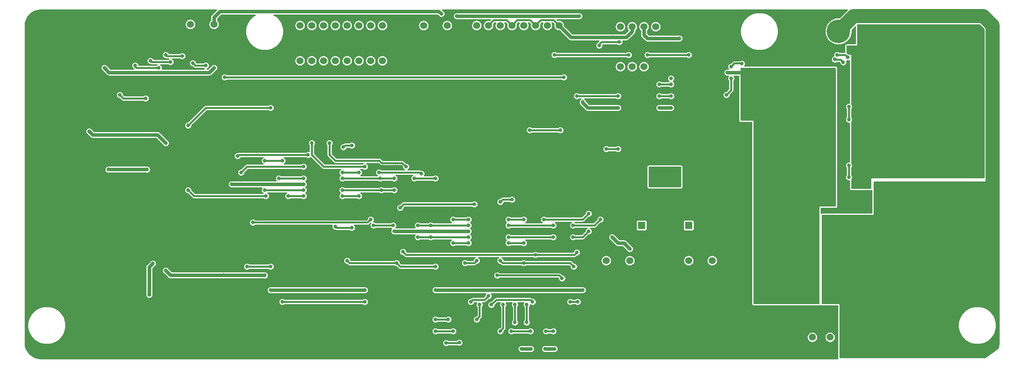
<source format=gbr>
%TF.GenerationSoftware,KiCad,Pcbnew,(5.1.6)-1*%
%TF.CreationDate,2020-11-27T18:27:37-06:00*%
%TF.ProjectId,BMS_2021_Rev1,424d535f-3230-4323-915f-526576312e6b,rev?*%
%TF.SameCoordinates,Original*%
%TF.FileFunction,Copper,L2,Bot*%
%TF.FilePolarity,Positive*%
%FSLAX46Y46*%
G04 Gerber Fmt 4.6, Leading zero omitted, Abs format (unit mm)*
G04 Created by KiCad (PCBNEW (5.1.6)-1) date 2020-11-27 18:27:37*
%MOMM*%
%LPD*%
G01*
G04 APERTURE LIST*
%TA.AperFunction,ComponentPad*%
%ADD10C,1.600000*%
%TD*%
%TA.AperFunction,ComponentPad*%
%ADD11R,1.600000X1.600000*%
%TD*%
%TA.AperFunction,ComponentPad*%
%ADD12C,1.524000*%
%TD*%
%TA.AperFunction,ComponentPad*%
%ADD13C,18.288000*%
%TD*%
%TA.AperFunction,ComponentPad*%
%ADD14C,5.080000*%
%TD*%
%TA.AperFunction,ComponentPad*%
%ADD15C,1.501140*%
%TD*%
%TA.AperFunction,ComponentPad*%
%ADD16O,9.144000X5.588000*%
%TD*%
%TA.AperFunction,ViaPad*%
%ADD17C,0.800000*%
%TD*%
%TA.AperFunction,Conductor*%
%ADD18C,0.381000*%
%TD*%
%TA.AperFunction,Conductor*%
%ADD19C,0.762000*%
%TD*%
%TA.AperFunction,Conductor*%
%ADD20C,3.048000*%
%TD*%
%TA.AperFunction,Conductor*%
%ADD21C,0.254000*%
%TD*%
G04 APERTURE END LIST*
D10*
%TO.P,C11,2*%
%TO.N,GND*%
X191810000Y-58420000D03*
D11*
%TO.P,C11,1*%
%TO.N,/PV*%
X194310000Y-58420000D03*
%TD*%
D12*
%TO.P,Conn5,1*%
%TO.N,Net-(Conn5-Pad1)*%
X164338000Y-38100000D03*
%TO.P,Conn5,2*%
%TO.N,/pack_gate*%
X166878000Y-38100000D03*
%TO.P,Conn5,3*%
%TO.N,Net-(Conn5-Pad3)*%
X169418000Y-38100000D03*
%TO.P,Conn5,4*%
%TO.N,GND*%
X171958000Y-38100000D03*
X171958000Y-38100000D03*
%TD*%
%TO.P,Conn1,9*%
%TO.N,GND*%
X115570000Y-36830000D03*
%TO.P,Conn1,8*%
%TO.N,/cell_8*%
X113030000Y-36830000D03*
%TO.P,Conn1,7*%
%TO.N,/cell_7*%
X110490000Y-36830000D03*
%TO.P,Conn1,6*%
%TO.N,/cell_6*%
X107950000Y-36830000D03*
%TO.P,Conn1,5*%
%TO.N,cell_5_extension*%
X105410000Y-36830000D03*
%TO.P,Conn1,4*%
%TO.N,/cell_4*%
X102870000Y-36830000D03*
%TO.P,Conn1,3*%
%TO.N,/cell_3*%
X100330000Y-36830000D03*
%TO.P,Conn1,2*%
%TO.N,/cell_2*%
X97790000Y-36830000D03*
%TO.P,Conn1,1*%
%TO.N,/cell_1*%
X95250000Y-36830000D03*
%TD*%
%TO.P,Conn4,8*%
%TO.N,+5V*%
X151130000Y-29210000D03*
%TO.P,Conn4,7*%
%TO.N,Net-(Conn4-Pad1)*%
X148590000Y-29210000D03*
%TO.P,Conn4,6*%
%TO.N,+5V*%
X146050000Y-29210000D03*
%TO.P,Conn4,5*%
%TO.N,Net-(Conn4-Pad1)*%
X143510000Y-29210000D03*
%TO.P,Conn4,4*%
%TO.N,+5V*%
X140970000Y-29210000D03*
%TO.P,Conn4,3*%
%TO.N,Net-(Conn4-Pad1)*%
X138430000Y-29210000D03*
%TO.P,Conn4,2*%
%TO.N,+5V*%
X135890000Y-29210000D03*
%TO.P,Conn4,1*%
%TO.N,Net-(Conn4-Pad1)*%
X133350000Y-29210000D03*
%TD*%
D13*
%TO.P,V3,1*%
%TO.N,/ESTOP/V_out*%
X228600000Y-38100000D03*
%TD*%
%TO.P,V2,1*%
%TO.N,GND*%
X53340000Y-73025000D03*
%TD*%
%TO.P,V1,1*%
%TO.N,/V_in*%
X228600000Y-73025000D03*
%TD*%
D12*
%TO.P,SW1,4*%
%TO.N,Net-(F1-Pad2)*%
X171958000Y-29464000D03*
X171958000Y-29464000D03*
%TO.P,SW1,3*%
%TO.N,/PV*%
X169418000Y-29464000D03*
%TO.P,SW1,2*%
%TO.N,+5V*%
X166878000Y-29464000D03*
%TO.P,SW1,1*%
%TO.N,Net-(Q4-Pad3)*%
X164338000Y-29464000D03*
%TD*%
%TO.P,Conn3,3*%
%TO.N,+3V3*%
X76708000Y-28956000D03*
%TO.P,Conn3,2*%
%TO.N,GND*%
X74168000Y-28956000D03*
%TO.P,Conn3,1*%
%TO.N,/temp_sense(A)*%
X71628000Y-28956000D03*
%TD*%
D14*
%TO.P,Conn2,2*%
%TO.N,/V_in*%
X211367000Y-30454000D03*
%TO.P,Conn2,1*%
%TO.N,GND*%
X203467000Y-30454000D03*
%TD*%
D12*
%TO.P,Conn6,1*%
%TO.N,/cell_1*%
X95250000Y-29210000D03*
%TO.P,Conn6,2*%
%TO.N,/cell_2*%
X97790000Y-29210000D03*
%TO.P,Conn6,3*%
%TO.N,/cell_3*%
X100330000Y-29210000D03*
%TO.P,Conn6,4*%
%TO.N,/cell_4*%
X102870000Y-29210000D03*
%TO.P,Conn6,5*%
%TO.N,cell_5_extension*%
X105410000Y-29210000D03*
%TO.P,Conn6,6*%
%TO.N,/cell_6*%
X107950000Y-29210000D03*
%TO.P,Conn6,7*%
%TO.N,/cell_7*%
X110490000Y-29210000D03*
%TO.P,Conn6,8*%
%TO.N,/cell_8*%
X113030000Y-29210000D03*
%TO.P,Conn6,9*%
%TO.N,GND*%
X115570000Y-29210000D03*
%TD*%
%TO.P,Conn7,1*%
%TO.N,/LCD_TX*%
X121920000Y-29210000D03*
%TO.P,Conn7,2*%
%TO.N,GND*%
X124460000Y-29210000D03*
%TO.P,Conn7,3*%
%TO.N,+3V3*%
X127000000Y-29210000D03*
%TD*%
D15*
%TO.P,U2,1*%
%TO.N,+3V3*%
X205734920Y-96553020D03*
%TO.P,U2,3*%
%TO.N,/pack_i_sense*%
X209555080Y-96553020D03*
%TO.P,U2,2*%
%TO.N,GND*%
X207645000Y-96553020D03*
D16*
%TO.P,U2,4*%
%TO.N,/V_in*%
X212725000Y-75057000D03*
%TO.P,U2,5*%
%TO.N,/PV*%
X202565000Y-75057000D03*
%TD*%
D11*
%TO.P,C9,1*%
%TO.N,/logic_power*%
X168910000Y-72390000D03*
D10*
%TO.P,C9,2*%
%TO.N,GND*%
X166410000Y-72390000D03*
%TD*%
%TO.P,C16,2*%
%TO.N,GND*%
X181570000Y-72390000D03*
D11*
%TO.P,C16,1*%
%TO.N,/logic_power*%
X179070000Y-72390000D03*
%TD*%
D12*
%TO.P,U5,3*%
%TO.N,+5V*%
X166370000Y-80010000D03*
%TO.P,U5,2*%
%TO.N,GND*%
X163830000Y-80010000D03*
%TO.P,U5,1*%
%TO.N,/logic_power*%
X161290000Y-80010000D03*
%TD*%
%TO.P,U6,1*%
%TO.N,/logic_power*%
X179070000Y-80010000D03*
%TO.P,U6,2*%
%TO.N,GND*%
X181610000Y-80010000D03*
%TO.P,U6,3*%
%TO.N,+3V3*%
X184150000Y-80010000D03*
%TD*%
D17*
%TO.N,*%
X175260000Y-40640000D03*
%TO.N,+5V*%
X66294000Y-54610000D03*
X49784000Y-52070000D03*
X80518000Y-63500000D03*
X115570000Y-73660000D03*
X66294000Y-82169000D03*
X78740000Y-83185000D03*
X87630000Y-83185000D03*
X88900000Y-86360000D03*
X166370000Y-77470000D03*
X162560000Y-74930000D03*
X162687000Y-31750000D03*
X96012000Y-63500000D03*
X131572000Y-73660000D03*
X156210000Y-86360000D03*
X124460000Y-86360000D03*
X109220000Y-86360000D03*
%TO.N,GND*%
X136525000Y-53340000D03*
X211455000Y-40005000D03*
X124968000Y-41402000D03*
X61214000Y-41910000D03*
X64262000Y-83566000D03*
X173990000Y-29210000D03*
X172720000Y-34290000D03*
X170180000Y-34290000D03*
X167640000Y-34290000D03*
X212090000Y-68580000D03*
X212090000Y-66040000D03*
X212090000Y-63500000D03*
X212090000Y-60960000D03*
X73660000Y-63500000D03*
X73660000Y-71120000D03*
X38100000Y-68580000D03*
X43180000Y-68580000D03*
X38100000Y-73660000D03*
X43180000Y-73660000D03*
X38100000Y-78740000D03*
X43180000Y-78740000D03*
X38100000Y-83820000D03*
X38100000Y-88900000D03*
X43180000Y-88900000D03*
X48260000Y-88900000D03*
X53340000Y-88900000D03*
X58420000Y-88900000D03*
X58420000Y-93980000D03*
X58420000Y-99060000D03*
X66040000Y-93980000D03*
X66040000Y-99060000D03*
X73660000Y-93980000D03*
X73660000Y-99060000D03*
X81280000Y-93980000D03*
X81280000Y-99060000D03*
X157480000Y-53340000D03*
X157480000Y-45720000D03*
X142240000Y-38100000D03*
X134620000Y-38100000D03*
X119380000Y-38100000D03*
X185420000Y-60960000D03*
X190500000Y-68580000D03*
X179070000Y-85090000D03*
X166370000Y-90170000D03*
X184150000Y-90170000D03*
X111760000Y-33020000D03*
X109220000Y-33020000D03*
X106680000Y-33020000D03*
X104140000Y-33020000D03*
X101600000Y-33020000D03*
X99060000Y-33020000D03*
X96520000Y-33020000D03*
X93980000Y-30480000D03*
X93980000Y-31750000D03*
X93980000Y-33020000D03*
X93980000Y-34290000D03*
X93980000Y-35560000D03*
X114300000Y-30480000D03*
X114300000Y-31750000D03*
X114300000Y-33020000D03*
X114300000Y-34290000D03*
X114300000Y-34290000D03*
X114300000Y-35560000D03*
X104140000Y-41910000D03*
X109220000Y-41910000D03*
X99060000Y-41910000D03*
X93980000Y-41910000D03*
X96520000Y-39370000D03*
X99060000Y-39370000D03*
X101600000Y-39370000D03*
X104140000Y-39370000D03*
X106680000Y-39370000D03*
X109220000Y-39370000D03*
X111760000Y-39370000D03*
X114300000Y-39370000D03*
X113030000Y-41910000D03*
X106045000Y-44450000D03*
X100965000Y-44450000D03*
X93980000Y-44450000D03*
X113030000Y-44450000D03*
X115570000Y-46990000D03*
X115570000Y-50800000D03*
X138430000Y-59690000D03*
X158750000Y-59690000D03*
X158750000Y-63500000D03*
X158750000Y-67310000D03*
X111760000Y-46990000D03*
X111760000Y-50800000D03*
X107950000Y-46990000D03*
X107950000Y-50800000D03*
X107950000Y-54610000D03*
X113030000Y-59690000D03*
X99060000Y-46990000D03*
X95250000Y-46990000D03*
X91440000Y-46990000D03*
X99060000Y-50800000D03*
X95250000Y-50800000D03*
X91440000Y-50800000D03*
X91440000Y-54610000D03*
X95250000Y-54610000D03*
X99060000Y-54610000D03*
X95250000Y-58420000D03*
X93980000Y-60960000D03*
X83820000Y-58420000D03*
X90170000Y-68580000D03*
X102870000Y-46990000D03*
X104140000Y-46990000D03*
X104140000Y-54610000D03*
X104140000Y-68580000D03*
X104140000Y-76200000D03*
X104140000Y-80010000D03*
X102870000Y-50800000D03*
X104140000Y-50800000D03*
X102870000Y-54610000D03*
X111760000Y-99060000D03*
X124460000Y-99060000D03*
X111760000Y-96520000D03*
X124460000Y-96520000D03*
X137160000Y-96520000D03*
X140335000Y-90170000D03*
X142875000Y-90170000D03*
X137795000Y-90170000D03*
X135255000Y-90170000D03*
X132715000Y-90170000D03*
X130175000Y-90170000D03*
X127635000Y-90170000D03*
X145415000Y-90170000D03*
X147955000Y-90170000D03*
X137160000Y-93980000D03*
X124460000Y-93980000D03*
X111760000Y-93980000D03*
X95250000Y-87630000D03*
X100330000Y-87630000D03*
X100330000Y-93980000D03*
X95250000Y-93980000D03*
X95250000Y-99060000D03*
X100330000Y-99060000D03*
X100330000Y-96520000D03*
X105410000Y-87630000D03*
X105410000Y-93980000D03*
X105410000Y-96520000D03*
X105410000Y-99060000D03*
X95250000Y-96520000D03*
X185420000Y-38100000D03*
X182880000Y-38100000D03*
X180340000Y-38100000D03*
X185420000Y-33020000D03*
X182880000Y-33020000D03*
X180340000Y-33020000D03*
X180340000Y-27940000D03*
X182880000Y-27940000D03*
X185420000Y-27940000D03*
X146685000Y-96520000D03*
X146685000Y-93980000D03*
X151130000Y-93980000D03*
X151130000Y-96520000D03*
X83820000Y-72390000D03*
X80010000Y-72390000D03*
X82550000Y-81280000D03*
X124460000Y-91440000D03*
X111760000Y-91440000D03*
X105410000Y-90170000D03*
X106680000Y-76200000D03*
X109220000Y-76200000D03*
X48260000Y-83820000D03*
X43180000Y-83820000D03*
X53340000Y-83820000D03*
X58420000Y-83820000D03*
X53340000Y-93980000D03*
X53340000Y-99060000D03*
X48260000Y-99060000D03*
X48260000Y-93980000D03*
X90805000Y-84455000D03*
X110490000Y-55880000D03*
X158750000Y-71120000D03*
X136525000Y-57150000D03*
X133350000Y-52070000D03*
X129540000Y-52070000D03*
X125730000Y-52070000D03*
X121920000Y-52070000D03*
X118110000Y-52070000D03*
X114300000Y-52070000D03*
X161290000Y-59690000D03*
X161290000Y-63500000D03*
X161290000Y-67310000D03*
X161290000Y-71120000D03*
X156210000Y-67310000D03*
X156210000Y-63500000D03*
X154940000Y-59690000D03*
X154940000Y-62230000D03*
X151130000Y-62230000D03*
X151130000Y-59690000D03*
X147320000Y-59690000D03*
X147320000Y-62230000D03*
X143510000Y-62230000D03*
X143510000Y-59690000D03*
X138430000Y-62230000D03*
X133985000Y-57150000D03*
X134620000Y-62230000D03*
X134620000Y-59690000D03*
X133350000Y-54610000D03*
X129540000Y-54610000D03*
X125730000Y-54610000D03*
X121920000Y-54610000D03*
X118110000Y-54610000D03*
X114300000Y-54610000D03*
X111760000Y-53340000D03*
X149860000Y-81915000D03*
X153035000Y-81915000D03*
X146685000Y-81915000D03*
X143510000Y-81915000D03*
X140335000Y-81915000D03*
X113030000Y-87630000D03*
X109220000Y-87630000D03*
X116840000Y-87630000D03*
X120650000Y-87630000D03*
X124460000Y-87630000D03*
X128270000Y-87630000D03*
X116840000Y-90170000D03*
X120650000Y-90170000D03*
X124460000Y-90170000D03*
X100330000Y-90170000D03*
X95250000Y-90170000D03*
X91440000Y-90170000D03*
X91440000Y-87630000D03*
X146050000Y-87630000D03*
X148590000Y-87630000D03*
X96520000Y-68580000D03*
X115824000Y-59690000D03*
X140335000Y-87630000D03*
X142875000Y-87630000D03*
X175260000Y-34290000D03*
X180340000Y-40640000D03*
X185420000Y-40640000D03*
X175260000Y-43180000D03*
X180340000Y-43180000D03*
X185420000Y-43180000D03*
X172720000Y-43180000D03*
X172720000Y-40640000D03*
X175260000Y-45720000D03*
X172720000Y-45720000D03*
X180340000Y-45720000D03*
X167640000Y-45720000D03*
X167640000Y-40640000D03*
X167640000Y-43180000D03*
X147320000Y-55880000D03*
X144780000Y-55880000D03*
X152400000Y-55880000D03*
X147828000Y-50800000D03*
X172720000Y-58420000D03*
X175260000Y-58420000D03*
X175260000Y-48260000D03*
X172720000Y-48260000D03*
X163830000Y-48260000D03*
X163830000Y-54610000D03*
X161290000Y-54610000D03*
X161290000Y-57150000D03*
X163830000Y-57150000D03*
X163830000Y-73660000D03*
X167640000Y-57150000D03*
X167640000Y-67310000D03*
X177800000Y-68580000D03*
X182880000Y-68580000D03*
X182880000Y-58420000D03*
X161290000Y-85090000D03*
X189230000Y-99060000D03*
X195580000Y-99060000D03*
X201930000Y-99060000D03*
X208280000Y-99060000D03*
X68580000Y-55880000D03*
X68580000Y-68580000D03*
X68580000Y-81280000D03*
X60960000Y-55880000D03*
X86360000Y-73660000D03*
X96520000Y-73660000D03*
X96520000Y-83820000D03*
X99060000Y-73660000D03*
X99060000Y-83820000D03*
X101600000Y-83820000D03*
X104140000Y-83820000D03*
X101600000Y-73660000D03*
X106680000Y-83820000D03*
X109220000Y-83820000D03*
X111760000Y-83820000D03*
X116840000Y-83820000D03*
%TO.N,/cell_4*%
X124460000Y-62230000D03*
X101600000Y-54610000D03*
X118110000Y-59690000D03*
X119888000Y-62230000D03*
%TO.N,/cell_3*%
X109220000Y-59690000D03*
X97790000Y-54610000D03*
X121412000Y-61214000D03*
X112268000Y-60960000D03*
%TO.N,/cell_2*%
X110490000Y-71120000D03*
X85090000Y-71755000D03*
X87630000Y-58420000D03*
X91440000Y-58420000D03*
%TO.N,/cell_1*%
X71120000Y-64770000D03*
X71120000Y-50800000D03*
X88900000Y-46990000D03*
X87884000Y-66040000D03*
%TO.N,/cell_8*%
X160020000Y-71120000D03*
X154149500Y-72390000D03*
%TO.N,/cell_7*%
X157480000Y-73660000D03*
X157480000Y-69850000D03*
X147828000Y-71120000D03*
X154149500Y-74930000D03*
%TO.N,/cell_6*%
X146050000Y-78740000D03*
X117475000Y-78105000D03*
X154940000Y-78232000D03*
%TO.N,/PV*%
X207010000Y-46990000D03*
X201930000Y-46990000D03*
X203200000Y-45720000D03*
X205740000Y-45720000D03*
X208280000Y-45720000D03*
X208280000Y-43180000D03*
X207010000Y-44450000D03*
X205740000Y-43180000D03*
X203200000Y-43180000D03*
X201930000Y-44450000D03*
X201930000Y-41910000D03*
X207010000Y-41910000D03*
X208280000Y-40640000D03*
X205740000Y-40640000D03*
X203200000Y-40640000D03*
X201930000Y-39370000D03*
X207010000Y-39370000D03*
X208280000Y-48260000D03*
X205740000Y-48260000D03*
X203200000Y-48260000D03*
X201930000Y-49530000D03*
X207010000Y-49530000D03*
X208280000Y-53340000D03*
X207010000Y-52070000D03*
X205740000Y-53340000D03*
X205740000Y-55880000D03*
X207010000Y-54610000D03*
X208280000Y-55880000D03*
X208280000Y-58420000D03*
X207010000Y-57150000D03*
X205740000Y-58420000D03*
X207010000Y-59690000D03*
X208280000Y-60960000D03*
X207010000Y-62230000D03*
X205740000Y-60960000D03*
X203200000Y-60960000D03*
X203200000Y-58420000D03*
X203200000Y-53340000D03*
X203200000Y-55880000D03*
X201930000Y-52070000D03*
X201930000Y-54610000D03*
X201930000Y-57150000D03*
X201930000Y-59690000D03*
X201930000Y-62230000D03*
X203200000Y-50800000D03*
X205740000Y-50800000D03*
X208280000Y-50800000D03*
X200660000Y-45720000D03*
X200660000Y-43180000D03*
X200660000Y-40640000D03*
X177038000Y-32004000D03*
X177038000Y-32004000D03*
X200660000Y-58420000D03*
X200660000Y-55880000D03*
X200660000Y-53340000D03*
X200660000Y-50800000D03*
X200660000Y-48260000D03*
X191770000Y-39370000D03*
X194310000Y-39370000D03*
X193040000Y-40640000D03*
X195580000Y-40640000D03*
X198120000Y-40640000D03*
X196850000Y-39370000D03*
X196850000Y-41910000D03*
X191770000Y-41910000D03*
X195580000Y-43180000D03*
X198120000Y-43180000D03*
X196850000Y-44450000D03*
X195580000Y-45720000D03*
X198120000Y-45720000D03*
X196850000Y-46990000D03*
X195580000Y-48260000D03*
X198120000Y-48260000D03*
X196850000Y-49530000D03*
X195580000Y-50800000D03*
X198120000Y-50800000D03*
X196850000Y-52070000D03*
X195580000Y-53340000D03*
X198120000Y-53340000D03*
X196850000Y-54610000D03*
X195580000Y-55880000D03*
X198120000Y-55880000D03*
X196850000Y-57150000D03*
X198120000Y-58420000D03*
X196850000Y-59690000D03*
X198120000Y-60960000D03*
X195580000Y-60960000D03*
X196850000Y-62230000D03*
X195580000Y-63500000D03*
X198120000Y-63500000D03*
X196850000Y-64770000D03*
X195580000Y-66040000D03*
X198120000Y-66040000D03*
X196850000Y-67310000D03*
X195580000Y-68580000D03*
X198120000Y-68580000D03*
X196850000Y-69850000D03*
X195580000Y-71120000D03*
X198120000Y-71120000D03*
X196850000Y-72390000D03*
X195580000Y-73660000D03*
X196850000Y-74930000D03*
X195580000Y-76200000D03*
X196850000Y-77470000D03*
X195580000Y-78740000D03*
X198120000Y-78740000D03*
X196850000Y-80010000D03*
X198120000Y-81280000D03*
X195580000Y-81280000D03*
X196850000Y-82550000D03*
X195580000Y-83820000D03*
X198120000Y-83820000D03*
X196850000Y-85090000D03*
X195580000Y-86360000D03*
X198120000Y-86360000D03*
X196850000Y-87630000D03*
X200660000Y-63500000D03*
X203200000Y-63500000D03*
X194310000Y-41910000D03*
X193040000Y-43180000D03*
X191770000Y-44450000D03*
X194310000Y-44450000D03*
X193040000Y-45720000D03*
X201930000Y-64770000D03*
X200660000Y-66040000D03*
X203200000Y-66040000D03*
X201930000Y-67310000D03*
X200660000Y-68580000D03*
X203200000Y-68580000D03*
X201930000Y-69850000D03*
X200660000Y-71120000D03*
X203200000Y-71120000D03*
X200660000Y-78740000D03*
X203200000Y-78740000D03*
X201930000Y-80010000D03*
X200660000Y-81280000D03*
X203200000Y-81280000D03*
X201930000Y-82550000D03*
X200660000Y-83820000D03*
X203200000Y-83820000D03*
X201930000Y-85090000D03*
X200660000Y-86360000D03*
X203200000Y-86360000D03*
X201930000Y-87630000D03*
X205740000Y-63500000D03*
X208280000Y-63500000D03*
X207010000Y-64770000D03*
X205740000Y-66040000D03*
X208280000Y-66040000D03*
X207010000Y-67310000D03*
X205740000Y-68580000D03*
X205740000Y-71120000D03*
X205740000Y-78740000D03*
X205740000Y-81280000D03*
X205740000Y-83820000D03*
X205740000Y-86360000D03*
X187423500Y-39370000D03*
X200660000Y-60960000D03*
%TO.N,+3V3*%
X76708000Y-38354000D03*
X53086000Y-38354000D03*
X62738000Y-87376000D03*
X53975000Y-60325000D03*
X62230000Y-60325000D03*
X63500000Y-80645000D03*
X125730000Y-26670000D03*
X175260000Y-46990000D03*
X156210000Y-45720000D03*
X129041510Y-27168490D03*
X155438490Y-27168490D03*
X172720000Y-46990000D03*
X163830000Y-46990000D03*
X143002000Y-99060000D03*
X145034000Y-99060000D03*
X148082000Y-99060000D03*
X150114000Y-99060000D03*
%TO.N,/temp_sense(A)*%
X72136000Y-37338000D03*
X74930000Y-37846000D03*
%TO.N,Net-(Conn5-Pad3)*%
X213614000Y-46736000D03*
X213614000Y-49530000D03*
X213614000Y-59436000D03*
X213614000Y-61976000D03*
X170180000Y-35560000D03*
X179070000Y-35560000D03*
X211074000Y-35560000D03*
X213360000Y-36068000D03*
%TO.N,/pack_gate*%
X166116000Y-35560000D03*
X150114000Y-35560000D03*
%TO.N,Net-(Conn5-Pad1)*%
X175260000Y-41910000D03*
X172720000Y-41910000D03*
%TO.N,/cell_4_sense*%
X96999500Y-57150000D03*
X81788000Y-57404000D03*
X135890000Y-87630000D03*
X106426000Y-55118000D03*
X104619500Y-55487543D03*
X91440000Y-88900000D03*
X109220000Y-88900000D03*
X132080000Y-88900000D03*
%TO.N,/cell_3_sense*%
X139065000Y-89535000D03*
X106426000Y-72898000D03*
X102870000Y-72644000D03*
X124460000Y-95250000D03*
X128270000Y-95250000D03*
X138430000Y-95250000D03*
%TO.N,/cell_2_sense*%
X141605000Y-89535000D03*
X141605000Y-93345000D03*
X126746000Y-97790000D03*
X129598672Y-97731328D03*
%TO.N,/cell_5_sense*%
X111125000Y-72390000D03*
X133985000Y-89535000D03*
X132842000Y-67818000D03*
X116840000Y-68580000D03*
X115316000Y-72390000D03*
X124460000Y-92710000D03*
X127219000Y-92710000D03*
X133350000Y-92710000D03*
%TO.N,/cell_1_sense*%
X82550000Y-60960000D03*
X83820000Y-81280000D03*
X88900000Y-81280000D03*
X144145000Y-89535000D03*
X144145000Y-93345000D03*
X96012000Y-59690000D03*
%TO.N,/cell_8_sense*%
X138430000Y-67310000D03*
X136525000Y-89535000D03*
X137795000Y-83185000D03*
X151765000Y-83820000D03*
X140970000Y-66802000D03*
X153514500Y-88900000D03*
X155095500Y-88900000D03*
X145415000Y-88900000D03*
%TO.N,/cell_7_sense*%
X138430000Y-80010000D03*
X154305000Y-81280000D03*
X143510000Y-80518000D03*
X140814500Y-95250000D03*
X144935500Y-95250000D03*
X148307500Y-95250000D03*
X149888500Y-95250000D03*
%TO.N,/cell_6_sense*%
X133350000Y-80010000D03*
X130810000Y-80518000D03*
%TO.N,E_STOP_GATE*%
X210598624Y-36525234D03*
X212394968Y-37134968D03*
%TO.N,/V_out_sense*%
X78994000Y-40386000D03*
X188214000Y-38100000D03*
X175260000Y-44450000D03*
X190500000Y-37465000D03*
X187198000Y-44196000D03*
X188214000Y-40640000D03*
X172720000Y-44450000D03*
X163830000Y-44450000D03*
X154940000Y-44450000D03*
X152146000Y-40386000D03*
%TO.N,/logic_power_sense*%
X161290000Y-55880000D03*
X163830000Y-55880000D03*
%TO.N,/sw_ind*%
X61976000Y-44958000D03*
X56388000Y-44196000D03*
%TO.N,/sw_err*%
X64770000Y-38354000D03*
X59690000Y-37846000D03*
%TO.N,/V_out_ind*%
X67310000Y-37084000D03*
X62992000Y-36830000D03*
%TO.N,/FANS_IND*%
X69850000Y-35814000D03*
X66294000Y-35560000D03*
%TO.N,Net-(F1-Pad2)*%
X176530000Y-60325000D03*
X173990000Y-60325000D03*
X171450000Y-60325000D03*
%TO.N,/V_in*%
X223520000Y-63500000D03*
X220980000Y-63500000D03*
X244630990Y-64770000D03*
X244630990Y-62709010D03*
X244630990Y-60169010D03*
X244630990Y-57629010D03*
X244630990Y-55089010D03*
X244630990Y-52549010D03*
X244630990Y-50009010D03*
X244630990Y-47469010D03*
X244630757Y-44929243D03*
X244630757Y-42389243D03*
X244630757Y-39849243D03*
X244630757Y-37309243D03*
X244630757Y-34769243D03*
X244630757Y-32229243D03*
X244630757Y-29689243D03*
X242951000Y-27559000D03*
X240820990Y-27149010D03*
X238280990Y-27149010D03*
X235740990Y-27149010D03*
X233200990Y-27149010D03*
X230660990Y-27149010D03*
X228120990Y-27149010D03*
X225580990Y-27149010D03*
X223040990Y-27149010D03*
X220500990Y-27149010D03*
X217960990Y-27149010D03*
X215420990Y-27149010D03*
X240030000Y-63500000D03*
X241300000Y-64770000D03*
X242570000Y-66040000D03*
X243840000Y-67310000D03*
X245110000Y-68580000D03*
X245110000Y-71120000D03*
X243840000Y-69850000D03*
X242570000Y-68580000D03*
X241300000Y-67310000D03*
X240030000Y-66040000D03*
X238760000Y-64770000D03*
X237490000Y-63500000D03*
X234950000Y-63500000D03*
X236220000Y-64770000D03*
X237490000Y-66040000D03*
X238760000Y-67310000D03*
X240030000Y-68580000D03*
X241300000Y-69850000D03*
X242570000Y-71120000D03*
X243840000Y-72390000D03*
X245110000Y-73660000D03*
X220980000Y-64770000D03*
X220980000Y-66040000D03*
X222250000Y-64770000D03*
X222250000Y-63500000D03*
X212090000Y-100330000D03*
X212090000Y-96520000D03*
X208280000Y-86360000D03*
X208280000Y-83820000D03*
X208280000Y-81280000D03*
X208280000Y-78740000D03*
X212090000Y-78740000D03*
X215900000Y-78740000D03*
X218440000Y-77470000D03*
X218440000Y-72390000D03*
X215900000Y-71120000D03*
X212090000Y-71120000D03*
X208280000Y-71120000D03*
X215900000Y-100330000D03*
X219710000Y-100330000D03*
X223520000Y-100330000D03*
X227330000Y-100330000D03*
X231140000Y-100330000D03*
X234950000Y-100330000D03*
X238760000Y-100330000D03*
X242570000Y-100330000D03*
X245110000Y-97790000D03*
X245110000Y-90170000D03*
X245110000Y-86360000D03*
X245110000Y-82550000D03*
X245110000Y-78740000D03*
X245110000Y-76200000D03*
X243840000Y-74930000D03*
X242570000Y-73660000D03*
X241300000Y-72390000D03*
X240030000Y-71120000D03*
X238760000Y-69850000D03*
X237490000Y-68580000D03*
X215900000Y-96520000D03*
X220980000Y-96520000D03*
X226060000Y-96520000D03*
X231140000Y-96520000D03*
X236220000Y-96520000D03*
X236220000Y-91440000D03*
X231140000Y-91440000D03*
X226060000Y-91440000D03*
X220980000Y-91440000D03*
X215900000Y-91440000D03*
X215900000Y-86360000D03*
X220980000Y-86360000D03*
X226060000Y-86360000D03*
X231140000Y-86360000D03*
X236220000Y-86360000D03*
X241300000Y-86360000D03*
X241300000Y-81280000D03*
X236220000Y-81280000D03*
X241300000Y-76200000D03*
X220980000Y-81280000D03*
X215900000Y-81280000D03*
X210820000Y-81280000D03*
X210820000Y-86360000D03*
%TO.N,/ESTOP/V_out*%
X215900000Y-30480000D03*
X217170000Y-31750000D03*
X215900000Y-33020000D03*
X217170000Y-34290000D03*
X214630000Y-36830000D03*
X215900000Y-35560000D03*
X217170000Y-36830000D03*
X215900000Y-38100000D03*
X217170000Y-44450000D03*
X215900000Y-50800000D03*
X217170000Y-49530000D03*
X217170000Y-39370000D03*
X217170000Y-57150000D03*
X217170000Y-52070000D03*
X218440000Y-30480000D03*
X218440000Y-33020000D03*
X218440000Y-35560000D03*
X218440000Y-38100000D03*
X220980000Y-30480000D03*
X219710000Y-31750000D03*
X236220000Y-30480000D03*
X238760000Y-30480000D03*
X241300000Y-30480000D03*
X241300000Y-33020000D03*
X240030000Y-31750000D03*
X238760000Y-33020000D03*
X237490000Y-31750000D03*
X238760000Y-35560000D03*
X240030000Y-34290000D03*
X241300000Y-35560000D03*
X241300000Y-38100000D03*
X240030000Y-36830000D03*
X238760000Y-38100000D03*
X238760000Y-40640000D03*
X240030000Y-39370000D03*
X241300000Y-40640000D03*
X241300000Y-60960000D03*
X241300000Y-58420000D03*
X241300000Y-55880000D03*
X241300000Y-53340000D03*
X241300000Y-50800000D03*
X241300000Y-48260000D03*
X241300000Y-45720000D03*
X241300000Y-43180000D03*
X238760000Y-43180000D03*
X238760000Y-45720000D03*
X238760000Y-48260000D03*
X238760000Y-48260000D03*
X238760000Y-50800000D03*
X238760000Y-53340000D03*
X238760000Y-55880000D03*
X238760000Y-58420000D03*
X238760000Y-60960000D03*
X236220000Y-60960000D03*
X236220000Y-58420000D03*
X236220000Y-55880000D03*
X236220000Y-53340000D03*
X233680000Y-53340000D03*
X231140000Y-53340000D03*
X228600000Y-53340000D03*
X226060000Y-53340000D03*
X223520000Y-53340000D03*
X223520000Y-50800000D03*
X223520000Y-48260000D03*
X220980000Y-48260000D03*
X220980000Y-45720000D03*
X236220000Y-48260000D03*
X236220000Y-45720000D03*
X236220000Y-50800000D03*
X220980000Y-50800000D03*
X220980000Y-53340000D03*
X220980000Y-55880000D03*
X220980000Y-58420000D03*
X220980000Y-58420000D03*
X223520000Y-60960000D03*
X220980000Y-60960000D03*
X223520000Y-58420000D03*
X223520000Y-55880000D03*
X226060000Y-55880000D03*
X228600000Y-55880000D03*
X231140000Y-55880000D03*
X233680000Y-55880000D03*
X233680000Y-58420000D03*
X231140000Y-58420000D03*
X226060000Y-58420000D03*
X228600000Y-58420000D03*
X226060000Y-60960000D03*
X228600000Y-60960000D03*
X231140000Y-60960000D03*
X233680000Y-60960000D03*
%TO.N,Net-(Q4-Pad3)*%
X164084000Y-32766000D03*
X159766000Y-33528000D03*
X144780000Y-51816000D03*
X151384000Y-51816000D03*
%TO.N,Net-(R1-Pad1)*%
X123444000Y-72390000D03*
X131572000Y-72390000D03*
X120650000Y-72390000D03*
%TO.N,Net-(R15-Pad2)*%
X131572000Y-71120000D03*
X128270000Y-71120000D03*
%TO.N,Net-(R12-Pad2)*%
X112522000Y-62230000D03*
X104394000Y-62230000D03*
X115570000Y-62230000D03*
%TO.N,Net-(R16-Pad2)*%
X104394000Y-60960000D03*
X107950000Y-60960000D03*
%TO.N,Net-(R13-Pad2)*%
X104394000Y-64770000D03*
X115570000Y-64770000D03*
X112776000Y-64770000D03*
%TO.N,Net-(R17-Pad2)*%
X104394000Y-66040000D03*
X107950000Y-66040000D03*
%TO.N,Net-(R14-Pad2)*%
X87630000Y-64770000D03*
X96012000Y-64770000D03*
%TO.N,Net-(R18-Pad2)*%
X96012000Y-66040000D03*
X92710000Y-66040000D03*
%TO.N,Net-(R10-Pad1)*%
X90678000Y-62230000D03*
X96012000Y-62230000D03*
%TO.N,Net-(R19-Pad1)*%
X140208000Y-72390000D03*
X149860000Y-72390000D03*
%TO.N,Net-(R20-Pad1)*%
X140208000Y-71120000D03*
X143510000Y-71120000D03*
%TO.N,Net-(R21-Pad1)*%
X140208000Y-74930000D03*
X149860000Y-74930000D03*
%TO.N,Net-(R22-Pad1)*%
X140208000Y-76200000D03*
X143510000Y-76200000D03*
%TO.N,Net-(R23-Pad1)*%
X123444000Y-74930000D03*
X131572000Y-74930000D03*
X120650000Y-74930000D03*
%TO.N,Net-(R24-Pad1)*%
X131572000Y-76200000D03*
X128270000Y-76200000D03*
%TO.N,cell_5_extension*%
X116078000Y-80518000D03*
X124460000Y-81280000D03*
X105410000Y-80010000D03*
%TD*%
D18*
%TO.N,+5V*%
X139817499Y-28057499D02*
X140970000Y-29210000D01*
X137042501Y-28057499D02*
X139817499Y-28057499D01*
X135890000Y-29210000D02*
X137042501Y-28057499D01*
X144897499Y-28057499D02*
X146050000Y-29210000D01*
X142122501Y-28057499D02*
X144897499Y-28057499D01*
X140970000Y-29210000D02*
X142122501Y-28057499D01*
X149977499Y-28057499D02*
X151130000Y-29210000D01*
X147202501Y-28057499D02*
X149977499Y-28057499D01*
X146050000Y-29210000D02*
X147202501Y-28057499D01*
D19*
X66294000Y-54610000D02*
X64770000Y-53086000D01*
X64770000Y-53086000D02*
X64516000Y-52832000D01*
X64516000Y-52832000D02*
X52070000Y-52832000D01*
X52070000Y-52832000D02*
X50546000Y-52832000D01*
X50546000Y-52832000D02*
X49784000Y-52070000D01*
X67310000Y-83185000D02*
X66294000Y-82169000D01*
X78740000Y-83185000D02*
X67310000Y-83185000D01*
X87630000Y-83185000D02*
X87630000Y-83185000D01*
X66294000Y-82169000D02*
X66294000Y-82169000D01*
X87630000Y-83185000D02*
X78740000Y-83185000D01*
X89535000Y-86360000D02*
X89535000Y-86360000D01*
X160782000Y-31750000D02*
X162687000Y-31750000D01*
X153670000Y-31750000D02*
X160782000Y-31750000D01*
X151130000Y-29210000D02*
X153670000Y-31750000D01*
X166878000Y-30480000D02*
X166878000Y-29464000D01*
X162687000Y-31750000D02*
X165608000Y-31750000D01*
X165608000Y-31750000D02*
X166878000Y-30480000D01*
X166370000Y-77470000D02*
X165100000Y-76200000D01*
X165100000Y-76200000D02*
X163830000Y-76200000D01*
X163830000Y-76200000D02*
X162560000Y-74930000D01*
X80518000Y-63500000D02*
X96012000Y-63500000D01*
X131572000Y-73660000D02*
X115570000Y-73660000D01*
X156210000Y-86360000D02*
X124460000Y-86360000D01*
X89535000Y-86360000D02*
X88900000Y-86360000D01*
X109220000Y-86360000D02*
X89535000Y-86360000D01*
D18*
%TO.N,/cell_4*%
X102870000Y-58420000D02*
X110490000Y-58420000D01*
X101600000Y-57150000D02*
X101600000Y-54610000D01*
X102870000Y-58420000D02*
X101600000Y-57150000D01*
X112395000Y-58420000D02*
X112874499Y-58899499D01*
X110490000Y-58420000D02*
X112395000Y-58420000D01*
X112874499Y-58899499D02*
X117319499Y-58899499D01*
X117319499Y-58899499D02*
X118110000Y-59690000D01*
X119888000Y-62230000D02*
X124460000Y-62230000D01*
%TO.N,/cell_3*%
X99060000Y-58420000D02*
X97790000Y-57150000D01*
X100330000Y-59690000D02*
X99060000Y-58420000D01*
X109220000Y-59690000D02*
X100330000Y-59690000D01*
X97790000Y-57150000D02*
X97790000Y-54610000D01*
X121158000Y-60960000D02*
X121412000Y-61214000D01*
X112268000Y-60960000D02*
X121158000Y-60960000D01*
%TO.N,/cell_2*%
X109855000Y-71755000D02*
X110490000Y-71120000D01*
X85090000Y-71755000D02*
X109855000Y-71755000D01*
X87630000Y-58420000D02*
X91440000Y-58420000D01*
%TO.N,/cell_1*%
X76454000Y-66040000D02*
X72390000Y-66040000D01*
X72390000Y-66040000D02*
X71120000Y-64770000D01*
X74930000Y-46990000D02*
X88900000Y-46990000D01*
X71120000Y-50800000D02*
X74930000Y-46990000D01*
X76454000Y-66040000D02*
X87884000Y-66040000D01*
%TO.N,/cell_8*%
X158750000Y-72390000D02*
X160020000Y-71120000D01*
X154149500Y-72390000D02*
X158750000Y-72390000D01*
%TO.N,/cell_7*%
X156210000Y-74930000D02*
X157480000Y-73660000D01*
X156210000Y-71120000D02*
X157480000Y-69850000D01*
X147828000Y-71120000D02*
X156210000Y-71120000D01*
X154149500Y-74930000D02*
X156210000Y-74930000D01*
%TO.N,/cell_6*%
X146050000Y-78740000D02*
X118110000Y-78740000D01*
X118110000Y-78740000D02*
X117475000Y-78105000D01*
X146050000Y-78740000D02*
X154432000Y-78740000D01*
X154432000Y-78740000D02*
X154940000Y-78232000D01*
D19*
%TO.N,/PV*%
X177038000Y-32004000D02*
X170180000Y-32004000D01*
X169418000Y-31242000D02*
X169418000Y-29464000D01*
X170180000Y-32004000D02*
X169418000Y-31242000D01*
X191770000Y-39370000D02*
X194310000Y-39370000D01*
X194310000Y-39370000D02*
X194310000Y-39370000D01*
X191770000Y-39370000D02*
X187423500Y-39370000D01*
%TO.N,+3V3*%
X54067001Y-39335001D02*
X53086000Y-38354000D01*
X75726999Y-39335001D02*
X54067001Y-39335001D01*
X76708000Y-38354000D02*
X75726999Y-39335001D01*
X62738000Y-87376000D02*
X62738000Y-82550000D01*
X53975000Y-60325000D02*
X62230000Y-60325000D01*
X62738000Y-81407000D02*
X62738000Y-82550000D01*
X63500000Y-80645000D02*
X62738000Y-81407000D01*
X205701900Y-96520000D02*
X205734920Y-96553020D01*
X125185799Y-26125799D02*
X78014201Y-26125799D01*
X125730000Y-26670000D02*
X125185799Y-26125799D01*
X76708000Y-27432000D02*
X76708000Y-28956000D01*
X78014201Y-26125799D02*
X76708000Y-27432000D01*
X156210000Y-45901882D02*
X156210000Y-45720000D01*
X157298118Y-46990000D02*
X156210000Y-45901882D01*
X155438490Y-27168490D02*
X129041510Y-27168490D01*
X175260000Y-46990000D02*
X172720000Y-46990000D01*
X163830000Y-46990000D02*
X157298118Y-46990000D01*
X143002000Y-99060000D02*
X145034000Y-99060000D01*
X148082000Y-99060000D02*
X150114000Y-99060000D01*
D18*
%TO.N,/temp_sense(A)*%
X72136000Y-37338000D02*
X72644000Y-37846000D01*
X72644000Y-37846000D02*
X74930000Y-37846000D01*
%TO.N,Net-(Conn5-Pad3)*%
X213614000Y-46736000D02*
X213614000Y-49530000D01*
X213614000Y-59436000D02*
X213614000Y-61976000D01*
X179070000Y-35560000D02*
X176530000Y-35560000D01*
X176530000Y-35560000D02*
X170180000Y-35560000D01*
X213360000Y-36068000D02*
X212852000Y-35560000D01*
X212852000Y-35560000D02*
X211074000Y-35560000D01*
%TO.N,/pack_gate*%
X166116000Y-35560000D02*
X150114000Y-35560000D01*
%TO.N,Net-(Conn5-Pad1)*%
X175260000Y-41910000D02*
X172720000Y-41910000D01*
%TO.N,/cell_4_sense*%
X96999500Y-57150000D02*
X93827936Y-57150000D01*
X106426000Y-55118000D02*
X104989043Y-55118000D01*
X104989043Y-55118000D02*
X104619500Y-55487543D01*
X82042000Y-57150000D02*
X81788000Y-57404000D01*
X93827936Y-57150000D02*
X82042000Y-57150000D01*
X132479999Y-88500001D02*
X135019999Y-88500001D01*
X135019999Y-88500001D02*
X135890000Y-87630000D01*
X132080000Y-88900000D02*
X132479999Y-88500001D01*
X109220000Y-88900000D02*
X91440000Y-88900000D01*
%TO.N,/cell_3_sense*%
X139065000Y-90805000D02*
X139065000Y-89535000D01*
X139065000Y-94615000D02*
X139065000Y-90805000D01*
X138430000Y-95250000D02*
X139065000Y-94615000D01*
X103124000Y-72898000D02*
X102870000Y-72644000D01*
X106426000Y-72898000D02*
X103124000Y-72898000D01*
X124460000Y-95250000D02*
X128270000Y-95250000D01*
%TO.N,/cell_2_sense*%
X141605000Y-93345000D02*
X141605000Y-89535000D01*
X126746000Y-97790000D02*
X129540000Y-97790000D01*
X129540000Y-97790000D02*
X129598672Y-97731328D01*
%TO.N,/cell_5_sense*%
X129540000Y-67818000D02*
X132842000Y-67818000D01*
X129540000Y-67818000D02*
X117602000Y-67818000D01*
X117602000Y-67818000D02*
X116840000Y-68580000D01*
X115316000Y-72390000D02*
X111125000Y-72390000D01*
X124460000Y-92710000D02*
X127219000Y-92710000D01*
X133985000Y-92075000D02*
X133985000Y-89535000D01*
X133350000Y-92710000D02*
X133985000Y-92075000D01*
%TO.N,/cell_1_sense*%
X83820000Y-59690000D02*
X82550000Y-60960000D01*
X83820000Y-81280000D02*
X88900000Y-81280000D01*
X144145000Y-93345000D02*
X144145000Y-89535000D01*
X83820000Y-59690000D02*
X96012000Y-59690000D01*
%TO.N,/cell_8_sense*%
X138938000Y-66802000D02*
X138430000Y-67310000D01*
X137559999Y-88500001D02*
X136525000Y-89535000D01*
X151130000Y-83185000D02*
X151765000Y-83820000D01*
X137795000Y-83185000D02*
X151130000Y-83185000D01*
X140970000Y-66802000D02*
X138938000Y-66802000D01*
X153514500Y-88900000D02*
X155095500Y-88900000D01*
X145015001Y-88500001D02*
X137559999Y-88500001D01*
X145415000Y-88900000D02*
X145015001Y-88500001D01*
%TO.N,/cell_7_sense*%
X142240000Y-80518000D02*
X138938000Y-80518000D01*
X138938000Y-80518000D02*
X138430000Y-80010000D01*
X153543000Y-80518000D02*
X154305000Y-81280000D01*
X144526000Y-80518000D02*
X153543000Y-80518000D01*
X142240000Y-80518000D02*
X143510000Y-80518000D01*
X143510000Y-80518000D02*
X144526000Y-80518000D01*
X148307500Y-95250000D02*
X149888500Y-95250000D01*
X143354500Y-95250000D02*
X144935500Y-95250000D01*
X140814500Y-95250000D02*
X143354500Y-95250000D01*
%TO.N,/cell_6_sense*%
X132842000Y-80518000D02*
X133350000Y-80010000D01*
X130810000Y-80518000D02*
X132842000Y-80518000D01*
%TO.N,E_STOP_GATE*%
X210566000Y-36557858D02*
X210598624Y-36525234D01*
X210598624Y-36525234D02*
X210598624Y-36608624D01*
X212394968Y-37134968D02*
X211836000Y-36576000D01*
X210649390Y-36576000D02*
X210598624Y-36525234D01*
X211836000Y-36576000D02*
X210649390Y-36576000D01*
%TO.N,/V_out_sense*%
X127762000Y-40386000D02*
X78994000Y-40386000D01*
X189258500Y-37366500D02*
X188947500Y-37366500D01*
X188947500Y-37366500D02*
X188214000Y-38100000D01*
X189258500Y-37366500D02*
X190401500Y-37366500D01*
X190401500Y-37366500D02*
X190500000Y-37465000D01*
X187198000Y-44196000D02*
X188214000Y-43180000D01*
X188214000Y-43180000D02*
X188214000Y-40640000D01*
X175260000Y-44450000D02*
X172720000Y-44450000D01*
X163830000Y-44450000D02*
X159512000Y-44450000D01*
X159512000Y-44450000D02*
X154940000Y-44450000D01*
X127762000Y-40386000D02*
X152146000Y-40386000D01*
%TO.N,/logic_power_sense*%
X161290000Y-55880000D02*
X163830000Y-55880000D01*
%TO.N,/sw_ind*%
X61976000Y-44958000D02*
X57150000Y-44958000D01*
X57150000Y-44958000D02*
X56388000Y-44196000D01*
%TO.N,/sw_err*%
X64770000Y-38354000D02*
X59944000Y-38354000D01*
X59944000Y-38354000D02*
X59690000Y-38100000D01*
X59690000Y-38100000D02*
X59690000Y-37846000D01*
%TO.N,/V_out_ind*%
X67310000Y-37084000D02*
X63246000Y-37084000D01*
X63246000Y-37084000D02*
X62992000Y-36830000D01*
%TO.N,/FANS_IND*%
X69850000Y-35814000D02*
X66802000Y-35814000D01*
X66802000Y-35814000D02*
X66548000Y-35814000D01*
X66548000Y-35814000D02*
X66294000Y-35560000D01*
D20*
%TO.N,/V_in*%
X211367000Y-30454000D02*
X214671990Y-27149010D01*
X214671990Y-27149010D02*
X242555701Y-27149010D01*
X242555701Y-27163701D02*
X242951000Y-27559000D01*
X242555701Y-27149010D02*
X242555701Y-27163701D01*
X244630990Y-29238990D02*
X244630990Y-47469010D01*
X244630990Y-64770000D02*
X244630990Y-64770000D01*
X244630990Y-47469010D02*
X244630990Y-64770000D01*
X242951000Y-27559000D02*
X244630990Y-29238990D01*
D18*
%TO.N,Net-(Q4-Pad3)*%
X164084000Y-32766000D02*
X160274000Y-32766000D01*
X160274000Y-32766000D02*
X159766000Y-33274000D01*
X159766000Y-33274000D02*
X159766000Y-33528000D01*
X151384000Y-51816000D02*
X144780000Y-51816000D01*
%TO.N,Net-(R1-Pad1)*%
X131572000Y-72390000D02*
X123190000Y-72390000D01*
X120650000Y-72390000D02*
X123190000Y-72390000D01*
%TO.N,Net-(R15-Pad2)*%
X131572000Y-71120000D02*
X129540000Y-71120000D01*
X128270000Y-71120000D02*
X129540000Y-71120000D01*
%TO.N,Net-(R12-Pad2)*%
X104394000Y-62230000D02*
X113030000Y-62230000D01*
X115570000Y-62230000D02*
X113030000Y-62230000D01*
%TO.N,Net-(R16-Pad2)*%
X104394000Y-60960000D02*
X106680000Y-60960000D01*
X107950000Y-60960000D02*
X106680000Y-60960000D01*
%TO.N,Net-(R13-Pad2)*%
X104394000Y-64770000D02*
X113030000Y-64770000D01*
X115570000Y-64770000D02*
X113030000Y-64770000D01*
%TO.N,Net-(R17-Pad2)*%
X106680000Y-66040000D02*
X104394000Y-66040000D01*
X107950000Y-66040000D02*
X106680000Y-66040000D01*
%TO.N,Net-(R14-Pad2)*%
X96012000Y-64770000D02*
X87630000Y-64770000D01*
%TO.N,Net-(R18-Pad2)*%
X93980000Y-66040000D02*
X96012000Y-66040000D01*
X92710000Y-66040000D02*
X93980000Y-66040000D01*
%TO.N,Net-(R10-Pad1)*%
X96012000Y-62230000D02*
X90678000Y-62230000D01*
%TO.N,Net-(R19-Pad1)*%
X149860000Y-72390000D02*
X147574000Y-72390000D01*
X140208000Y-72390000D02*
X147574000Y-72390000D01*
%TO.N,Net-(R20-Pad1)*%
X140208000Y-71120000D02*
X142240000Y-71120000D01*
X143510000Y-71120000D02*
X142240000Y-71120000D01*
%TO.N,Net-(R21-Pad1)*%
X140208000Y-74930000D02*
X148590000Y-74930000D01*
X149860000Y-74930000D02*
X148336000Y-74930000D01*
%TO.N,Net-(R22-Pad1)*%
X140208000Y-76200000D02*
X142240000Y-76200000D01*
X143510000Y-76200000D02*
X142240000Y-76200000D01*
%TO.N,Net-(R23-Pad1)*%
X131572000Y-74930000D02*
X123190000Y-74930000D01*
X120650000Y-74930000D02*
X123190000Y-74930000D01*
%TO.N,Net-(R24-Pad1)*%
X130048000Y-76200000D02*
X131572000Y-76200000D01*
X128270000Y-76200000D02*
X130048000Y-76200000D01*
%TO.N,cell_5_extension*%
X118110000Y-81280000D02*
X116840000Y-81280000D01*
X116840000Y-81280000D02*
X116078000Y-80518000D01*
X124460000Y-81280000D02*
X118110000Y-81280000D01*
X116078000Y-80518000D02*
X105918000Y-80518000D01*
X105918000Y-80518000D02*
X105410000Y-80010000D01*
%TD*%
D21*
%TO.N,GND*%
G36*
X76195654Y-26866716D02*
G01*
X76166578Y-26890578D01*
X76141447Y-26921201D01*
X76071355Y-27006608D01*
X76045261Y-27055428D01*
X76000598Y-27138986D01*
X75957026Y-27282623D01*
X75946047Y-27394102D01*
X75942314Y-27432000D01*
X75946000Y-27469424D01*
X75946000Y-28101554D01*
X75820174Y-28227380D01*
X75695087Y-28414587D01*
X75608925Y-28622599D01*
X75565000Y-28843424D01*
X75565000Y-29068576D01*
X75608925Y-29289401D01*
X75695087Y-29497413D01*
X75820174Y-29684620D01*
X75979380Y-29843826D01*
X76166587Y-29968913D01*
X76374599Y-30055075D01*
X76595424Y-30099000D01*
X76820576Y-30099000D01*
X77041401Y-30055075D01*
X77249413Y-29968913D01*
X77436620Y-29843826D01*
X77595826Y-29684620D01*
X77720913Y-29497413D01*
X77807075Y-29289401D01*
X77851000Y-29068576D01*
X77851000Y-28843424D01*
X77807075Y-28622599D01*
X77720913Y-28414587D01*
X77595826Y-28227380D01*
X77470000Y-28101554D01*
X77470000Y-27747630D01*
X78329832Y-26887799D01*
X85625944Y-26887799D01*
X85016275Y-27295167D01*
X84445167Y-27866275D01*
X83996450Y-28537827D01*
X83687368Y-29284016D01*
X83529800Y-30076166D01*
X83529800Y-30883834D01*
X83687368Y-31675984D01*
X83996450Y-32422173D01*
X84445167Y-33093725D01*
X85016275Y-33664833D01*
X85687827Y-34113550D01*
X86434016Y-34422632D01*
X87226166Y-34580200D01*
X88033834Y-34580200D01*
X88825984Y-34422632D01*
X89572173Y-34113550D01*
X90243725Y-33664833D01*
X90814833Y-33093725D01*
X91263550Y-32422173D01*
X91572632Y-31675984D01*
X91730200Y-30883834D01*
X91730200Y-30076166D01*
X91572632Y-29284016D01*
X91495343Y-29097424D01*
X94107000Y-29097424D01*
X94107000Y-29322576D01*
X94150925Y-29543401D01*
X94237087Y-29751413D01*
X94362174Y-29938620D01*
X94521380Y-30097826D01*
X94708587Y-30222913D01*
X94916599Y-30309075D01*
X95137424Y-30353000D01*
X95362576Y-30353000D01*
X95583401Y-30309075D01*
X95791413Y-30222913D01*
X95978620Y-30097826D01*
X96137826Y-29938620D01*
X96262913Y-29751413D01*
X96349075Y-29543401D01*
X96393000Y-29322576D01*
X96393000Y-29097424D01*
X96647000Y-29097424D01*
X96647000Y-29322576D01*
X96690925Y-29543401D01*
X96777087Y-29751413D01*
X96902174Y-29938620D01*
X97061380Y-30097826D01*
X97248587Y-30222913D01*
X97456599Y-30309075D01*
X97677424Y-30353000D01*
X97902576Y-30353000D01*
X98123401Y-30309075D01*
X98331413Y-30222913D01*
X98518620Y-30097826D01*
X98677826Y-29938620D01*
X98802913Y-29751413D01*
X98889075Y-29543401D01*
X98933000Y-29322576D01*
X98933000Y-29097424D01*
X99187000Y-29097424D01*
X99187000Y-29322576D01*
X99230925Y-29543401D01*
X99317087Y-29751413D01*
X99442174Y-29938620D01*
X99601380Y-30097826D01*
X99788587Y-30222913D01*
X99996599Y-30309075D01*
X100217424Y-30353000D01*
X100442576Y-30353000D01*
X100663401Y-30309075D01*
X100871413Y-30222913D01*
X101058620Y-30097826D01*
X101217826Y-29938620D01*
X101342913Y-29751413D01*
X101429075Y-29543401D01*
X101473000Y-29322576D01*
X101473000Y-29097424D01*
X101727000Y-29097424D01*
X101727000Y-29322576D01*
X101770925Y-29543401D01*
X101857087Y-29751413D01*
X101982174Y-29938620D01*
X102141380Y-30097826D01*
X102328587Y-30222913D01*
X102536599Y-30309075D01*
X102757424Y-30353000D01*
X102982576Y-30353000D01*
X103203401Y-30309075D01*
X103411413Y-30222913D01*
X103598620Y-30097826D01*
X103757826Y-29938620D01*
X103882913Y-29751413D01*
X103969075Y-29543401D01*
X104013000Y-29322576D01*
X104013000Y-29097424D01*
X104267000Y-29097424D01*
X104267000Y-29322576D01*
X104310925Y-29543401D01*
X104397087Y-29751413D01*
X104522174Y-29938620D01*
X104681380Y-30097826D01*
X104868587Y-30222913D01*
X105076599Y-30309075D01*
X105297424Y-30353000D01*
X105522576Y-30353000D01*
X105743401Y-30309075D01*
X105951413Y-30222913D01*
X106138620Y-30097826D01*
X106297826Y-29938620D01*
X106422913Y-29751413D01*
X106509075Y-29543401D01*
X106553000Y-29322576D01*
X106553000Y-29097424D01*
X106807000Y-29097424D01*
X106807000Y-29322576D01*
X106850925Y-29543401D01*
X106937087Y-29751413D01*
X107062174Y-29938620D01*
X107221380Y-30097826D01*
X107408587Y-30222913D01*
X107616599Y-30309075D01*
X107837424Y-30353000D01*
X108062576Y-30353000D01*
X108283401Y-30309075D01*
X108491413Y-30222913D01*
X108678620Y-30097826D01*
X108837826Y-29938620D01*
X108962913Y-29751413D01*
X109049075Y-29543401D01*
X109093000Y-29322576D01*
X109093000Y-29097424D01*
X109347000Y-29097424D01*
X109347000Y-29322576D01*
X109390925Y-29543401D01*
X109477087Y-29751413D01*
X109602174Y-29938620D01*
X109761380Y-30097826D01*
X109948587Y-30222913D01*
X110156599Y-30309075D01*
X110377424Y-30353000D01*
X110602576Y-30353000D01*
X110823401Y-30309075D01*
X111031413Y-30222913D01*
X111218620Y-30097826D01*
X111377826Y-29938620D01*
X111502913Y-29751413D01*
X111589075Y-29543401D01*
X111633000Y-29322576D01*
X111633000Y-29097424D01*
X111887000Y-29097424D01*
X111887000Y-29322576D01*
X111930925Y-29543401D01*
X112017087Y-29751413D01*
X112142174Y-29938620D01*
X112301380Y-30097826D01*
X112488587Y-30222913D01*
X112696599Y-30309075D01*
X112917424Y-30353000D01*
X113142576Y-30353000D01*
X113363401Y-30309075D01*
X113571413Y-30222913D01*
X113758620Y-30097826D01*
X113917826Y-29938620D01*
X114042913Y-29751413D01*
X114129075Y-29543401D01*
X114173000Y-29322576D01*
X114173000Y-29097424D01*
X120777000Y-29097424D01*
X120777000Y-29322576D01*
X120820925Y-29543401D01*
X120907087Y-29751413D01*
X121032174Y-29938620D01*
X121191380Y-30097826D01*
X121378587Y-30222913D01*
X121586599Y-30309075D01*
X121807424Y-30353000D01*
X122032576Y-30353000D01*
X122253401Y-30309075D01*
X122461413Y-30222913D01*
X122648620Y-30097826D01*
X122807826Y-29938620D01*
X122932913Y-29751413D01*
X123019075Y-29543401D01*
X123063000Y-29322576D01*
X123063000Y-29097424D01*
X125857000Y-29097424D01*
X125857000Y-29322576D01*
X125900925Y-29543401D01*
X125987087Y-29751413D01*
X126112174Y-29938620D01*
X126271380Y-30097826D01*
X126458587Y-30222913D01*
X126666599Y-30309075D01*
X126887424Y-30353000D01*
X127112576Y-30353000D01*
X127333401Y-30309075D01*
X127541413Y-30222913D01*
X127728620Y-30097826D01*
X127887826Y-29938620D01*
X128012913Y-29751413D01*
X128099075Y-29543401D01*
X128143000Y-29322576D01*
X128143000Y-29097424D01*
X132207000Y-29097424D01*
X132207000Y-29322576D01*
X132250925Y-29543401D01*
X132337087Y-29751413D01*
X132462174Y-29938620D01*
X132621380Y-30097826D01*
X132808587Y-30222913D01*
X133016599Y-30309075D01*
X133237424Y-30353000D01*
X133462576Y-30353000D01*
X133683401Y-30309075D01*
X133891413Y-30222913D01*
X134078620Y-30097826D01*
X134237826Y-29938620D01*
X134362913Y-29751413D01*
X134449075Y-29543401D01*
X134493000Y-29322576D01*
X134493000Y-29097424D01*
X134449075Y-28876599D01*
X134362913Y-28668587D01*
X134237826Y-28481380D01*
X134078620Y-28322174D01*
X133891413Y-28197087D01*
X133683401Y-28110925D01*
X133462576Y-28067000D01*
X133237424Y-28067000D01*
X133016599Y-28110925D01*
X132808587Y-28197087D01*
X132621380Y-28322174D01*
X132462174Y-28481380D01*
X132337087Y-28668587D01*
X132250925Y-28876599D01*
X132207000Y-29097424D01*
X128143000Y-29097424D01*
X128099075Y-28876599D01*
X128012913Y-28668587D01*
X127887826Y-28481380D01*
X127728620Y-28322174D01*
X127541413Y-28197087D01*
X127333401Y-28110925D01*
X127112576Y-28067000D01*
X126887424Y-28067000D01*
X126666599Y-28110925D01*
X126458587Y-28197087D01*
X126271380Y-28322174D01*
X126112174Y-28481380D01*
X125987087Y-28668587D01*
X125900925Y-28876599D01*
X125857000Y-29097424D01*
X123063000Y-29097424D01*
X123019075Y-28876599D01*
X122932913Y-28668587D01*
X122807826Y-28481380D01*
X122648620Y-28322174D01*
X122461413Y-28197087D01*
X122253401Y-28110925D01*
X122032576Y-28067000D01*
X121807424Y-28067000D01*
X121586599Y-28110925D01*
X121378587Y-28197087D01*
X121191380Y-28322174D01*
X121032174Y-28481380D01*
X120907087Y-28668587D01*
X120820925Y-28876599D01*
X120777000Y-29097424D01*
X114173000Y-29097424D01*
X114129075Y-28876599D01*
X114042913Y-28668587D01*
X113917826Y-28481380D01*
X113758620Y-28322174D01*
X113571413Y-28197087D01*
X113363401Y-28110925D01*
X113142576Y-28067000D01*
X112917424Y-28067000D01*
X112696599Y-28110925D01*
X112488587Y-28197087D01*
X112301380Y-28322174D01*
X112142174Y-28481380D01*
X112017087Y-28668587D01*
X111930925Y-28876599D01*
X111887000Y-29097424D01*
X111633000Y-29097424D01*
X111589075Y-28876599D01*
X111502913Y-28668587D01*
X111377826Y-28481380D01*
X111218620Y-28322174D01*
X111031413Y-28197087D01*
X110823401Y-28110925D01*
X110602576Y-28067000D01*
X110377424Y-28067000D01*
X110156599Y-28110925D01*
X109948587Y-28197087D01*
X109761380Y-28322174D01*
X109602174Y-28481380D01*
X109477087Y-28668587D01*
X109390925Y-28876599D01*
X109347000Y-29097424D01*
X109093000Y-29097424D01*
X109049075Y-28876599D01*
X108962913Y-28668587D01*
X108837826Y-28481380D01*
X108678620Y-28322174D01*
X108491413Y-28197087D01*
X108283401Y-28110925D01*
X108062576Y-28067000D01*
X107837424Y-28067000D01*
X107616599Y-28110925D01*
X107408587Y-28197087D01*
X107221380Y-28322174D01*
X107062174Y-28481380D01*
X106937087Y-28668587D01*
X106850925Y-28876599D01*
X106807000Y-29097424D01*
X106553000Y-29097424D01*
X106509075Y-28876599D01*
X106422913Y-28668587D01*
X106297826Y-28481380D01*
X106138620Y-28322174D01*
X105951413Y-28197087D01*
X105743401Y-28110925D01*
X105522576Y-28067000D01*
X105297424Y-28067000D01*
X105076599Y-28110925D01*
X104868587Y-28197087D01*
X104681380Y-28322174D01*
X104522174Y-28481380D01*
X104397087Y-28668587D01*
X104310925Y-28876599D01*
X104267000Y-29097424D01*
X104013000Y-29097424D01*
X103969075Y-28876599D01*
X103882913Y-28668587D01*
X103757826Y-28481380D01*
X103598620Y-28322174D01*
X103411413Y-28197087D01*
X103203401Y-28110925D01*
X102982576Y-28067000D01*
X102757424Y-28067000D01*
X102536599Y-28110925D01*
X102328587Y-28197087D01*
X102141380Y-28322174D01*
X101982174Y-28481380D01*
X101857087Y-28668587D01*
X101770925Y-28876599D01*
X101727000Y-29097424D01*
X101473000Y-29097424D01*
X101429075Y-28876599D01*
X101342913Y-28668587D01*
X101217826Y-28481380D01*
X101058620Y-28322174D01*
X100871413Y-28197087D01*
X100663401Y-28110925D01*
X100442576Y-28067000D01*
X100217424Y-28067000D01*
X99996599Y-28110925D01*
X99788587Y-28197087D01*
X99601380Y-28322174D01*
X99442174Y-28481380D01*
X99317087Y-28668587D01*
X99230925Y-28876599D01*
X99187000Y-29097424D01*
X98933000Y-29097424D01*
X98889075Y-28876599D01*
X98802913Y-28668587D01*
X98677826Y-28481380D01*
X98518620Y-28322174D01*
X98331413Y-28197087D01*
X98123401Y-28110925D01*
X97902576Y-28067000D01*
X97677424Y-28067000D01*
X97456599Y-28110925D01*
X97248587Y-28197087D01*
X97061380Y-28322174D01*
X96902174Y-28481380D01*
X96777087Y-28668587D01*
X96690925Y-28876599D01*
X96647000Y-29097424D01*
X96393000Y-29097424D01*
X96349075Y-28876599D01*
X96262913Y-28668587D01*
X96137826Y-28481380D01*
X95978620Y-28322174D01*
X95791413Y-28197087D01*
X95583401Y-28110925D01*
X95362576Y-28067000D01*
X95137424Y-28067000D01*
X94916599Y-28110925D01*
X94708587Y-28197087D01*
X94521380Y-28322174D01*
X94362174Y-28481380D01*
X94237087Y-28668587D01*
X94150925Y-28876599D01*
X94107000Y-29097424D01*
X91495343Y-29097424D01*
X91263550Y-28537827D01*
X90814833Y-27866275D01*
X90243725Y-27295167D01*
X89634056Y-26887799D01*
X124870169Y-26887799D01*
X125069251Y-27086882D01*
X125123358Y-27167859D01*
X125232141Y-27276642D01*
X125360058Y-27362113D01*
X125502191Y-27420987D01*
X125653078Y-27451000D01*
X125806922Y-27451000D01*
X125957809Y-27420987D01*
X126099942Y-27362113D01*
X126227859Y-27276642D01*
X126336642Y-27167859D01*
X126387617Y-27091568D01*
X128260510Y-27091568D01*
X128260510Y-27245412D01*
X128290523Y-27396299D01*
X128349397Y-27538432D01*
X128434868Y-27666349D01*
X128543651Y-27775132D01*
X128671568Y-27860603D01*
X128813701Y-27919477D01*
X128964588Y-27949490D01*
X129118432Y-27949490D01*
X129213952Y-27930490D01*
X136361287Y-27930490D01*
X136187912Y-28103866D01*
X136002576Y-28067000D01*
X135777424Y-28067000D01*
X135556599Y-28110925D01*
X135348587Y-28197087D01*
X135161380Y-28322174D01*
X135002174Y-28481380D01*
X134877087Y-28668587D01*
X134790925Y-28876599D01*
X134747000Y-29097424D01*
X134747000Y-29322576D01*
X134790925Y-29543401D01*
X134877087Y-29751413D01*
X135002174Y-29938620D01*
X135161380Y-30097826D01*
X135348587Y-30222913D01*
X135556599Y-30309075D01*
X135777424Y-30353000D01*
X136002576Y-30353000D01*
X136223401Y-30309075D01*
X136431413Y-30222913D01*
X136618620Y-30097826D01*
X136777826Y-29938620D01*
X136902913Y-29751413D01*
X136989075Y-29543401D01*
X137033000Y-29322576D01*
X137033000Y-29097424D01*
X136996134Y-28912088D01*
X137279224Y-28628999D01*
X137443539Y-28628999D01*
X137417087Y-28668587D01*
X137330925Y-28876599D01*
X137287000Y-29097424D01*
X137287000Y-29322576D01*
X137330925Y-29543401D01*
X137417087Y-29751413D01*
X137542174Y-29938620D01*
X137701380Y-30097826D01*
X137888587Y-30222913D01*
X138096599Y-30309075D01*
X138317424Y-30353000D01*
X138542576Y-30353000D01*
X138763401Y-30309075D01*
X138971413Y-30222913D01*
X139158620Y-30097826D01*
X139317826Y-29938620D01*
X139442913Y-29751413D01*
X139529075Y-29543401D01*
X139573000Y-29322576D01*
X139573000Y-29097424D01*
X139529075Y-28876599D01*
X139442913Y-28668587D01*
X139416461Y-28628999D01*
X139580777Y-28628999D01*
X139863866Y-28912088D01*
X139827000Y-29097424D01*
X139827000Y-29322576D01*
X139870925Y-29543401D01*
X139957087Y-29751413D01*
X140082174Y-29938620D01*
X140241380Y-30097826D01*
X140428587Y-30222913D01*
X140636599Y-30309075D01*
X140857424Y-30353000D01*
X141082576Y-30353000D01*
X141303401Y-30309075D01*
X141511413Y-30222913D01*
X141698620Y-30097826D01*
X141857826Y-29938620D01*
X141982913Y-29751413D01*
X142069075Y-29543401D01*
X142113000Y-29322576D01*
X142113000Y-29097424D01*
X142076134Y-28912088D01*
X142359224Y-28628999D01*
X142523539Y-28628999D01*
X142497087Y-28668587D01*
X142410925Y-28876599D01*
X142367000Y-29097424D01*
X142367000Y-29322576D01*
X142410925Y-29543401D01*
X142497087Y-29751413D01*
X142622174Y-29938620D01*
X142781380Y-30097826D01*
X142968587Y-30222913D01*
X143176599Y-30309075D01*
X143397424Y-30353000D01*
X143622576Y-30353000D01*
X143843401Y-30309075D01*
X144051413Y-30222913D01*
X144238620Y-30097826D01*
X144397826Y-29938620D01*
X144522913Y-29751413D01*
X144609075Y-29543401D01*
X144653000Y-29322576D01*
X144653000Y-29097424D01*
X144609075Y-28876599D01*
X144522913Y-28668587D01*
X144496461Y-28628999D01*
X144660777Y-28628999D01*
X144943866Y-28912088D01*
X144907000Y-29097424D01*
X144907000Y-29322576D01*
X144950925Y-29543401D01*
X145037087Y-29751413D01*
X145162174Y-29938620D01*
X145321380Y-30097826D01*
X145508587Y-30222913D01*
X145716599Y-30309075D01*
X145937424Y-30353000D01*
X146162576Y-30353000D01*
X146383401Y-30309075D01*
X146591413Y-30222913D01*
X146778620Y-30097826D01*
X146937826Y-29938620D01*
X147062913Y-29751413D01*
X147149075Y-29543401D01*
X147193000Y-29322576D01*
X147193000Y-29097424D01*
X147156134Y-28912088D01*
X147439224Y-28628999D01*
X147603539Y-28628999D01*
X147577087Y-28668587D01*
X147490925Y-28876599D01*
X147447000Y-29097424D01*
X147447000Y-29322576D01*
X147490925Y-29543401D01*
X147577087Y-29751413D01*
X147702174Y-29938620D01*
X147861380Y-30097826D01*
X148048587Y-30222913D01*
X148256599Y-30309075D01*
X148477424Y-30353000D01*
X148702576Y-30353000D01*
X148923401Y-30309075D01*
X149131413Y-30222913D01*
X149318620Y-30097826D01*
X149477826Y-29938620D01*
X149602913Y-29751413D01*
X149689075Y-29543401D01*
X149733000Y-29322576D01*
X149733000Y-29097424D01*
X149689075Y-28876599D01*
X149602913Y-28668587D01*
X149576461Y-28628999D01*
X149740777Y-28628999D01*
X150023866Y-28912088D01*
X149987000Y-29097424D01*
X149987000Y-29322576D01*
X150030925Y-29543401D01*
X150117087Y-29751413D01*
X150242174Y-29938620D01*
X150401380Y-30097826D01*
X150588587Y-30222913D01*
X150796599Y-30309075D01*
X151017424Y-30353000D01*
X151195370Y-30353000D01*
X153104721Y-32262352D01*
X153128578Y-32291422D01*
X153244608Y-32386645D01*
X153376985Y-32457402D01*
X153520622Y-32500974D01*
X153632574Y-32512000D01*
X153632576Y-32512000D01*
X153669999Y-32515686D01*
X153707422Y-32512000D01*
X159719777Y-32512000D01*
X159395554Y-32836223D01*
X159268141Y-32921358D01*
X159159358Y-33030141D01*
X159073887Y-33158058D01*
X159015013Y-33300191D01*
X158985000Y-33451078D01*
X158985000Y-33604922D01*
X159015013Y-33755809D01*
X159073887Y-33897942D01*
X159159358Y-34025859D01*
X159268141Y-34134642D01*
X159396058Y-34220113D01*
X159538191Y-34278987D01*
X159689078Y-34309000D01*
X159842922Y-34309000D01*
X159993809Y-34278987D01*
X160135942Y-34220113D01*
X160263859Y-34134642D01*
X160372642Y-34025859D01*
X160458113Y-33897942D01*
X160516987Y-33755809D01*
X160547000Y-33604922D01*
X160547000Y-33451078D01*
X160524408Y-33337500D01*
X163550999Y-33337500D01*
X163586141Y-33372642D01*
X163714058Y-33458113D01*
X163856191Y-33516987D01*
X164007078Y-33547000D01*
X164160922Y-33547000D01*
X164311809Y-33516987D01*
X164453942Y-33458113D01*
X164581859Y-33372642D01*
X164690642Y-33263859D01*
X164776113Y-33135942D01*
X164834987Y-32993809D01*
X164865000Y-32842922D01*
X164865000Y-32689078D01*
X164834987Y-32538191D01*
X164824138Y-32512000D01*
X165570577Y-32512000D01*
X165608000Y-32515686D01*
X165645423Y-32512000D01*
X165645426Y-32512000D01*
X165757378Y-32500974D01*
X165901015Y-32457402D01*
X166033392Y-32386645D01*
X166149422Y-32291422D01*
X166173284Y-32262346D01*
X167390353Y-31045278D01*
X167419422Y-31021422D01*
X167514645Y-30905392D01*
X167585402Y-30773015D01*
X167628974Y-30629378D01*
X167640000Y-30517426D01*
X167640000Y-30517424D01*
X167643686Y-30480001D01*
X167640000Y-30442578D01*
X167640000Y-30318446D01*
X167765826Y-30192620D01*
X167890913Y-30005413D01*
X167977075Y-29797401D01*
X168021000Y-29576576D01*
X168021000Y-29351424D01*
X168275000Y-29351424D01*
X168275000Y-29576576D01*
X168318925Y-29797401D01*
X168405087Y-30005413D01*
X168530174Y-30192620D01*
X168656001Y-30318447D01*
X168656000Y-31204576D01*
X168652314Y-31242000D01*
X168656000Y-31279423D01*
X168656000Y-31279425D01*
X168667026Y-31391377D01*
X168710598Y-31535014D01*
X168743535Y-31596635D01*
X168781355Y-31667392D01*
X168817130Y-31710984D01*
X168876578Y-31783422D01*
X168905653Y-31807284D01*
X169614720Y-32516351D01*
X169638578Y-32545422D01*
X169667648Y-32569279D01*
X169754607Y-32640645D01*
X169825364Y-32678465D01*
X169886985Y-32711402D01*
X170030622Y-32754974D01*
X170142574Y-32766000D01*
X170142577Y-32766000D01*
X170180000Y-32769686D01*
X170217423Y-32766000D01*
X176865558Y-32766000D01*
X176961078Y-32785000D01*
X177114922Y-32785000D01*
X177265809Y-32754987D01*
X177407942Y-32696113D01*
X177535859Y-32610642D01*
X177644642Y-32501859D01*
X177730113Y-32373942D01*
X177788987Y-32231809D01*
X177819000Y-32080922D01*
X177819000Y-31927078D01*
X177788987Y-31776191D01*
X177730113Y-31634058D01*
X177644642Y-31506141D01*
X177535859Y-31397358D01*
X177407942Y-31311887D01*
X177265809Y-31253013D01*
X177114922Y-31223000D01*
X176961078Y-31223000D01*
X176865558Y-31242000D01*
X170495631Y-31242000D01*
X170180000Y-30926370D01*
X170180000Y-30318446D01*
X170305826Y-30192620D01*
X170430913Y-30005413D01*
X170517075Y-29797401D01*
X170561000Y-29576576D01*
X170561000Y-29351424D01*
X170815000Y-29351424D01*
X170815000Y-29576576D01*
X170858925Y-29797401D01*
X170945087Y-30005413D01*
X171070174Y-30192620D01*
X171229380Y-30351826D01*
X171416587Y-30476913D01*
X171624599Y-30563075D01*
X171845424Y-30607000D01*
X172070576Y-30607000D01*
X172291401Y-30563075D01*
X172499413Y-30476913D01*
X172686620Y-30351826D01*
X172845826Y-30192620D01*
X172923637Y-30076166D01*
X190209800Y-30076166D01*
X190209800Y-30883834D01*
X190367368Y-31675984D01*
X190676450Y-32422173D01*
X191125167Y-33093725D01*
X191696275Y-33664833D01*
X192367827Y-34113550D01*
X193114016Y-34422632D01*
X193906166Y-34580200D01*
X194713834Y-34580200D01*
X195505984Y-34422632D01*
X196252173Y-34113550D01*
X196923725Y-33664833D01*
X197494833Y-33093725D01*
X197943550Y-32422173D01*
X198252632Y-31675984D01*
X198410200Y-30883834D01*
X198410200Y-30076166D01*
X198252632Y-29284016D01*
X197943550Y-28537827D01*
X197494833Y-27866275D01*
X196923725Y-27295167D01*
X196252173Y-26846450D01*
X195505984Y-26537368D01*
X194713834Y-26379800D01*
X193906166Y-26379800D01*
X193114016Y-26537368D01*
X192367827Y-26846450D01*
X191696275Y-27295167D01*
X191125167Y-27866275D01*
X190676450Y-28537827D01*
X190367368Y-29284016D01*
X190209800Y-30076166D01*
X172923637Y-30076166D01*
X172970913Y-30005413D01*
X173057075Y-29797401D01*
X173101000Y-29576576D01*
X173101000Y-29351424D01*
X173057075Y-29130599D01*
X172970913Y-28922587D01*
X172845826Y-28735380D01*
X172686620Y-28576174D01*
X172499413Y-28451087D01*
X172291401Y-28364925D01*
X172070576Y-28321000D01*
X171845424Y-28321000D01*
X171624599Y-28364925D01*
X171416587Y-28451087D01*
X171229380Y-28576174D01*
X171070174Y-28735380D01*
X170945087Y-28922587D01*
X170858925Y-29130599D01*
X170815000Y-29351424D01*
X170561000Y-29351424D01*
X170517075Y-29130599D01*
X170430913Y-28922587D01*
X170305826Y-28735380D01*
X170146620Y-28576174D01*
X169959413Y-28451087D01*
X169751401Y-28364925D01*
X169530576Y-28321000D01*
X169305424Y-28321000D01*
X169084599Y-28364925D01*
X168876587Y-28451087D01*
X168689380Y-28576174D01*
X168530174Y-28735380D01*
X168405087Y-28922587D01*
X168318925Y-29130599D01*
X168275000Y-29351424D01*
X168021000Y-29351424D01*
X167977075Y-29130599D01*
X167890913Y-28922587D01*
X167765826Y-28735380D01*
X167606620Y-28576174D01*
X167419413Y-28451087D01*
X167211401Y-28364925D01*
X166990576Y-28321000D01*
X166765424Y-28321000D01*
X166544599Y-28364925D01*
X166336587Y-28451087D01*
X166149380Y-28576174D01*
X165990174Y-28735380D01*
X165865087Y-28922587D01*
X165778925Y-29130599D01*
X165735000Y-29351424D01*
X165735000Y-29576576D01*
X165778925Y-29797401D01*
X165865087Y-30005413D01*
X165990174Y-30192620D01*
X166038962Y-30241408D01*
X165292370Y-30988000D01*
X162859442Y-30988000D01*
X162763922Y-30969000D01*
X162610078Y-30969000D01*
X162514558Y-30988000D01*
X153985631Y-30988000D01*
X152349055Y-29351424D01*
X163195000Y-29351424D01*
X163195000Y-29576576D01*
X163238925Y-29797401D01*
X163325087Y-30005413D01*
X163450174Y-30192620D01*
X163609380Y-30351826D01*
X163796587Y-30476913D01*
X164004599Y-30563075D01*
X164225424Y-30607000D01*
X164450576Y-30607000D01*
X164671401Y-30563075D01*
X164879413Y-30476913D01*
X165066620Y-30351826D01*
X165225826Y-30192620D01*
X165350913Y-30005413D01*
X165437075Y-29797401D01*
X165481000Y-29576576D01*
X165481000Y-29351424D01*
X165437075Y-29130599D01*
X165350913Y-28922587D01*
X165225826Y-28735380D01*
X165066620Y-28576174D01*
X164879413Y-28451087D01*
X164671401Y-28364925D01*
X164450576Y-28321000D01*
X164225424Y-28321000D01*
X164004599Y-28364925D01*
X163796587Y-28451087D01*
X163609380Y-28576174D01*
X163450174Y-28735380D01*
X163325087Y-28922587D01*
X163238925Y-29130599D01*
X163195000Y-29351424D01*
X152349055Y-29351424D01*
X152273000Y-29275370D01*
X152273000Y-29097424D01*
X152229075Y-28876599D01*
X152142913Y-28668587D01*
X152017826Y-28481380D01*
X151858620Y-28322174D01*
X151671413Y-28197087D01*
X151463401Y-28110925D01*
X151242576Y-28067000D01*
X151017424Y-28067000D01*
X150832088Y-28103866D01*
X150658712Y-27930490D01*
X155266048Y-27930490D01*
X155361568Y-27949490D01*
X155515412Y-27949490D01*
X155666299Y-27919477D01*
X155808432Y-27860603D01*
X155936349Y-27775132D01*
X156045132Y-27666349D01*
X156130603Y-27538432D01*
X156189477Y-27396299D01*
X156219490Y-27245412D01*
X156219490Y-27091568D01*
X156189477Y-26940681D01*
X156130603Y-26798548D01*
X156045132Y-26670631D01*
X155936349Y-26561848D01*
X155808432Y-26476377D01*
X155666299Y-26417503D01*
X155515412Y-26387490D01*
X155361568Y-26387490D01*
X155266048Y-26406490D01*
X129213952Y-26406490D01*
X129118432Y-26387490D01*
X128964588Y-26387490D01*
X128813701Y-26417503D01*
X128671568Y-26476377D01*
X128543651Y-26561848D01*
X128434868Y-26670631D01*
X128349397Y-26798548D01*
X128290523Y-26940681D01*
X128260510Y-27091568D01*
X126387617Y-27091568D01*
X126422113Y-27039942D01*
X126480987Y-26897809D01*
X126511000Y-26746922D01*
X126511000Y-26593078D01*
X126480987Y-26442191D01*
X126422113Y-26300058D01*
X126336642Y-26172141D01*
X126227859Y-26063358D01*
X126146882Y-26009251D01*
X125943630Y-25806000D01*
X213309779Y-25806000D01*
X213258779Y-25868144D01*
X211593924Y-27533000D01*
X211079307Y-27533000D01*
X210514976Y-27645253D01*
X209983388Y-27865444D01*
X209504971Y-28185112D01*
X209098112Y-28591971D01*
X208778444Y-29070388D01*
X208558253Y-29601976D01*
X208446000Y-30166307D01*
X208446000Y-30741693D01*
X208558253Y-31306024D01*
X208778444Y-31837612D01*
X209098112Y-32316029D01*
X209504971Y-32722888D01*
X209983388Y-33042556D01*
X210514976Y-33262747D01*
X211079307Y-33375000D01*
X211654693Y-33375000D01*
X212219024Y-33262747D01*
X212750612Y-33042556D01*
X213229029Y-32722888D01*
X213635888Y-32316029D01*
X213955556Y-31837612D01*
X214175747Y-31306024D01*
X214288000Y-30741693D01*
X214288000Y-30227076D01*
X215011000Y-29504076D01*
X215011000Y-33147000D01*
X213106000Y-33147000D01*
X213031671Y-33154321D01*
X212960198Y-33176002D01*
X212894328Y-33211210D01*
X212836592Y-33258592D01*
X212789210Y-33316328D01*
X212754002Y-33382198D01*
X212732321Y-33453671D01*
X212725000Y-33528000D01*
X212725000Y-34988500D01*
X211607001Y-34988500D01*
X211571859Y-34953358D01*
X211443942Y-34867887D01*
X211301809Y-34809013D01*
X211150922Y-34779000D01*
X210997078Y-34779000D01*
X210846191Y-34809013D01*
X210704058Y-34867887D01*
X210576141Y-34953358D01*
X210467358Y-35062141D01*
X210381887Y-35190058D01*
X210323013Y-35332191D01*
X210293000Y-35483078D01*
X210293000Y-35636922D01*
X210323013Y-35787809D01*
X210325219Y-35793134D01*
X210228682Y-35833121D01*
X210100765Y-35918592D01*
X209991982Y-36027375D01*
X209906511Y-36155292D01*
X209847637Y-36297425D01*
X209817624Y-36448312D01*
X209817624Y-36602156D01*
X209847637Y-36753043D01*
X209906511Y-36895176D01*
X209991982Y-37023093D01*
X210100765Y-37131876D01*
X210228682Y-37217347D01*
X210370815Y-37276221D01*
X210521702Y-37306234D01*
X210675546Y-37306234D01*
X210826433Y-37276221D01*
X210968566Y-37217347D01*
X211073100Y-37147500D01*
X211599278Y-37147500D01*
X211613968Y-37162190D01*
X211613968Y-37211890D01*
X211643981Y-37362777D01*
X211702855Y-37504910D01*
X211788326Y-37632827D01*
X211897109Y-37741610D01*
X212025026Y-37827081D01*
X212167159Y-37885955D01*
X212318046Y-37915968D01*
X212471890Y-37915968D01*
X212622777Y-37885955D01*
X212764910Y-37827081D01*
X212892827Y-37741610D01*
X213001610Y-37632827D01*
X213087081Y-37504910D01*
X213145955Y-37362777D01*
X213175968Y-37211890D01*
X213175968Y-37058046D01*
X213145955Y-36907159D01*
X213104719Y-36807608D01*
X213132191Y-36818987D01*
X213283078Y-36849000D01*
X213436922Y-36849000D01*
X213587809Y-36818987D01*
X213729942Y-36760113D01*
X213741000Y-36752724D01*
X213741000Y-45964961D01*
X213690922Y-45955000D01*
X213537078Y-45955000D01*
X213386191Y-45985013D01*
X213244058Y-46043887D01*
X213116141Y-46129358D01*
X213007358Y-46238141D01*
X212921887Y-46366058D01*
X212863013Y-46508191D01*
X212833000Y-46659078D01*
X212833000Y-46812922D01*
X212863013Y-46963809D01*
X212921887Y-47105942D01*
X213007358Y-47233859D01*
X213042500Y-47269001D01*
X213042501Y-48996998D01*
X213007358Y-49032141D01*
X212921887Y-49160058D01*
X212863013Y-49302191D01*
X212833000Y-49453078D01*
X212833000Y-49606922D01*
X212863013Y-49757809D01*
X212921887Y-49899942D01*
X213007358Y-50027859D01*
X213116141Y-50136642D01*
X213244058Y-50222113D01*
X213386191Y-50280987D01*
X213537078Y-50311000D01*
X213690922Y-50311000D01*
X213741000Y-50301039D01*
X213741000Y-58664961D01*
X213690922Y-58655000D01*
X213537078Y-58655000D01*
X213386191Y-58685013D01*
X213244058Y-58743887D01*
X213116141Y-58829358D01*
X213007358Y-58938141D01*
X212921887Y-59066058D01*
X212863013Y-59208191D01*
X212833000Y-59359078D01*
X212833000Y-59512922D01*
X212863013Y-59663809D01*
X212921887Y-59805942D01*
X213007358Y-59933859D01*
X213042500Y-59969001D01*
X213042501Y-61442998D01*
X213007358Y-61478141D01*
X212921887Y-61606058D01*
X212863013Y-61748191D01*
X212833000Y-61899078D01*
X212833000Y-62052922D01*
X212863013Y-62203809D01*
X212921887Y-62345942D01*
X213007358Y-62473859D01*
X213116141Y-62582642D01*
X213244058Y-62668113D01*
X213386191Y-62726987D01*
X213537078Y-62757000D01*
X213690922Y-62757000D01*
X213741000Y-62747039D01*
X213741000Y-64516000D01*
X213748321Y-64590329D01*
X213770002Y-64661802D01*
X213805210Y-64727672D01*
X213852592Y-64785408D01*
X213910328Y-64832790D01*
X213976198Y-64867998D01*
X214047671Y-64889679D01*
X214122000Y-64897000D01*
X218440000Y-64897000D01*
X218514329Y-64889679D01*
X218567000Y-64873701D01*
X218567000Y-69723000D01*
X207772000Y-69723000D01*
X207697671Y-69730321D01*
X207645000Y-69746299D01*
X207645000Y-68707000D01*
X210820000Y-68707000D01*
X210894329Y-68699679D01*
X210965802Y-68677998D01*
X211031672Y-68642790D01*
X211089408Y-68595408D01*
X211136790Y-68537672D01*
X211171998Y-68471802D01*
X211193679Y-68400329D01*
X211201000Y-68326000D01*
X211201000Y-38354000D01*
X211193679Y-38279671D01*
X211171998Y-38208198D01*
X211136790Y-38142328D01*
X211089408Y-38084592D01*
X211031672Y-38037210D01*
X210965802Y-38002002D01*
X210894329Y-37980321D01*
X210820000Y-37973000D01*
X191096501Y-37973000D01*
X191106642Y-37962859D01*
X191192113Y-37834942D01*
X191250987Y-37692809D01*
X191281000Y-37541922D01*
X191281000Y-37388078D01*
X191250987Y-37237191D01*
X191192113Y-37095058D01*
X191106642Y-36967141D01*
X190997859Y-36858358D01*
X190869942Y-36772887D01*
X190727809Y-36714013D01*
X190576922Y-36684000D01*
X190423078Y-36684000D01*
X190272191Y-36714013D01*
X190130058Y-36772887D01*
X190096963Y-36795000D01*
X188975574Y-36795000D01*
X188947500Y-36792235D01*
X188919426Y-36795000D01*
X188835466Y-36803269D01*
X188727738Y-36835948D01*
X188628455Y-36889016D01*
X188541433Y-36960433D01*
X188523534Y-36982243D01*
X188186777Y-37319000D01*
X188137078Y-37319000D01*
X187986191Y-37349013D01*
X187844058Y-37407887D01*
X187716141Y-37493358D01*
X187607358Y-37602141D01*
X187521887Y-37730058D01*
X187463013Y-37872191D01*
X187433000Y-38023078D01*
X187433000Y-38176922D01*
X187463013Y-38327809D01*
X187521887Y-38469942D01*
X187607358Y-38597859D01*
X187617499Y-38608000D01*
X187595942Y-38608000D01*
X187500422Y-38589000D01*
X187346578Y-38589000D01*
X187195691Y-38619013D01*
X187053558Y-38677887D01*
X186925641Y-38763358D01*
X186816858Y-38872141D01*
X186731387Y-39000058D01*
X186672513Y-39142191D01*
X186642500Y-39293078D01*
X186642500Y-39446922D01*
X186672513Y-39597809D01*
X186731387Y-39739942D01*
X186816858Y-39867859D01*
X186925641Y-39976642D01*
X187053558Y-40062113D01*
X187195691Y-40120987D01*
X187346578Y-40151000D01*
X187500422Y-40151000D01*
X187595942Y-40132000D01*
X187617499Y-40132000D01*
X187607358Y-40142141D01*
X187521887Y-40270058D01*
X187463013Y-40412191D01*
X187433000Y-40563078D01*
X187433000Y-40716922D01*
X187463013Y-40867809D01*
X187521887Y-41009942D01*
X187607358Y-41137859D01*
X187642501Y-41173002D01*
X187642500Y-42943277D01*
X187170778Y-43415000D01*
X187121078Y-43415000D01*
X186970191Y-43445013D01*
X186828058Y-43503887D01*
X186700141Y-43589358D01*
X186591358Y-43698141D01*
X186505887Y-43826058D01*
X186447013Y-43968191D01*
X186417000Y-44119078D01*
X186417000Y-44272922D01*
X186447013Y-44423809D01*
X186505887Y-44565942D01*
X186591358Y-44693859D01*
X186700141Y-44802642D01*
X186828058Y-44888113D01*
X186970191Y-44946987D01*
X187121078Y-44977000D01*
X187274922Y-44977000D01*
X187425809Y-44946987D01*
X187567942Y-44888113D01*
X187695859Y-44802642D01*
X187804642Y-44693859D01*
X187890113Y-44565942D01*
X187948987Y-44423809D01*
X187979000Y-44272922D01*
X187979000Y-44223222D01*
X188598258Y-43603965D01*
X188620067Y-43586067D01*
X188691484Y-43499045D01*
X188744552Y-43399762D01*
X188777231Y-43292034D01*
X188785500Y-43208074D01*
X188785500Y-43208073D01*
X188788265Y-43180000D01*
X188785500Y-43151926D01*
X188785500Y-41173001D01*
X188820642Y-41137859D01*
X188906113Y-41009942D01*
X188964987Y-40867809D01*
X188995000Y-40716922D01*
X188995000Y-40563078D01*
X188964987Y-40412191D01*
X188906113Y-40270058D01*
X188820642Y-40142141D01*
X188810501Y-40132000D01*
X189865000Y-40132000D01*
X189865000Y-49784000D01*
X189872321Y-49858329D01*
X189894002Y-49929802D01*
X189929210Y-49995672D01*
X189976592Y-50053408D01*
X190034328Y-50100790D01*
X190100198Y-50135998D01*
X190171671Y-50157679D01*
X190246000Y-50165000D01*
X192659000Y-50165000D01*
X192659000Y-89408000D01*
X192666321Y-89482329D01*
X192688002Y-89553802D01*
X192723210Y-89619672D01*
X192770592Y-89677408D01*
X192828328Y-89724790D01*
X192894198Y-89759998D01*
X192965671Y-89781679D01*
X193040000Y-89789000D01*
X207264000Y-89789000D01*
X207338329Y-89781679D01*
X207409802Y-89759998D01*
X207475672Y-89724790D01*
X207518000Y-89690053D01*
X207560328Y-89724790D01*
X207626198Y-89759998D01*
X207697671Y-89781679D01*
X207772000Y-89789000D01*
X211201000Y-89789000D01*
X211201000Y-101092000D01*
X211208321Y-101166329D01*
X211216715Y-101194000D01*
X39389854Y-101194000D01*
X38709209Y-101127262D01*
X38073577Y-100935354D01*
X37487331Y-100623641D01*
X36972797Y-100203998D01*
X36549571Y-99692406D01*
X36233773Y-99108349D01*
X36194996Y-98983078D01*
X142221000Y-98983078D01*
X142221000Y-99136922D01*
X142251013Y-99287809D01*
X142309887Y-99429942D01*
X142395358Y-99557859D01*
X142504141Y-99666642D01*
X142632058Y-99752113D01*
X142774191Y-99810987D01*
X142925078Y-99841000D01*
X143078922Y-99841000D01*
X143174442Y-99822000D01*
X144861558Y-99822000D01*
X144957078Y-99841000D01*
X145110922Y-99841000D01*
X145261809Y-99810987D01*
X145403942Y-99752113D01*
X145531859Y-99666642D01*
X145640642Y-99557859D01*
X145726113Y-99429942D01*
X145784987Y-99287809D01*
X145815000Y-99136922D01*
X145815000Y-98983078D01*
X147301000Y-98983078D01*
X147301000Y-99136922D01*
X147331013Y-99287809D01*
X147389887Y-99429942D01*
X147475358Y-99557859D01*
X147584141Y-99666642D01*
X147712058Y-99752113D01*
X147854191Y-99810987D01*
X148005078Y-99841000D01*
X148158922Y-99841000D01*
X148254442Y-99822000D01*
X149941558Y-99822000D01*
X150037078Y-99841000D01*
X150190922Y-99841000D01*
X150341809Y-99810987D01*
X150483942Y-99752113D01*
X150611859Y-99666642D01*
X150720642Y-99557859D01*
X150806113Y-99429942D01*
X150864987Y-99287809D01*
X150895000Y-99136922D01*
X150895000Y-98983078D01*
X150864987Y-98832191D01*
X150806113Y-98690058D01*
X150720642Y-98562141D01*
X150611859Y-98453358D01*
X150483942Y-98367887D01*
X150341809Y-98309013D01*
X150190922Y-98279000D01*
X150037078Y-98279000D01*
X149941558Y-98298000D01*
X148254442Y-98298000D01*
X148158922Y-98279000D01*
X148005078Y-98279000D01*
X147854191Y-98309013D01*
X147712058Y-98367887D01*
X147584141Y-98453358D01*
X147475358Y-98562141D01*
X147389887Y-98690058D01*
X147331013Y-98832191D01*
X147301000Y-98983078D01*
X145815000Y-98983078D01*
X145784987Y-98832191D01*
X145726113Y-98690058D01*
X145640642Y-98562141D01*
X145531859Y-98453358D01*
X145403942Y-98367887D01*
X145261809Y-98309013D01*
X145110922Y-98279000D01*
X144957078Y-98279000D01*
X144861558Y-98298000D01*
X143174442Y-98298000D01*
X143078922Y-98279000D01*
X142925078Y-98279000D01*
X142774191Y-98309013D01*
X142632058Y-98367887D01*
X142504141Y-98453358D01*
X142395358Y-98562141D01*
X142309887Y-98690058D01*
X142251013Y-98832191D01*
X142221000Y-98983078D01*
X36194996Y-98983078D01*
X36037433Y-98474079D01*
X35966019Y-97794618D01*
X35966000Y-97789152D01*
X35966000Y-93576166D01*
X36539800Y-93576166D01*
X36539800Y-94383834D01*
X36697368Y-95175984D01*
X37006450Y-95922173D01*
X37455167Y-96593725D01*
X38026275Y-97164833D01*
X38697827Y-97613550D01*
X39444016Y-97922632D01*
X40236166Y-98080200D01*
X41043834Y-98080200D01*
X41835984Y-97922632D01*
X42341891Y-97713078D01*
X125965000Y-97713078D01*
X125965000Y-97866922D01*
X125995013Y-98017809D01*
X126053887Y-98159942D01*
X126139358Y-98287859D01*
X126248141Y-98396642D01*
X126376058Y-98482113D01*
X126518191Y-98540987D01*
X126669078Y-98571000D01*
X126822922Y-98571000D01*
X126973809Y-98540987D01*
X127115942Y-98482113D01*
X127243859Y-98396642D01*
X127279001Y-98361500D01*
X129136028Y-98361500D01*
X129228730Y-98423441D01*
X129370863Y-98482315D01*
X129521750Y-98512328D01*
X129675594Y-98512328D01*
X129826481Y-98482315D01*
X129968614Y-98423441D01*
X130096531Y-98337970D01*
X130205314Y-98229187D01*
X130290785Y-98101270D01*
X130349659Y-97959137D01*
X130379672Y-97808250D01*
X130379672Y-97654406D01*
X130349659Y-97503519D01*
X130290785Y-97361386D01*
X130205314Y-97233469D01*
X130096531Y-97124686D01*
X129968614Y-97039215D01*
X129826481Y-96980341D01*
X129675594Y-96950328D01*
X129521750Y-96950328D01*
X129370863Y-96980341D01*
X129228730Y-97039215D01*
X129100813Y-97124686D01*
X129006999Y-97218500D01*
X127279001Y-97218500D01*
X127243859Y-97183358D01*
X127115942Y-97097887D01*
X126973809Y-97039013D01*
X126822922Y-97009000D01*
X126669078Y-97009000D01*
X126518191Y-97039013D01*
X126376058Y-97097887D01*
X126248141Y-97183358D01*
X126139358Y-97292141D01*
X126053887Y-97420058D01*
X125995013Y-97562191D01*
X125965000Y-97713078D01*
X42341891Y-97713078D01*
X42582173Y-97613550D01*
X43253725Y-97164833D01*
X43824833Y-96593725D01*
X43926499Y-96441570D01*
X204603350Y-96441570D01*
X204603350Y-96664470D01*
X204646836Y-96883087D01*
X204732136Y-97089019D01*
X204855972Y-97274354D01*
X205013586Y-97431968D01*
X205198921Y-97555804D01*
X205404853Y-97641104D01*
X205623470Y-97684590D01*
X205846370Y-97684590D01*
X206064987Y-97641104D01*
X206270919Y-97555804D01*
X206456254Y-97431968D01*
X206613868Y-97274354D01*
X206737704Y-97089019D01*
X206823004Y-96883087D01*
X206866490Y-96664470D01*
X206866490Y-96441570D01*
X208423510Y-96441570D01*
X208423510Y-96664470D01*
X208466996Y-96883087D01*
X208552296Y-97089019D01*
X208676132Y-97274354D01*
X208833746Y-97431968D01*
X209019081Y-97555804D01*
X209225013Y-97641104D01*
X209443630Y-97684590D01*
X209666530Y-97684590D01*
X209885147Y-97641104D01*
X210091079Y-97555804D01*
X210276414Y-97431968D01*
X210434028Y-97274354D01*
X210557864Y-97089019D01*
X210643164Y-96883087D01*
X210686650Y-96664470D01*
X210686650Y-96441570D01*
X210643164Y-96222953D01*
X210557864Y-96017021D01*
X210434028Y-95831686D01*
X210276414Y-95674072D01*
X210091079Y-95550236D01*
X209885147Y-95464936D01*
X209666530Y-95421450D01*
X209443630Y-95421450D01*
X209225013Y-95464936D01*
X209019081Y-95550236D01*
X208833746Y-95674072D01*
X208676132Y-95831686D01*
X208552296Y-96017021D01*
X208466996Y-96222953D01*
X208423510Y-96441570D01*
X206866490Y-96441570D01*
X206823004Y-96222953D01*
X206737704Y-96017021D01*
X206613868Y-95831686D01*
X206456254Y-95674072D01*
X206270919Y-95550236D01*
X206064987Y-95464936D01*
X205846370Y-95421450D01*
X205623470Y-95421450D01*
X205404853Y-95464936D01*
X205198921Y-95550236D01*
X205013586Y-95674072D01*
X204855972Y-95831686D01*
X204732136Y-96017021D01*
X204646836Y-96222953D01*
X204603350Y-96441570D01*
X43926499Y-96441570D01*
X44273550Y-95922173D01*
X44582632Y-95175984D01*
X44583210Y-95173078D01*
X123679000Y-95173078D01*
X123679000Y-95326922D01*
X123709013Y-95477809D01*
X123767887Y-95619942D01*
X123853358Y-95747859D01*
X123962141Y-95856642D01*
X124090058Y-95942113D01*
X124232191Y-96000987D01*
X124383078Y-96031000D01*
X124536922Y-96031000D01*
X124687809Y-96000987D01*
X124829942Y-95942113D01*
X124957859Y-95856642D01*
X124993001Y-95821500D01*
X127736999Y-95821500D01*
X127772141Y-95856642D01*
X127900058Y-95942113D01*
X128042191Y-96000987D01*
X128193078Y-96031000D01*
X128346922Y-96031000D01*
X128497809Y-96000987D01*
X128639942Y-95942113D01*
X128767859Y-95856642D01*
X128876642Y-95747859D01*
X128962113Y-95619942D01*
X129020987Y-95477809D01*
X129051000Y-95326922D01*
X129051000Y-95173078D01*
X129020987Y-95022191D01*
X128962113Y-94880058D01*
X128876642Y-94752141D01*
X128767859Y-94643358D01*
X128639942Y-94557887D01*
X128497809Y-94499013D01*
X128346922Y-94469000D01*
X128193078Y-94469000D01*
X128042191Y-94499013D01*
X127900058Y-94557887D01*
X127772141Y-94643358D01*
X127736999Y-94678500D01*
X124993001Y-94678500D01*
X124957859Y-94643358D01*
X124829942Y-94557887D01*
X124687809Y-94499013D01*
X124536922Y-94469000D01*
X124383078Y-94469000D01*
X124232191Y-94499013D01*
X124090058Y-94557887D01*
X123962141Y-94643358D01*
X123853358Y-94752141D01*
X123767887Y-94880058D01*
X123709013Y-95022191D01*
X123679000Y-95173078D01*
X44583210Y-95173078D01*
X44740200Y-94383834D01*
X44740200Y-93576166D01*
X44582632Y-92784016D01*
X44520112Y-92633078D01*
X123679000Y-92633078D01*
X123679000Y-92786922D01*
X123709013Y-92937809D01*
X123767887Y-93079942D01*
X123853358Y-93207859D01*
X123962141Y-93316642D01*
X124090058Y-93402113D01*
X124232191Y-93460987D01*
X124383078Y-93491000D01*
X124536922Y-93491000D01*
X124687809Y-93460987D01*
X124829942Y-93402113D01*
X124957859Y-93316642D01*
X124993001Y-93281500D01*
X126685999Y-93281500D01*
X126721141Y-93316642D01*
X126849058Y-93402113D01*
X126991191Y-93460987D01*
X127142078Y-93491000D01*
X127295922Y-93491000D01*
X127446809Y-93460987D01*
X127588942Y-93402113D01*
X127716859Y-93316642D01*
X127825642Y-93207859D01*
X127911113Y-93079942D01*
X127969987Y-92937809D01*
X128000000Y-92786922D01*
X128000000Y-92633078D01*
X127969987Y-92482191D01*
X127911113Y-92340058D01*
X127825642Y-92212141D01*
X127716859Y-92103358D01*
X127588942Y-92017887D01*
X127446809Y-91959013D01*
X127295922Y-91929000D01*
X127142078Y-91929000D01*
X126991191Y-91959013D01*
X126849058Y-92017887D01*
X126721141Y-92103358D01*
X126685999Y-92138500D01*
X124993001Y-92138500D01*
X124957859Y-92103358D01*
X124829942Y-92017887D01*
X124687809Y-91959013D01*
X124536922Y-91929000D01*
X124383078Y-91929000D01*
X124232191Y-91959013D01*
X124090058Y-92017887D01*
X123962141Y-92103358D01*
X123853358Y-92212141D01*
X123767887Y-92340058D01*
X123709013Y-92482191D01*
X123679000Y-92633078D01*
X44520112Y-92633078D01*
X44273550Y-92037827D01*
X43824833Y-91366275D01*
X43253725Y-90795167D01*
X42582173Y-90346450D01*
X41835984Y-90037368D01*
X41043834Y-89879800D01*
X40236166Y-89879800D01*
X39444016Y-90037368D01*
X38697827Y-90346450D01*
X38026275Y-90795167D01*
X37455167Y-91366275D01*
X37006450Y-92037827D01*
X36697368Y-92784016D01*
X36539800Y-93576166D01*
X35966000Y-93576166D01*
X35966000Y-88823078D01*
X90659000Y-88823078D01*
X90659000Y-88976922D01*
X90689013Y-89127809D01*
X90747887Y-89269942D01*
X90833358Y-89397859D01*
X90942141Y-89506642D01*
X91070058Y-89592113D01*
X91212191Y-89650987D01*
X91363078Y-89681000D01*
X91516922Y-89681000D01*
X91667809Y-89650987D01*
X91809942Y-89592113D01*
X91937859Y-89506642D01*
X91973001Y-89471500D01*
X108686999Y-89471500D01*
X108722141Y-89506642D01*
X108850058Y-89592113D01*
X108992191Y-89650987D01*
X109143078Y-89681000D01*
X109296922Y-89681000D01*
X109447809Y-89650987D01*
X109589942Y-89592113D01*
X109717859Y-89506642D01*
X109826642Y-89397859D01*
X109912113Y-89269942D01*
X109970987Y-89127809D01*
X110001000Y-88976922D01*
X110001000Y-88823078D01*
X109970987Y-88672191D01*
X109912113Y-88530058D01*
X109826642Y-88402141D01*
X109717859Y-88293358D01*
X109589942Y-88207887D01*
X109447809Y-88149013D01*
X109296922Y-88119000D01*
X109143078Y-88119000D01*
X108992191Y-88149013D01*
X108850058Y-88207887D01*
X108722141Y-88293358D01*
X108686999Y-88328500D01*
X91973001Y-88328500D01*
X91937859Y-88293358D01*
X91809942Y-88207887D01*
X91667809Y-88149013D01*
X91516922Y-88119000D01*
X91363078Y-88119000D01*
X91212191Y-88149013D01*
X91070058Y-88207887D01*
X90942141Y-88293358D01*
X90833358Y-88402141D01*
X90747887Y-88530058D01*
X90689013Y-88672191D01*
X90659000Y-88823078D01*
X35966000Y-88823078D01*
X35966000Y-87299078D01*
X61957000Y-87299078D01*
X61957000Y-87452922D01*
X61987013Y-87603809D01*
X62045887Y-87745942D01*
X62131358Y-87873859D01*
X62240141Y-87982642D01*
X62368058Y-88068113D01*
X62510191Y-88126987D01*
X62661078Y-88157000D01*
X62814922Y-88157000D01*
X62965809Y-88126987D01*
X63107942Y-88068113D01*
X63235859Y-87982642D01*
X63344642Y-87873859D01*
X63430113Y-87745942D01*
X63488987Y-87603809D01*
X63519000Y-87452922D01*
X63519000Y-87299078D01*
X63500000Y-87203558D01*
X63500000Y-86283078D01*
X88119000Y-86283078D01*
X88119000Y-86436922D01*
X88149013Y-86587809D01*
X88207887Y-86729942D01*
X88293358Y-86857859D01*
X88402141Y-86966642D01*
X88530058Y-87052113D01*
X88672191Y-87110987D01*
X88823078Y-87141000D01*
X88976922Y-87141000D01*
X89072442Y-87122000D01*
X109047558Y-87122000D01*
X109143078Y-87141000D01*
X109296922Y-87141000D01*
X109447809Y-87110987D01*
X109589942Y-87052113D01*
X109717859Y-86966642D01*
X109826642Y-86857859D01*
X109912113Y-86729942D01*
X109970987Y-86587809D01*
X110001000Y-86436922D01*
X110001000Y-86283078D01*
X123679000Y-86283078D01*
X123679000Y-86436922D01*
X123709013Y-86587809D01*
X123767887Y-86729942D01*
X123853358Y-86857859D01*
X123962141Y-86966642D01*
X124090058Y-87052113D01*
X124232191Y-87110987D01*
X124383078Y-87141000D01*
X124536922Y-87141000D01*
X124632442Y-87122000D01*
X135293499Y-87122000D01*
X135283358Y-87132141D01*
X135197887Y-87260058D01*
X135139013Y-87402191D01*
X135109000Y-87553078D01*
X135109000Y-87602777D01*
X134783277Y-87928501D01*
X132508072Y-87928501D01*
X132479998Y-87925736D01*
X132367965Y-87936770D01*
X132260237Y-87969449D01*
X132160954Y-88022517D01*
X132073932Y-88093934D01*
X132056033Y-88115744D01*
X132052777Y-88119000D01*
X132003078Y-88119000D01*
X131852191Y-88149013D01*
X131710058Y-88207887D01*
X131582141Y-88293358D01*
X131473358Y-88402141D01*
X131387887Y-88530058D01*
X131329013Y-88672191D01*
X131299000Y-88823078D01*
X131299000Y-88976922D01*
X131329013Y-89127809D01*
X131387887Y-89269942D01*
X131473358Y-89397859D01*
X131582141Y-89506642D01*
X131710058Y-89592113D01*
X131852191Y-89650987D01*
X132003078Y-89681000D01*
X132156922Y-89681000D01*
X132307809Y-89650987D01*
X132449942Y-89592113D01*
X132577859Y-89506642D01*
X132686642Y-89397859D01*
X132772113Y-89269942D01*
X132830987Y-89127809D01*
X132842187Y-89071501D01*
X133355399Y-89071501D01*
X133292887Y-89165058D01*
X133234013Y-89307191D01*
X133204000Y-89458078D01*
X133204000Y-89611922D01*
X133234013Y-89762809D01*
X133292887Y-89904942D01*
X133378358Y-90032859D01*
X133413501Y-90068002D01*
X133413500Y-91838277D01*
X133322777Y-91929000D01*
X133273078Y-91929000D01*
X133122191Y-91959013D01*
X132980058Y-92017887D01*
X132852141Y-92103358D01*
X132743358Y-92212141D01*
X132657887Y-92340058D01*
X132599013Y-92482191D01*
X132569000Y-92633078D01*
X132569000Y-92786922D01*
X132599013Y-92937809D01*
X132657887Y-93079942D01*
X132743358Y-93207859D01*
X132852141Y-93316642D01*
X132980058Y-93402113D01*
X133122191Y-93460987D01*
X133273078Y-93491000D01*
X133426922Y-93491000D01*
X133577809Y-93460987D01*
X133719942Y-93402113D01*
X133847859Y-93316642D01*
X133956642Y-93207859D01*
X134042113Y-93079942D01*
X134100987Y-92937809D01*
X134131000Y-92786922D01*
X134131000Y-92737223D01*
X134369258Y-92498965D01*
X134391067Y-92481067D01*
X134462484Y-92394045D01*
X134515552Y-92294762D01*
X134548231Y-92187034D01*
X134556500Y-92103074D01*
X134556500Y-92103073D01*
X134559265Y-92075000D01*
X134556500Y-92046926D01*
X134556500Y-90068001D01*
X134591642Y-90032859D01*
X134677113Y-89904942D01*
X134735987Y-89762809D01*
X134766000Y-89611922D01*
X134766000Y-89458078D01*
X135744000Y-89458078D01*
X135744000Y-89611922D01*
X135774013Y-89762809D01*
X135832887Y-89904942D01*
X135918358Y-90032859D01*
X136027141Y-90141642D01*
X136155058Y-90227113D01*
X136297191Y-90285987D01*
X136448078Y-90316000D01*
X136601922Y-90316000D01*
X136752809Y-90285987D01*
X136894942Y-90227113D01*
X137022859Y-90141642D01*
X137131642Y-90032859D01*
X137217113Y-89904942D01*
X137275987Y-89762809D01*
X137306000Y-89611922D01*
X137306000Y-89562222D01*
X137796722Y-89071501D01*
X138435399Y-89071501D01*
X138372887Y-89165058D01*
X138314013Y-89307191D01*
X138284000Y-89458078D01*
X138284000Y-89611922D01*
X138314013Y-89762809D01*
X138372887Y-89904942D01*
X138458358Y-90032859D01*
X138493501Y-90068002D01*
X138493500Y-90833073D01*
X138493501Y-90833083D01*
X138493500Y-94378277D01*
X138402777Y-94469000D01*
X138353078Y-94469000D01*
X138202191Y-94499013D01*
X138060058Y-94557887D01*
X137932141Y-94643358D01*
X137823358Y-94752141D01*
X137737887Y-94880058D01*
X137679013Y-95022191D01*
X137649000Y-95173078D01*
X137649000Y-95326922D01*
X137679013Y-95477809D01*
X137737887Y-95619942D01*
X137823358Y-95747859D01*
X137932141Y-95856642D01*
X138060058Y-95942113D01*
X138202191Y-96000987D01*
X138353078Y-96031000D01*
X138506922Y-96031000D01*
X138657809Y-96000987D01*
X138799942Y-95942113D01*
X138927859Y-95856642D01*
X139036642Y-95747859D01*
X139122113Y-95619942D01*
X139180987Y-95477809D01*
X139211000Y-95326922D01*
X139211000Y-95277223D01*
X139315145Y-95173078D01*
X140033500Y-95173078D01*
X140033500Y-95326922D01*
X140063513Y-95477809D01*
X140122387Y-95619942D01*
X140207858Y-95747859D01*
X140316641Y-95856642D01*
X140444558Y-95942113D01*
X140586691Y-96000987D01*
X140737578Y-96031000D01*
X140891422Y-96031000D01*
X141042309Y-96000987D01*
X141184442Y-95942113D01*
X141312359Y-95856642D01*
X141347501Y-95821500D01*
X144402499Y-95821500D01*
X144437641Y-95856642D01*
X144565558Y-95942113D01*
X144707691Y-96000987D01*
X144858578Y-96031000D01*
X145012422Y-96031000D01*
X145163309Y-96000987D01*
X145305442Y-95942113D01*
X145433359Y-95856642D01*
X145542142Y-95747859D01*
X145627613Y-95619942D01*
X145686487Y-95477809D01*
X145716500Y-95326922D01*
X145716500Y-95173078D01*
X147526500Y-95173078D01*
X147526500Y-95326922D01*
X147556513Y-95477809D01*
X147615387Y-95619942D01*
X147700858Y-95747859D01*
X147809641Y-95856642D01*
X147937558Y-95942113D01*
X148079691Y-96000987D01*
X148230578Y-96031000D01*
X148384422Y-96031000D01*
X148535309Y-96000987D01*
X148677442Y-95942113D01*
X148805359Y-95856642D01*
X148840501Y-95821500D01*
X149355499Y-95821500D01*
X149390641Y-95856642D01*
X149518558Y-95942113D01*
X149660691Y-96000987D01*
X149811578Y-96031000D01*
X149965422Y-96031000D01*
X150116309Y-96000987D01*
X150258442Y-95942113D01*
X150386359Y-95856642D01*
X150495142Y-95747859D01*
X150580613Y-95619942D01*
X150639487Y-95477809D01*
X150669500Y-95326922D01*
X150669500Y-95173078D01*
X150639487Y-95022191D01*
X150580613Y-94880058D01*
X150495142Y-94752141D01*
X150386359Y-94643358D01*
X150258442Y-94557887D01*
X150116309Y-94499013D01*
X149965422Y-94469000D01*
X149811578Y-94469000D01*
X149660691Y-94499013D01*
X149518558Y-94557887D01*
X149390641Y-94643358D01*
X149355499Y-94678500D01*
X148840501Y-94678500D01*
X148805359Y-94643358D01*
X148677442Y-94557887D01*
X148535309Y-94499013D01*
X148384422Y-94469000D01*
X148230578Y-94469000D01*
X148079691Y-94499013D01*
X147937558Y-94557887D01*
X147809641Y-94643358D01*
X147700858Y-94752141D01*
X147615387Y-94880058D01*
X147556513Y-95022191D01*
X147526500Y-95173078D01*
X145716500Y-95173078D01*
X145686487Y-95022191D01*
X145627613Y-94880058D01*
X145542142Y-94752141D01*
X145433359Y-94643358D01*
X145305442Y-94557887D01*
X145163309Y-94499013D01*
X145012422Y-94469000D01*
X144858578Y-94469000D01*
X144707691Y-94499013D01*
X144565558Y-94557887D01*
X144437641Y-94643358D01*
X144402499Y-94678500D01*
X141347501Y-94678500D01*
X141312359Y-94643358D01*
X141184442Y-94557887D01*
X141042309Y-94499013D01*
X140891422Y-94469000D01*
X140737578Y-94469000D01*
X140586691Y-94499013D01*
X140444558Y-94557887D01*
X140316641Y-94643358D01*
X140207858Y-94752141D01*
X140122387Y-94880058D01*
X140063513Y-95022191D01*
X140033500Y-95173078D01*
X139315145Y-95173078D01*
X139449258Y-95038965D01*
X139471067Y-95021067D01*
X139542484Y-94934045D01*
X139595552Y-94834762D01*
X139628231Y-94727034D01*
X139636500Y-94643074D01*
X139636500Y-94643073D01*
X139639265Y-94615000D01*
X139636500Y-94586926D01*
X139636500Y-90068001D01*
X139671642Y-90032859D01*
X139757113Y-89904942D01*
X139815987Y-89762809D01*
X139846000Y-89611922D01*
X139846000Y-89458078D01*
X139815987Y-89307191D01*
X139757113Y-89165058D01*
X139694601Y-89071501D01*
X140975399Y-89071501D01*
X140912887Y-89165058D01*
X140854013Y-89307191D01*
X140824000Y-89458078D01*
X140824000Y-89611922D01*
X140854013Y-89762809D01*
X140912887Y-89904942D01*
X140998358Y-90032859D01*
X141033501Y-90068002D01*
X141033500Y-92811999D01*
X140998358Y-92847141D01*
X140912887Y-92975058D01*
X140854013Y-93117191D01*
X140824000Y-93268078D01*
X140824000Y-93421922D01*
X140854013Y-93572809D01*
X140912887Y-93714942D01*
X140998358Y-93842859D01*
X141107141Y-93951642D01*
X141235058Y-94037113D01*
X141377191Y-94095987D01*
X141528078Y-94126000D01*
X141681922Y-94126000D01*
X141832809Y-94095987D01*
X141974942Y-94037113D01*
X142102859Y-93951642D01*
X142211642Y-93842859D01*
X142297113Y-93714942D01*
X142355987Y-93572809D01*
X142386000Y-93421922D01*
X142386000Y-93268078D01*
X142355987Y-93117191D01*
X142297113Y-92975058D01*
X142211642Y-92847141D01*
X142176500Y-92811999D01*
X142176500Y-90068001D01*
X142211642Y-90032859D01*
X142297113Y-89904942D01*
X142355987Y-89762809D01*
X142386000Y-89611922D01*
X142386000Y-89458078D01*
X142355987Y-89307191D01*
X142297113Y-89165058D01*
X142234601Y-89071501D01*
X143515399Y-89071501D01*
X143452887Y-89165058D01*
X143394013Y-89307191D01*
X143364000Y-89458078D01*
X143364000Y-89611922D01*
X143394013Y-89762809D01*
X143452887Y-89904942D01*
X143538358Y-90032859D01*
X143573501Y-90068002D01*
X143573500Y-92811999D01*
X143538358Y-92847141D01*
X143452887Y-92975058D01*
X143394013Y-93117191D01*
X143364000Y-93268078D01*
X143364000Y-93421922D01*
X143394013Y-93572809D01*
X143452887Y-93714942D01*
X143538358Y-93842859D01*
X143647141Y-93951642D01*
X143775058Y-94037113D01*
X143917191Y-94095987D01*
X144068078Y-94126000D01*
X144221922Y-94126000D01*
X144372809Y-94095987D01*
X144514942Y-94037113D01*
X144642859Y-93951642D01*
X144751642Y-93842859D01*
X144837113Y-93714942D01*
X144895987Y-93572809D01*
X144926000Y-93421922D01*
X144926000Y-93268078D01*
X144895987Y-93117191D01*
X144837113Y-92975058D01*
X144751642Y-92847141D01*
X144716500Y-92811999D01*
X144716500Y-90068001D01*
X144751642Y-90032859D01*
X144837113Y-89904942D01*
X144895987Y-89762809D01*
X144926000Y-89611922D01*
X144926000Y-89512561D01*
X145045058Y-89592113D01*
X145187191Y-89650987D01*
X145338078Y-89681000D01*
X145491922Y-89681000D01*
X145642809Y-89650987D01*
X145784942Y-89592113D01*
X145912859Y-89506642D01*
X146021642Y-89397859D01*
X146107113Y-89269942D01*
X146165987Y-89127809D01*
X146196000Y-88976922D01*
X146196000Y-88823078D01*
X152733500Y-88823078D01*
X152733500Y-88976922D01*
X152763513Y-89127809D01*
X152822387Y-89269942D01*
X152907858Y-89397859D01*
X153016641Y-89506642D01*
X153144558Y-89592113D01*
X153286691Y-89650987D01*
X153437578Y-89681000D01*
X153591422Y-89681000D01*
X153742309Y-89650987D01*
X153884442Y-89592113D01*
X154012359Y-89506642D01*
X154047501Y-89471500D01*
X154562499Y-89471500D01*
X154597641Y-89506642D01*
X154725558Y-89592113D01*
X154867691Y-89650987D01*
X155018578Y-89681000D01*
X155172422Y-89681000D01*
X155323309Y-89650987D01*
X155465442Y-89592113D01*
X155593359Y-89506642D01*
X155702142Y-89397859D01*
X155787613Y-89269942D01*
X155846487Y-89127809D01*
X155876500Y-88976922D01*
X155876500Y-88823078D01*
X155846487Y-88672191D01*
X155787613Y-88530058D01*
X155702142Y-88402141D01*
X155593359Y-88293358D01*
X155465442Y-88207887D01*
X155323309Y-88149013D01*
X155172422Y-88119000D01*
X155018578Y-88119000D01*
X154867691Y-88149013D01*
X154725558Y-88207887D01*
X154597641Y-88293358D01*
X154562499Y-88328500D01*
X154047501Y-88328500D01*
X154012359Y-88293358D01*
X153884442Y-88207887D01*
X153742309Y-88149013D01*
X153591422Y-88119000D01*
X153437578Y-88119000D01*
X153286691Y-88149013D01*
X153144558Y-88207887D01*
X153016641Y-88293358D01*
X152907858Y-88402141D01*
X152822387Y-88530058D01*
X152763513Y-88672191D01*
X152733500Y-88823078D01*
X146196000Y-88823078D01*
X146165987Y-88672191D01*
X146107113Y-88530058D01*
X146021642Y-88402141D01*
X145912859Y-88293358D01*
X145784942Y-88207887D01*
X145642809Y-88149013D01*
X145491922Y-88119000D01*
X145442222Y-88119000D01*
X145438971Y-88115749D01*
X145421068Y-88093934D01*
X145334046Y-88022517D01*
X145234763Y-87969449D01*
X145127035Y-87936770D01*
X145043075Y-87928501D01*
X145015001Y-87925736D01*
X144986927Y-87928501D01*
X137588073Y-87928501D01*
X137559999Y-87925736D01*
X137531925Y-87928501D01*
X137447965Y-87936770D01*
X137340237Y-87969449D01*
X137240954Y-88022517D01*
X137153932Y-88093934D01*
X137136033Y-88115744D01*
X136497778Y-88754000D01*
X136448078Y-88754000D01*
X136297191Y-88784013D01*
X136155058Y-88842887D01*
X136027141Y-88928358D01*
X135918358Y-89037141D01*
X135832887Y-89165058D01*
X135774013Y-89307191D01*
X135744000Y-89458078D01*
X134766000Y-89458078D01*
X134735987Y-89307191D01*
X134677113Y-89165058D01*
X134614601Y-89071501D01*
X134991925Y-89071501D01*
X135019999Y-89074266D01*
X135048073Y-89071501D01*
X135132033Y-89063232D01*
X135239761Y-89030553D01*
X135339044Y-88977485D01*
X135426066Y-88906068D01*
X135443969Y-88884253D01*
X135917223Y-88411000D01*
X135966922Y-88411000D01*
X136117809Y-88380987D01*
X136259942Y-88322113D01*
X136387859Y-88236642D01*
X136496642Y-88127859D01*
X136582113Y-87999942D01*
X136640987Y-87857809D01*
X136671000Y-87706922D01*
X136671000Y-87553078D01*
X136640987Y-87402191D01*
X136582113Y-87260058D01*
X136496642Y-87132141D01*
X136486501Y-87122000D01*
X156037558Y-87122000D01*
X156133078Y-87141000D01*
X156286922Y-87141000D01*
X156437809Y-87110987D01*
X156579942Y-87052113D01*
X156707859Y-86966642D01*
X156816642Y-86857859D01*
X156902113Y-86729942D01*
X156960987Y-86587809D01*
X156991000Y-86436922D01*
X156991000Y-86283078D01*
X156960987Y-86132191D01*
X156902113Y-85990058D01*
X156816642Y-85862141D01*
X156707859Y-85753358D01*
X156579942Y-85667887D01*
X156437809Y-85609013D01*
X156286922Y-85579000D01*
X156133078Y-85579000D01*
X156037558Y-85598000D01*
X124632442Y-85598000D01*
X124536922Y-85579000D01*
X124383078Y-85579000D01*
X124232191Y-85609013D01*
X124090058Y-85667887D01*
X123962141Y-85753358D01*
X123853358Y-85862141D01*
X123767887Y-85990058D01*
X123709013Y-86132191D01*
X123679000Y-86283078D01*
X110001000Y-86283078D01*
X109970987Y-86132191D01*
X109912113Y-85990058D01*
X109826642Y-85862141D01*
X109717859Y-85753358D01*
X109589942Y-85667887D01*
X109447809Y-85609013D01*
X109296922Y-85579000D01*
X109143078Y-85579000D01*
X109047558Y-85598000D01*
X89072442Y-85598000D01*
X88976922Y-85579000D01*
X88823078Y-85579000D01*
X88672191Y-85609013D01*
X88530058Y-85667887D01*
X88402141Y-85753358D01*
X88293358Y-85862141D01*
X88207887Y-85990058D01*
X88149013Y-86132191D01*
X88119000Y-86283078D01*
X63500000Y-86283078D01*
X63500000Y-82092078D01*
X65513000Y-82092078D01*
X65513000Y-82245922D01*
X65543013Y-82396809D01*
X65601887Y-82538942D01*
X65687358Y-82666859D01*
X65796141Y-82775642D01*
X65877120Y-82829750D01*
X66744721Y-83697351D01*
X66768578Y-83726422D01*
X66797648Y-83750279D01*
X66884607Y-83821645D01*
X66955364Y-83859465D01*
X67016985Y-83892402D01*
X67160622Y-83935974D01*
X67272574Y-83947000D01*
X67272577Y-83947000D01*
X67310000Y-83950686D01*
X67347423Y-83947000D01*
X78567558Y-83947000D01*
X78663078Y-83966000D01*
X78816922Y-83966000D01*
X78912442Y-83947000D01*
X87457558Y-83947000D01*
X87553078Y-83966000D01*
X87706922Y-83966000D01*
X87857809Y-83935987D01*
X87999942Y-83877113D01*
X88127859Y-83791642D01*
X88236642Y-83682859D01*
X88322113Y-83554942D01*
X88380987Y-83412809D01*
X88411000Y-83261922D01*
X88411000Y-83108078D01*
X137014000Y-83108078D01*
X137014000Y-83261922D01*
X137044013Y-83412809D01*
X137102887Y-83554942D01*
X137188358Y-83682859D01*
X137297141Y-83791642D01*
X137425058Y-83877113D01*
X137567191Y-83935987D01*
X137718078Y-83966000D01*
X137871922Y-83966000D01*
X138022809Y-83935987D01*
X138164942Y-83877113D01*
X138292859Y-83791642D01*
X138328001Y-83756500D01*
X150893278Y-83756500D01*
X150984000Y-83847222D01*
X150984000Y-83896922D01*
X151014013Y-84047809D01*
X151072887Y-84189942D01*
X151158358Y-84317859D01*
X151267141Y-84426642D01*
X151395058Y-84512113D01*
X151537191Y-84570987D01*
X151688078Y-84601000D01*
X151841922Y-84601000D01*
X151992809Y-84570987D01*
X152134942Y-84512113D01*
X152262859Y-84426642D01*
X152371642Y-84317859D01*
X152457113Y-84189942D01*
X152515987Y-84047809D01*
X152546000Y-83896922D01*
X152546000Y-83743078D01*
X152515987Y-83592191D01*
X152457113Y-83450058D01*
X152371642Y-83322141D01*
X152262859Y-83213358D01*
X152134942Y-83127887D01*
X151992809Y-83069013D01*
X151841922Y-83039000D01*
X151792222Y-83039000D01*
X151553970Y-82800748D01*
X151536067Y-82778933D01*
X151449045Y-82707516D01*
X151349762Y-82654448D01*
X151242034Y-82621769D01*
X151158074Y-82613500D01*
X151130000Y-82610735D01*
X151101926Y-82613500D01*
X138328001Y-82613500D01*
X138292859Y-82578358D01*
X138164942Y-82492887D01*
X138022809Y-82434013D01*
X137871922Y-82404000D01*
X137718078Y-82404000D01*
X137567191Y-82434013D01*
X137425058Y-82492887D01*
X137297141Y-82578358D01*
X137188358Y-82687141D01*
X137102887Y-82815058D01*
X137044013Y-82957191D01*
X137014000Y-83108078D01*
X88411000Y-83108078D01*
X88380987Y-82957191D01*
X88322113Y-82815058D01*
X88236642Y-82687141D01*
X88127859Y-82578358D01*
X87999942Y-82492887D01*
X87857809Y-82434013D01*
X87706922Y-82404000D01*
X87553078Y-82404000D01*
X87457558Y-82423000D01*
X78912442Y-82423000D01*
X78816922Y-82404000D01*
X78663078Y-82404000D01*
X78567558Y-82423000D01*
X67625631Y-82423000D01*
X66954750Y-81752120D01*
X66900642Y-81671141D01*
X66791859Y-81562358D01*
X66663942Y-81476887D01*
X66521809Y-81418013D01*
X66370922Y-81388000D01*
X66217078Y-81388000D01*
X66066191Y-81418013D01*
X65924058Y-81476887D01*
X65796141Y-81562358D01*
X65687358Y-81671141D01*
X65601887Y-81799058D01*
X65543013Y-81941191D01*
X65513000Y-82092078D01*
X63500000Y-82092078D01*
X63500000Y-81722630D01*
X63916882Y-81305749D01*
X63997859Y-81251642D01*
X64046423Y-81203078D01*
X83039000Y-81203078D01*
X83039000Y-81356922D01*
X83069013Y-81507809D01*
X83127887Y-81649942D01*
X83213358Y-81777859D01*
X83322141Y-81886642D01*
X83450058Y-81972113D01*
X83592191Y-82030987D01*
X83743078Y-82061000D01*
X83896922Y-82061000D01*
X84047809Y-82030987D01*
X84189942Y-81972113D01*
X84317859Y-81886642D01*
X84353001Y-81851500D01*
X88366999Y-81851500D01*
X88402141Y-81886642D01*
X88530058Y-81972113D01*
X88672191Y-82030987D01*
X88823078Y-82061000D01*
X88976922Y-82061000D01*
X89127809Y-82030987D01*
X89269942Y-81972113D01*
X89397859Y-81886642D01*
X89506642Y-81777859D01*
X89592113Y-81649942D01*
X89650987Y-81507809D01*
X89681000Y-81356922D01*
X89681000Y-81203078D01*
X89650987Y-81052191D01*
X89592113Y-80910058D01*
X89506642Y-80782141D01*
X89397859Y-80673358D01*
X89269942Y-80587887D01*
X89127809Y-80529013D01*
X88976922Y-80499000D01*
X88823078Y-80499000D01*
X88672191Y-80529013D01*
X88530058Y-80587887D01*
X88402141Y-80673358D01*
X88366999Y-80708500D01*
X84353001Y-80708500D01*
X84317859Y-80673358D01*
X84189942Y-80587887D01*
X84047809Y-80529013D01*
X83896922Y-80499000D01*
X83743078Y-80499000D01*
X83592191Y-80529013D01*
X83450058Y-80587887D01*
X83322141Y-80673358D01*
X83213358Y-80782141D01*
X83127887Y-80910058D01*
X83069013Y-81052191D01*
X83039000Y-81203078D01*
X64046423Y-81203078D01*
X64106642Y-81142859D01*
X64192113Y-81014942D01*
X64250987Y-80872809D01*
X64281000Y-80721922D01*
X64281000Y-80568078D01*
X64250987Y-80417191D01*
X64192113Y-80275058D01*
X64106642Y-80147141D01*
X63997859Y-80038358D01*
X63869942Y-79952887D01*
X63822120Y-79933078D01*
X104629000Y-79933078D01*
X104629000Y-80086922D01*
X104659013Y-80237809D01*
X104717887Y-80379942D01*
X104803358Y-80507859D01*
X104912141Y-80616642D01*
X105040058Y-80702113D01*
X105182191Y-80760987D01*
X105333078Y-80791000D01*
X105382777Y-80791000D01*
X105494034Y-80902257D01*
X105511933Y-80924067D01*
X105598955Y-80995484D01*
X105698238Y-81048552D01*
X105805966Y-81081231D01*
X105889926Y-81089500D01*
X105889927Y-81089500D01*
X105917999Y-81092265D01*
X105946071Y-81089500D01*
X115544999Y-81089500D01*
X115580141Y-81124642D01*
X115708058Y-81210113D01*
X115850191Y-81268987D01*
X116001078Y-81299000D01*
X116050777Y-81299000D01*
X116416038Y-81664262D01*
X116433933Y-81686067D01*
X116455737Y-81703961D01*
X116455739Y-81703963D01*
X116520955Y-81757484D01*
X116620238Y-81810552D01*
X116727966Y-81843231D01*
X116840000Y-81854265D01*
X116868074Y-81851500D01*
X123926999Y-81851500D01*
X123962141Y-81886642D01*
X124090058Y-81972113D01*
X124232191Y-82030987D01*
X124383078Y-82061000D01*
X124536922Y-82061000D01*
X124687809Y-82030987D01*
X124829942Y-81972113D01*
X124957859Y-81886642D01*
X125066642Y-81777859D01*
X125152113Y-81649942D01*
X125210987Y-81507809D01*
X125241000Y-81356922D01*
X125241000Y-81203078D01*
X125210987Y-81052191D01*
X125152113Y-80910058D01*
X125066642Y-80782141D01*
X124957859Y-80673358D01*
X124829942Y-80587887D01*
X124687809Y-80529013D01*
X124536922Y-80499000D01*
X124383078Y-80499000D01*
X124232191Y-80529013D01*
X124090058Y-80587887D01*
X123962141Y-80673358D01*
X123926999Y-80708500D01*
X117076724Y-80708500D01*
X116859000Y-80490777D01*
X116859000Y-80441078D01*
X116828987Y-80290191D01*
X116770113Y-80148058D01*
X116684642Y-80020141D01*
X116575859Y-79911358D01*
X116447942Y-79825887D01*
X116305809Y-79767013D01*
X116154922Y-79737000D01*
X116001078Y-79737000D01*
X115850191Y-79767013D01*
X115708058Y-79825887D01*
X115580141Y-79911358D01*
X115544999Y-79946500D01*
X106191000Y-79946500D01*
X106191000Y-79933078D01*
X106160987Y-79782191D01*
X106102113Y-79640058D01*
X106016642Y-79512141D01*
X105907859Y-79403358D01*
X105779942Y-79317887D01*
X105637809Y-79259013D01*
X105486922Y-79229000D01*
X105333078Y-79229000D01*
X105182191Y-79259013D01*
X105040058Y-79317887D01*
X104912141Y-79403358D01*
X104803358Y-79512141D01*
X104717887Y-79640058D01*
X104659013Y-79782191D01*
X104629000Y-79933078D01*
X63822120Y-79933078D01*
X63727809Y-79894013D01*
X63576922Y-79864000D01*
X63423078Y-79864000D01*
X63272191Y-79894013D01*
X63130058Y-79952887D01*
X63002141Y-80038358D01*
X62893358Y-80147141D01*
X62839251Y-80228118D01*
X62225653Y-80841716D01*
X62196578Y-80865578D01*
X62160075Y-80910058D01*
X62101355Y-80981608D01*
X62065574Y-81048551D01*
X62030598Y-81113986D01*
X61987026Y-81257623D01*
X61977246Y-81356922D01*
X61972314Y-81407000D01*
X61976000Y-81444424D01*
X61976001Y-82512574D01*
X61976000Y-87203557D01*
X61957000Y-87299078D01*
X35966000Y-87299078D01*
X35966000Y-78028078D01*
X116694000Y-78028078D01*
X116694000Y-78181922D01*
X116724013Y-78332809D01*
X116782887Y-78474942D01*
X116868358Y-78602859D01*
X116977141Y-78711642D01*
X117105058Y-78797113D01*
X117247191Y-78855987D01*
X117398078Y-78886000D01*
X117447777Y-78886000D01*
X117686034Y-79124257D01*
X117703933Y-79146067D01*
X117790955Y-79217484D01*
X117890238Y-79270552D01*
X117997966Y-79303231D01*
X118110000Y-79314265D01*
X118138074Y-79311500D01*
X132995477Y-79311500D01*
X132980058Y-79317887D01*
X132852141Y-79403358D01*
X132743358Y-79512141D01*
X132657887Y-79640058D01*
X132599013Y-79782191D01*
X132569000Y-79933078D01*
X132569000Y-79946500D01*
X131343001Y-79946500D01*
X131307859Y-79911358D01*
X131179942Y-79825887D01*
X131037809Y-79767013D01*
X130886922Y-79737000D01*
X130733078Y-79737000D01*
X130582191Y-79767013D01*
X130440058Y-79825887D01*
X130312141Y-79911358D01*
X130203358Y-80020141D01*
X130117887Y-80148058D01*
X130059013Y-80290191D01*
X130029000Y-80441078D01*
X130029000Y-80594922D01*
X130059013Y-80745809D01*
X130117887Y-80887942D01*
X130203358Y-81015859D01*
X130312141Y-81124642D01*
X130440058Y-81210113D01*
X130582191Y-81268987D01*
X130733078Y-81299000D01*
X130886922Y-81299000D01*
X131037809Y-81268987D01*
X131179942Y-81210113D01*
X131307859Y-81124642D01*
X131343001Y-81089500D01*
X132813926Y-81089500D01*
X132842000Y-81092265D01*
X132870074Y-81089500D01*
X132954034Y-81081231D01*
X133061762Y-81048552D01*
X133161045Y-80995484D01*
X133248067Y-80924067D01*
X133265970Y-80902252D01*
X133377222Y-80791000D01*
X133426922Y-80791000D01*
X133577809Y-80760987D01*
X133719942Y-80702113D01*
X133847859Y-80616642D01*
X133956642Y-80507859D01*
X134042113Y-80379942D01*
X134100987Y-80237809D01*
X134131000Y-80086922D01*
X134131000Y-79933078D01*
X134100987Y-79782191D01*
X134042113Y-79640058D01*
X133956642Y-79512141D01*
X133847859Y-79403358D01*
X133719942Y-79317887D01*
X133704523Y-79311500D01*
X138075477Y-79311500D01*
X138060058Y-79317887D01*
X137932141Y-79403358D01*
X137823358Y-79512141D01*
X137737887Y-79640058D01*
X137679013Y-79782191D01*
X137649000Y-79933078D01*
X137649000Y-80086922D01*
X137679013Y-80237809D01*
X137737887Y-80379942D01*
X137823358Y-80507859D01*
X137932141Y-80616642D01*
X138060058Y-80702113D01*
X138202191Y-80760987D01*
X138353078Y-80791000D01*
X138402777Y-80791000D01*
X138514034Y-80902257D01*
X138531933Y-80924067D01*
X138618955Y-80995484D01*
X138718238Y-81048552D01*
X138825966Y-81081231D01*
X138909926Y-81089500D01*
X138909927Y-81089500D01*
X138937999Y-81092265D01*
X138966071Y-81089500D01*
X142976999Y-81089500D01*
X143012141Y-81124642D01*
X143140058Y-81210113D01*
X143282191Y-81268987D01*
X143433078Y-81299000D01*
X143586922Y-81299000D01*
X143737809Y-81268987D01*
X143879942Y-81210113D01*
X144007859Y-81124642D01*
X144043001Y-81089500D01*
X153306278Y-81089500D01*
X153524000Y-81307223D01*
X153524000Y-81356922D01*
X153554013Y-81507809D01*
X153612887Y-81649942D01*
X153698358Y-81777859D01*
X153807141Y-81886642D01*
X153935058Y-81972113D01*
X154077191Y-82030987D01*
X154228078Y-82061000D01*
X154381922Y-82061000D01*
X154532809Y-82030987D01*
X154674942Y-81972113D01*
X154802859Y-81886642D01*
X154911642Y-81777859D01*
X154997113Y-81649942D01*
X155055987Y-81507809D01*
X155086000Y-81356922D01*
X155086000Y-81203078D01*
X155055987Y-81052191D01*
X154997113Y-80910058D01*
X154911642Y-80782141D01*
X154802859Y-80673358D01*
X154674942Y-80587887D01*
X154532809Y-80529013D01*
X154381922Y-80499000D01*
X154332223Y-80499000D01*
X153966970Y-80133748D01*
X153949067Y-80111933D01*
X153862045Y-80040516D01*
X153762762Y-79987448D01*
X153655034Y-79954769D01*
X153571074Y-79946500D01*
X153543000Y-79943735D01*
X153514926Y-79946500D01*
X144043001Y-79946500D01*
X144007859Y-79911358D01*
X143987006Y-79897424D01*
X160147000Y-79897424D01*
X160147000Y-80122576D01*
X160190925Y-80343401D01*
X160277087Y-80551413D01*
X160402174Y-80738620D01*
X160561380Y-80897826D01*
X160748587Y-81022913D01*
X160956599Y-81109075D01*
X161177424Y-81153000D01*
X161402576Y-81153000D01*
X161623401Y-81109075D01*
X161831413Y-81022913D01*
X162018620Y-80897826D01*
X162177826Y-80738620D01*
X162302913Y-80551413D01*
X162389075Y-80343401D01*
X162433000Y-80122576D01*
X162433000Y-79897424D01*
X165227000Y-79897424D01*
X165227000Y-80122576D01*
X165270925Y-80343401D01*
X165357087Y-80551413D01*
X165482174Y-80738620D01*
X165641380Y-80897826D01*
X165828587Y-81022913D01*
X166036599Y-81109075D01*
X166257424Y-81153000D01*
X166482576Y-81153000D01*
X166703401Y-81109075D01*
X166911413Y-81022913D01*
X167098620Y-80897826D01*
X167257826Y-80738620D01*
X167382913Y-80551413D01*
X167469075Y-80343401D01*
X167513000Y-80122576D01*
X167513000Y-79897424D01*
X177927000Y-79897424D01*
X177927000Y-80122576D01*
X177970925Y-80343401D01*
X178057087Y-80551413D01*
X178182174Y-80738620D01*
X178341380Y-80897826D01*
X178528587Y-81022913D01*
X178736599Y-81109075D01*
X178957424Y-81153000D01*
X179182576Y-81153000D01*
X179403401Y-81109075D01*
X179611413Y-81022913D01*
X179798620Y-80897826D01*
X179957826Y-80738620D01*
X180082913Y-80551413D01*
X180169075Y-80343401D01*
X180213000Y-80122576D01*
X180213000Y-79897424D01*
X183007000Y-79897424D01*
X183007000Y-80122576D01*
X183050925Y-80343401D01*
X183137087Y-80551413D01*
X183262174Y-80738620D01*
X183421380Y-80897826D01*
X183608587Y-81022913D01*
X183816599Y-81109075D01*
X184037424Y-81153000D01*
X184262576Y-81153000D01*
X184483401Y-81109075D01*
X184691413Y-81022913D01*
X184878620Y-80897826D01*
X185037826Y-80738620D01*
X185162913Y-80551413D01*
X185249075Y-80343401D01*
X185293000Y-80122576D01*
X185293000Y-79897424D01*
X185249075Y-79676599D01*
X185162913Y-79468587D01*
X185037826Y-79281380D01*
X184878620Y-79122174D01*
X184691413Y-78997087D01*
X184483401Y-78910925D01*
X184262576Y-78867000D01*
X184037424Y-78867000D01*
X183816599Y-78910925D01*
X183608587Y-78997087D01*
X183421380Y-79122174D01*
X183262174Y-79281380D01*
X183137087Y-79468587D01*
X183050925Y-79676599D01*
X183007000Y-79897424D01*
X180213000Y-79897424D01*
X180169075Y-79676599D01*
X180082913Y-79468587D01*
X179957826Y-79281380D01*
X179798620Y-79122174D01*
X179611413Y-78997087D01*
X179403401Y-78910925D01*
X179182576Y-78867000D01*
X178957424Y-78867000D01*
X178736599Y-78910925D01*
X178528587Y-78997087D01*
X178341380Y-79122174D01*
X178182174Y-79281380D01*
X178057087Y-79468587D01*
X177970925Y-79676599D01*
X177927000Y-79897424D01*
X167513000Y-79897424D01*
X167469075Y-79676599D01*
X167382913Y-79468587D01*
X167257826Y-79281380D01*
X167098620Y-79122174D01*
X166911413Y-78997087D01*
X166703401Y-78910925D01*
X166482576Y-78867000D01*
X166257424Y-78867000D01*
X166036599Y-78910925D01*
X165828587Y-78997087D01*
X165641380Y-79122174D01*
X165482174Y-79281380D01*
X165357087Y-79468587D01*
X165270925Y-79676599D01*
X165227000Y-79897424D01*
X162433000Y-79897424D01*
X162389075Y-79676599D01*
X162302913Y-79468587D01*
X162177826Y-79281380D01*
X162018620Y-79122174D01*
X161831413Y-78997087D01*
X161623401Y-78910925D01*
X161402576Y-78867000D01*
X161177424Y-78867000D01*
X160956599Y-78910925D01*
X160748587Y-78997087D01*
X160561380Y-79122174D01*
X160402174Y-79281380D01*
X160277087Y-79468587D01*
X160190925Y-79676599D01*
X160147000Y-79897424D01*
X143987006Y-79897424D01*
X143879942Y-79825887D01*
X143737809Y-79767013D01*
X143586922Y-79737000D01*
X143433078Y-79737000D01*
X143282191Y-79767013D01*
X143140058Y-79825887D01*
X143012141Y-79911358D01*
X142976999Y-79946500D01*
X139211000Y-79946500D01*
X139211000Y-79933078D01*
X139180987Y-79782191D01*
X139122113Y-79640058D01*
X139036642Y-79512141D01*
X138927859Y-79403358D01*
X138799942Y-79317887D01*
X138784523Y-79311500D01*
X145516999Y-79311500D01*
X145552141Y-79346642D01*
X145680058Y-79432113D01*
X145822191Y-79490987D01*
X145973078Y-79521000D01*
X146126922Y-79521000D01*
X146277809Y-79490987D01*
X146419942Y-79432113D01*
X146547859Y-79346642D01*
X146583001Y-79311500D01*
X154403926Y-79311500D01*
X154432000Y-79314265D01*
X154460074Y-79311500D01*
X154544034Y-79303231D01*
X154651762Y-79270552D01*
X154751045Y-79217484D01*
X154838067Y-79146067D01*
X154855970Y-79124252D01*
X154967222Y-79013000D01*
X155016922Y-79013000D01*
X155167809Y-78982987D01*
X155309942Y-78924113D01*
X155437859Y-78838642D01*
X155546642Y-78729859D01*
X155632113Y-78601942D01*
X155690987Y-78459809D01*
X155721000Y-78308922D01*
X155721000Y-78155078D01*
X155690987Y-78004191D01*
X155632113Y-77862058D01*
X155546642Y-77734141D01*
X155437859Y-77625358D01*
X155309942Y-77539887D01*
X155167809Y-77481013D01*
X155016922Y-77451000D01*
X154863078Y-77451000D01*
X154712191Y-77481013D01*
X154570058Y-77539887D01*
X154442141Y-77625358D01*
X154333358Y-77734141D01*
X154247887Y-77862058D01*
X154189013Y-78004191D01*
X154159000Y-78155078D01*
X154159000Y-78168500D01*
X146583001Y-78168500D01*
X146547859Y-78133358D01*
X146419942Y-78047887D01*
X146277809Y-77989013D01*
X146126922Y-77959000D01*
X145973078Y-77959000D01*
X145822191Y-77989013D01*
X145680058Y-78047887D01*
X145552141Y-78133358D01*
X145516999Y-78168500D01*
X118346723Y-78168500D01*
X118256000Y-78077777D01*
X118256000Y-78028078D01*
X118225987Y-77877191D01*
X118167113Y-77735058D01*
X118081642Y-77607141D01*
X117972859Y-77498358D01*
X117844942Y-77412887D01*
X117702809Y-77354013D01*
X117551922Y-77324000D01*
X117398078Y-77324000D01*
X117247191Y-77354013D01*
X117105058Y-77412887D01*
X116977141Y-77498358D01*
X116868358Y-77607141D01*
X116782887Y-77735058D01*
X116724013Y-77877191D01*
X116694000Y-78028078D01*
X35966000Y-78028078D01*
X35966000Y-71678078D01*
X84309000Y-71678078D01*
X84309000Y-71831922D01*
X84339013Y-71982809D01*
X84397887Y-72124942D01*
X84483358Y-72252859D01*
X84592141Y-72361642D01*
X84720058Y-72447113D01*
X84862191Y-72505987D01*
X85013078Y-72536000D01*
X85166922Y-72536000D01*
X85317809Y-72505987D01*
X85459942Y-72447113D01*
X85587859Y-72361642D01*
X85623001Y-72326500D01*
X102156165Y-72326500D01*
X102119013Y-72416191D01*
X102089000Y-72567078D01*
X102089000Y-72720922D01*
X102119013Y-72871809D01*
X102177887Y-73013942D01*
X102263358Y-73141859D01*
X102372141Y-73250642D01*
X102500058Y-73336113D01*
X102642191Y-73394987D01*
X102793078Y-73425000D01*
X102897593Y-73425000D01*
X102904238Y-73428552D01*
X103011966Y-73461231D01*
X103095926Y-73469500D01*
X103095927Y-73469500D01*
X103123999Y-73472265D01*
X103152071Y-73469500D01*
X105892999Y-73469500D01*
X105928141Y-73504642D01*
X106056058Y-73590113D01*
X106198191Y-73648987D01*
X106349078Y-73679000D01*
X106502922Y-73679000D01*
X106653809Y-73648987D01*
X106795942Y-73590113D01*
X106923859Y-73504642D01*
X107032642Y-73395859D01*
X107118113Y-73267942D01*
X107176987Y-73125809D01*
X107207000Y-72974922D01*
X107207000Y-72821078D01*
X107176987Y-72670191D01*
X107118113Y-72528058D01*
X107032642Y-72400141D01*
X106959001Y-72326500D01*
X109826926Y-72326500D01*
X109855000Y-72329265D01*
X109883074Y-72326500D01*
X109967034Y-72318231D01*
X110074762Y-72285552D01*
X110174045Y-72232484D01*
X110261067Y-72161067D01*
X110278970Y-72139252D01*
X110502806Y-71915417D01*
X110432887Y-72020058D01*
X110374013Y-72162191D01*
X110344000Y-72313078D01*
X110344000Y-72466922D01*
X110374013Y-72617809D01*
X110432887Y-72759942D01*
X110518358Y-72887859D01*
X110627141Y-72996642D01*
X110755058Y-73082113D01*
X110897191Y-73140987D01*
X111048078Y-73171000D01*
X111201922Y-73171000D01*
X111352809Y-73140987D01*
X111494942Y-73082113D01*
X111622859Y-72996642D01*
X111658001Y-72961500D01*
X114782999Y-72961500D01*
X114818141Y-72996642D01*
X114946058Y-73082113D01*
X115014879Y-73110620D01*
X114963358Y-73162141D01*
X114877887Y-73290058D01*
X114819013Y-73432191D01*
X114789000Y-73583078D01*
X114789000Y-73736922D01*
X114819013Y-73887809D01*
X114877887Y-74029942D01*
X114963358Y-74157859D01*
X115072141Y-74266642D01*
X115200058Y-74352113D01*
X115342191Y-74410987D01*
X115493078Y-74441000D01*
X115646922Y-74441000D01*
X115742442Y-74422000D01*
X120053499Y-74422000D01*
X120043358Y-74432141D01*
X119957887Y-74560058D01*
X119899013Y-74702191D01*
X119869000Y-74853078D01*
X119869000Y-75006922D01*
X119899013Y-75157809D01*
X119957887Y-75299942D01*
X120043358Y-75427859D01*
X120152141Y-75536642D01*
X120280058Y-75622113D01*
X120422191Y-75680987D01*
X120573078Y-75711000D01*
X120726922Y-75711000D01*
X120877809Y-75680987D01*
X121019942Y-75622113D01*
X121147859Y-75536642D01*
X121183001Y-75501500D01*
X122910999Y-75501500D01*
X122946141Y-75536642D01*
X123074058Y-75622113D01*
X123216191Y-75680987D01*
X123367078Y-75711000D01*
X123520922Y-75711000D01*
X123671809Y-75680987D01*
X123813942Y-75622113D01*
X123941859Y-75536642D01*
X123977001Y-75501500D01*
X127915477Y-75501500D01*
X127900058Y-75507887D01*
X127772141Y-75593358D01*
X127663358Y-75702141D01*
X127577887Y-75830058D01*
X127519013Y-75972191D01*
X127489000Y-76123078D01*
X127489000Y-76276922D01*
X127519013Y-76427809D01*
X127577887Y-76569942D01*
X127663358Y-76697859D01*
X127772141Y-76806642D01*
X127900058Y-76892113D01*
X128042191Y-76950987D01*
X128193078Y-76981000D01*
X128346922Y-76981000D01*
X128497809Y-76950987D01*
X128639942Y-76892113D01*
X128767859Y-76806642D01*
X128803001Y-76771500D01*
X131038999Y-76771500D01*
X131074141Y-76806642D01*
X131202058Y-76892113D01*
X131344191Y-76950987D01*
X131495078Y-76981000D01*
X131648922Y-76981000D01*
X131799809Y-76950987D01*
X131941942Y-76892113D01*
X132069859Y-76806642D01*
X132178642Y-76697859D01*
X132264113Y-76569942D01*
X132322987Y-76427809D01*
X132353000Y-76276922D01*
X132353000Y-76123078D01*
X132322987Y-75972191D01*
X132264113Y-75830058D01*
X132178642Y-75702141D01*
X132069859Y-75593358D01*
X132027418Y-75565000D01*
X132069859Y-75536642D01*
X132178642Y-75427859D01*
X132264113Y-75299942D01*
X132322987Y-75157809D01*
X132353000Y-75006922D01*
X132353000Y-74853078D01*
X139427000Y-74853078D01*
X139427000Y-75006922D01*
X139457013Y-75157809D01*
X139515887Y-75299942D01*
X139601358Y-75427859D01*
X139710141Y-75536642D01*
X139752582Y-75565000D01*
X139710141Y-75593358D01*
X139601358Y-75702141D01*
X139515887Y-75830058D01*
X139457013Y-75972191D01*
X139427000Y-76123078D01*
X139427000Y-76276922D01*
X139457013Y-76427809D01*
X139515887Y-76569942D01*
X139601358Y-76697859D01*
X139710141Y-76806642D01*
X139838058Y-76892113D01*
X139980191Y-76950987D01*
X140131078Y-76981000D01*
X140284922Y-76981000D01*
X140435809Y-76950987D01*
X140577942Y-76892113D01*
X140705859Y-76806642D01*
X140741001Y-76771500D01*
X142976999Y-76771500D01*
X143012141Y-76806642D01*
X143140058Y-76892113D01*
X143282191Y-76950987D01*
X143433078Y-76981000D01*
X143586922Y-76981000D01*
X143737809Y-76950987D01*
X143879942Y-76892113D01*
X144007859Y-76806642D01*
X144116642Y-76697859D01*
X144202113Y-76569942D01*
X144260987Y-76427809D01*
X144291000Y-76276922D01*
X144291000Y-76123078D01*
X144260987Y-75972191D01*
X144202113Y-75830058D01*
X144116642Y-75702141D01*
X144007859Y-75593358D01*
X143879942Y-75507887D01*
X143864523Y-75501500D01*
X149326999Y-75501500D01*
X149362141Y-75536642D01*
X149490058Y-75622113D01*
X149632191Y-75680987D01*
X149783078Y-75711000D01*
X149936922Y-75711000D01*
X150087809Y-75680987D01*
X150229942Y-75622113D01*
X150357859Y-75536642D01*
X150466642Y-75427859D01*
X150552113Y-75299942D01*
X150610987Y-75157809D01*
X150641000Y-75006922D01*
X150641000Y-74853078D01*
X150610987Y-74702191D01*
X150552113Y-74560058D01*
X150466642Y-74432141D01*
X150357859Y-74323358D01*
X150229942Y-74237887D01*
X150087809Y-74179013D01*
X149936922Y-74149000D01*
X149783078Y-74149000D01*
X149632191Y-74179013D01*
X149490058Y-74237887D01*
X149362141Y-74323358D01*
X149326999Y-74358500D01*
X140741001Y-74358500D01*
X140705859Y-74323358D01*
X140577942Y-74237887D01*
X140435809Y-74179013D01*
X140284922Y-74149000D01*
X140131078Y-74149000D01*
X139980191Y-74179013D01*
X139838058Y-74237887D01*
X139710141Y-74323358D01*
X139601358Y-74432141D01*
X139515887Y-74560058D01*
X139457013Y-74702191D01*
X139427000Y-74853078D01*
X132353000Y-74853078D01*
X132322987Y-74702191D01*
X132264113Y-74560058D01*
X132178642Y-74432141D01*
X132069859Y-74323358D01*
X132027418Y-74295000D01*
X132069859Y-74266642D01*
X132178642Y-74157859D01*
X132264113Y-74029942D01*
X132322987Y-73887809D01*
X132353000Y-73736922D01*
X132353000Y-73583078D01*
X132322987Y-73432191D01*
X132264113Y-73290058D01*
X132178642Y-73162141D01*
X132069859Y-73053358D01*
X132027418Y-73025000D01*
X132069859Y-72996642D01*
X132178642Y-72887859D01*
X132264113Y-72759942D01*
X132322987Y-72617809D01*
X132353000Y-72466922D01*
X132353000Y-72313078D01*
X132322987Y-72162191D01*
X132264113Y-72020058D01*
X132178642Y-71892141D01*
X132069859Y-71783358D01*
X132027418Y-71755000D01*
X132069859Y-71726642D01*
X132178642Y-71617859D01*
X132264113Y-71489942D01*
X132322987Y-71347809D01*
X132353000Y-71196922D01*
X132353000Y-71043078D01*
X139427000Y-71043078D01*
X139427000Y-71196922D01*
X139457013Y-71347809D01*
X139515887Y-71489942D01*
X139601358Y-71617859D01*
X139710141Y-71726642D01*
X139752582Y-71755000D01*
X139710141Y-71783358D01*
X139601358Y-71892141D01*
X139515887Y-72020058D01*
X139457013Y-72162191D01*
X139427000Y-72313078D01*
X139427000Y-72466922D01*
X139457013Y-72617809D01*
X139515887Y-72759942D01*
X139601358Y-72887859D01*
X139710141Y-72996642D01*
X139838058Y-73082113D01*
X139980191Y-73140987D01*
X140131078Y-73171000D01*
X140284922Y-73171000D01*
X140435809Y-73140987D01*
X140577942Y-73082113D01*
X140705859Y-72996642D01*
X140741001Y-72961500D01*
X149326999Y-72961500D01*
X149362141Y-72996642D01*
X149490058Y-73082113D01*
X149632191Y-73140987D01*
X149783078Y-73171000D01*
X149936922Y-73171000D01*
X150087809Y-73140987D01*
X150229942Y-73082113D01*
X150357859Y-72996642D01*
X150466642Y-72887859D01*
X150552113Y-72759942D01*
X150610987Y-72617809D01*
X150641000Y-72466922D01*
X150641000Y-72313078D01*
X150610987Y-72162191D01*
X150552113Y-72020058D01*
X150466642Y-71892141D01*
X150357859Y-71783358D01*
X150229942Y-71697887D01*
X150214523Y-71691500D01*
X153794977Y-71691500D01*
X153779558Y-71697887D01*
X153651641Y-71783358D01*
X153542858Y-71892141D01*
X153457387Y-72020058D01*
X153398513Y-72162191D01*
X153368500Y-72313078D01*
X153368500Y-72466922D01*
X153398513Y-72617809D01*
X153457387Y-72759942D01*
X153542858Y-72887859D01*
X153651641Y-72996642D01*
X153779558Y-73082113D01*
X153921691Y-73140987D01*
X154072578Y-73171000D01*
X154226422Y-73171000D01*
X154377309Y-73140987D01*
X154519442Y-73082113D01*
X154647359Y-72996642D01*
X154682501Y-72961500D01*
X157125477Y-72961500D01*
X157110058Y-72967887D01*
X156982141Y-73053358D01*
X156873358Y-73162141D01*
X156787887Y-73290058D01*
X156729013Y-73432191D01*
X156699000Y-73583078D01*
X156699000Y-73632777D01*
X155973278Y-74358500D01*
X154682501Y-74358500D01*
X154647359Y-74323358D01*
X154519442Y-74237887D01*
X154377309Y-74179013D01*
X154226422Y-74149000D01*
X154072578Y-74149000D01*
X153921691Y-74179013D01*
X153779558Y-74237887D01*
X153651641Y-74323358D01*
X153542858Y-74432141D01*
X153457387Y-74560058D01*
X153398513Y-74702191D01*
X153368500Y-74853078D01*
X153368500Y-75006922D01*
X153398513Y-75157809D01*
X153457387Y-75299942D01*
X153542858Y-75427859D01*
X153651641Y-75536642D01*
X153779558Y-75622113D01*
X153921691Y-75680987D01*
X154072578Y-75711000D01*
X154226422Y-75711000D01*
X154377309Y-75680987D01*
X154519442Y-75622113D01*
X154647359Y-75536642D01*
X154682501Y-75501500D01*
X156181926Y-75501500D01*
X156210000Y-75504265D01*
X156238074Y-75501500D01*
X156322034Y-75493231D01*
X156429762Y-75460552D01*
X156529045Y-75407484D01*
X156616067Y-75336067D01*
X156633970Y-75314252D01*
X157095144Y-74853078D01*
X161779000Y-74853078D01*
X161779000Y-75006922D01*
X161809013Y-75157809D01*
X161867887Y-75299942D01*
X161953358Y-75427859D01*
X162062141Y-75536642D01*
X162143120Y-75590750D01*
X163264720Y-76712351D01*
X163288578Y-76741422D01*
X163404608Y-76836645D01*
X163536985Y-76907402D01*
X163680622Y-76950974D01*
X163792574Y-76962000D01*
X163792576Y-76962000D01*
X163829999Y-76965686D01*
X163867422Y-76962000D01*
X164784370Y-76962000D01*
X165709251Y-77886882D01*
X165763358Y-77967859D01*
X165872141Y-78076642D01*
X166000058Y-78162113D01*
X166142191Y-78220987D01*
X166293078Y-78251000D01*
X166446922Y-78251000D01*
X166597809Y-78220987D01*
X166739942Y-78162113D01*
X166867859Y-78076642D01*
X166976642Y-77967859D01*
X167062113Y-77839942D01*
X167120987Y-77697809D01*
X167151000Y-77546922D01*
X167151000Y-77393078D01*
X167120987Y-77242191D01*
X167062113Y-77100058D01*
X166976642Y-76972141D01*
X166867859Y-76863358D01*
X166786882Y-76809251D01*
X165665284Y-75687654D01*
X165641422Y-75658578D01*
X165525392Y-75563355D01*
X165393015Y-75492598D01*
X165249378Y-75449026D01*
X165137426Y-75438000D01*
X165137423Y-75438000D01*
X165100000Y-75434314D01*
X165062577Y-75438000D01*
X164145631Y-75438000D01*
X163220750Y-74513120D01*
X163166642Y-74432141D01*
X163057859Y-74323358D01*
X162929942Y-74237887D01*
X162787809Y-74179013D01*
X162636922Y-74149000D01*
X162483078Y-74149000D01*
X162332191Y-74179013D01*
X162190058Y-74237887D01*
X162062141Y-74323358D01*
X161953358Y-74432141D01*
X161867887Y-74560058D01*
X161809013Y-74702191D01*
X161779000Y-74853078D01*
X157095144Y-74853078D01*
X157507223Y-74441000D01*
X157556922Y-74441000D01*
X157707809Y-74410987D01*
X157849942Y-74352113D01*
X157977859Y-74266642D01*
X158086642Y-74157859D01*
X158172113Y-74029942D01*
X158230987Y-73887809D01*
X158261000Y-73736922D01*
X158261000Y-73583078D01*
X158230987Y-73432191D01*
X158172113Y-73290058D01*
X158086642Y-73162141D01*
X157977859Y-73053358D01*
X157849942Y-72967887D01*
X157834523Y-72961500D01*
X158721926Y-72961500D01*
X158750000Y-72964265D01*
X158778074Y-72961500D01*
X158862034Y-72953231D01*
X158969762Y-72920552D01*
X159069045Y-72867484D01*
X159156067Y-72796067D01*
X159173970Y-72774252D01*
X160047223Y-71901000D01*
X160096922Y-71901000D01*
X160247809Y-71870987D01*
X160389942Y-71812113D01*
X160517859Y-71726642D01*
X160626642Y-71617859D01*
X160645256Y-71590000D01*
X167727157Y-71590000D01*
X167727157Y-73190000D01*
X167734513Y-73264689D01*
X167756299Y-73336508D01*
X167791678Y-73402696D01*
X167839289Y-73460711D01*
X167897304Y-73508322D01*
X167963492Y-73543701D01*
X168035311Y-73565487D01*
X168110000Y-73572843D01*
X169710000Y-73572843D01*
X169784689Y-73565487D01*
X169856508Y-73543701D01*
X169922696Y-73508322D01*
X169980711Y-73460711D01*
X170028322Y-73402696D01*
X170063701Y-73336508D01*
X170085487Y-73264689D01*
X170092843Y-73190000D01*
X170092843Y-71590000D01*
X177887157Y-71590000D01*
X177887157Y-73190000D01*
X177894513Y-73264689D01*
X177916299Y-73336508D01*
X177951678Y-73402696D01*
X177999289Y-73460711D01*
X178057304Y-73508322D01*
X178123492Y-73543701D01*
X178195311Y-73565487D01*
X178270000Y-73572843D01*
X179870000Y-73572843D01*
X179944689Y-73565487D01*
X180016508Y-73543701D01*
X180082696Y-73508322D01*
X180140711Y-73460711D01*
X180188322Y-73402696D01*
X180223701Y-73336508D01*
X180245487Y-73264689D01*
X180252843Y-73190000D01*
X180252843Y-71590000D01*
X180245487Y-71515311D01*
X180223701Y-71443492D01*
X180188322Y-71377304D01*
X180140711Y-71319289D01*
X180082696Y-71271678D01*
X180016508Y-71236299D01*
X179944689Y-71214513D01*
X179870000Y-71207157D01*
X178270000Y-71207157D01*
X178195311Y-71214513D01*
X178123492Y-71236299D01*
X178057304Y-71271678D01*
X177999289Y-71319289D01*
X177951678Y-71377304D01*
X177916299Y-71443492D01*
X177894513Y-71515311D01*
X177887157Y-71590000D01*
X170092843Y-71590000D01*
X170085487Y-71515311D01*
X170063701Y-71443492D01*
X170028322Y-71377304D01*
X169980711Y-71319289D01*
X169922696Y-71271678D01*
X169856508Y-71236299D01*
X169784689Y-71214513D01*
X169710000Y-71207157D01*
X168110000Y-71207157D01*
X168035311Y-71214513D01*
X167963492Y-71236299D01*
X167897304Y-71271678D01*
X167839289Y-71319289D01*
X167791678Y-71377304D01*
X167756299Y-71443492D01*
X167734513Y-71515311D01*
X167727157Y-71590000D01*
X160645256Y-71590000D01*
X160712113Y-71489942D01*
X160770987Y-71347809D01*
X160801000Y-71196922D01*
X160801000Y-71043078D01*
X160770987Y-70892191D01*
X160712113Y-70750058D01*
X160626642Y-70622141D01*
X160517859Y-70513358D01*
X160389942Y-70427887D01*
X160247809Y-70369013D01*
X160096922Y-70339000D01*
X159943078Y-70339000D01*
X159792191Y-70369013D01*
X159650058Y-70427887D01*
X159522141Y-70513358D01*
X159413358Y-70622141D01*
X159327887Y-70750058D01*
X159269013Y-70892191D01*
X159239000Y-71043078D01*
X159239000Y-71092777D01*
X158513278Y-71818500D01*
X154682501Y-71818500D01*
X154647359Y-71783358D01*
X154519442Y-71697887D01*
X154504023Y-71691500D01*
X156181926Y-71691500D01*
X156210000Y-71694265D01*
X156238074Y-71691500D01*
X156322034Y-71683231D01*
X156429762Y-71650552D01*
X156529045Y-71597484D01*
X156616067Y-71526067D01*
X156633970Y-71504252D01*
X157507223Y-70631000D01*
X157556922Y-70631000D01*
X157707809Y-70600987D01*
X157849942Y-70542113D01*
X157977859Y-70456642D01*
X158086642Y-70347859D01*
X158172113Y-70219942D01*
X158230987Y-70077809D01*
X158261000Y-69926922D01*
X158261000Y-69773078D01*
X158230987Y-69622191D01*
X158172113Y-69480058D01*
X158086642Y-69352141D01*
X157977859Y-69243358D01*
X157849942Y-69157887D01*
X157707809Y-69099013D01*
X157556922Y-69069000D01*
X157403078Y-69069000D01*
X157252191Y-69099013D01*
X157110058Y-69157887D01*
X156982141Y-69243358D01*
X156873358Y-69352141D01*
X156787887Y-69480058D01*
X156729013Y-69622191D01*
X156699000Y-69773078D01*
X156699000Y-69822777D01*
X155973278Y-70548500D01*
X148361001Y-70548500D01*
X148325859Y-70513358D01*
X148197942Y-70427887D01*
X148055809Y-70369013D01*
X147904922Y-70339000D01*
X147751078Y-70339000D01*
X147600191Y-70369013D01*
X147458058Y-70427887D01*
X147330141Y-70513358D01*
X147221358Y-70622141D01*
X147135887Y-70750058D01*
X147077013Y-70892191D01*
X147047000Y-71043078D01*
X147047000Y-71196922D01*
X147077013Y-71347809D01*
X147135887Y-71489942D01*
X147221358Y-71617859D01*
X147330141Y-71726642D01*
X147458058Y-71812113D01*
X147473477Y-71818500D01*
X143864523Y-71818500D01*
X143879942Y-71812113D01*
X144007859Y-71726642D01*
X144116642Y-71617859D01*
X144202113Y-71489942D01*
X144260987Y-71347809D01*
X144291000Y-71196922D01*
X144291000Y-71043078D01*
X144260987Y-70892191D01*
X144202113Y-70750058D01*
X144116642Y-70622141D01*
X144007859Y-70513358D01*
X143879942Y-70427887D01*
X143737809Y-70369013D01*
X143586922Y-70339000D01*
X143433078Y-70339000D01*
X143282191Y-70369013D01*
X143140058Y-70427887D01*
X143012141Y-70513358D01*
X142976999Y-70548500D01*
X140741001Y-70548500D01*
X140705859Y-70513358D01*
X140577942Y-70427887D01*
X140435809Y-70369013D01*
X140284922Y-70339000D01*
X140131078Y-70339000D01*
X139980191Y-70369013D01*
X139838058Y-70427887D01*
X139710141Y-70513358D01*
X139601358Y-70622141D01*
X139515887Y-70750058D01*
X139457013Y-70892191D01*
X139427000Y-71043078D01*
X132353000Y-71043078D01*
X132322987Y-70892191D01*
X132264113Y-70750058D01*
X132178642Y-70622141D01*
X132069859Y-70513358D01*
X131941942Y-70427887D01*
X131799809Y-70369013D01*
X131648922Y-70339000D01*
X131495078Y-70339000D01*
X131344191Y-70369013D01*
X131202058Y-70427887D01*
X131074141Y-70513358D01*
X131038999Y-70548500D01*
X128803001Y-70548500D01*
X128767859Y-70513358D01*
X128639942Y-70427887D01*
X128497809Y-70369013D01*
X128346922Y-70339000D01*
X128193078Y-70339000D01*
X128042191Y-70369013D01*
X127900058Y-70427887D01*
X127772141Y-70513358D01*
X127663358Y-70622141D01*
X127577887Y-70750058D01*
X127519013Y-70892191D01*
X127489000Y-71043078D01*
X127489000Y-71196922D01*
X127519013Y-71347809D01*
X127577887Y-71489942D01*
X127663358Y-71617859D01*
X127772141Y-71726642D01*
X127900058Y-71812113D01*
X127915477Y-71818500D01*
X123977001Y-71818500D01*
X123941859Y-71783358D01*
X123813942Y-71697887D01*
X123671809Y-71639013D01*
X123520922Y-71609000D01*
X123367078Y-71609000D01*
X123216191Y-71639013D01*
X123074058Y-71697887D01*
X122946141Y-71783358D01*
X122910999Y-71818500D01*
X121183001Y-71818500D01*
X121147859Y-71783358D01*
X121019942Y-71697887D01*
X120877809Y-71639013D01*
X120726922Y-71609000D01*
X120573078Y-71609000D01*
X120422191Y-71639013D01*
X120280058Y-71697887D01*
X120152141Y-71783358D01*
X120043358Y-71892141D01*
X119957887Y-72020058D01*
X119899013Y-72162191D01*
X119869000Y-72313078D01*
X119869000Y-72466922D01*
X119899013Y-72617809D01*
X119957887Y-72759942D01*
X120043358Y-72887859D01*
X120053499Y-72898000D01*
X115912501Y-72898000D01*
X115922642Y-72887859D01*
X116008113Y-72759942D01*
X116066987Y-72617809D01*
X116097000Y-72466922D01*
X116097000Y-72313078D01*
X116066987Y-72162191D01*
X116008113Y-72020058D01*
X115922642Y-71892141D01*
X115813859Y-71783358D01*
X115685942Y-71697887D01*
X115543809Y-71639013D01*
X115392922Y-71609000D01*
X115239078Y-71609000D01*
X115088191Y-71639013D01*
X114946058Y-71697887D01*
X114818141Y-71783358D01*
X114782999Y-71818500D01*
X111658001Y-71818500D01*
X111622859Y-71783358D01*
X111494942Y-71697887D01*
X111352809Y-71639013D01*
X111201922Y-71609000D01*
X111102561Y-71609000D01*
X111182113Y-71489942D01*
X111240987Y-71347809D01*
X111271000Y-71196922D01*
X111271000Y-71043078D01*
X111240987Y-70892191D01*
X111182113Y-70750058D01*
X111096642Y-70622141D01*
X110987859Y-70513358D01*
X110859942Y-70427887D01*
X110717809Y-70369013D01*
X110566922Y-70339000D01*
X110413078Y-70339000D01*
X110262191Y-70369013D01*
X110120058Y-70427887D01*
X109992141Y-70513358D01*
X109883358Y-70622141D01*
X109797887Y-70750058D01*
X109739013Y-70892191D01*
X109709000Y-71043078D01*
X109709000Y-71092778D01*
X109618278Y-71183500D01*
X85623001Y-71183500D01*
X85587859Y-71148358D01*
X85459942Y-71062887D01*
X85317809Y-71004013D01*
X85166922Y-70974000D01*
X85013078Y-70974000D01*
X84862191Y-71004013D01*
X84720058Y-71062887D01*
X84592141Y-71148358D01*
X84483358Y-71257141D01*
X84397887Y-71385058D01*
X84339013Y-71527191D01*
X84309000Y-71678078D01*
X35966000Y-71678078D01*
X35966000Y-68503078D01*
X116059000Y-68503078D01*
X116059000Y-68656922D01*
X116089013Y-68807809D01*
X116147887Y-68949942D01*
X116233358Y-69077859D01*
X116342141Y-69186642D01*
X116470058Y-69272113D01*
X116612191Y-69330987D01*
X116763078Y-69361000D01*
X116916922Y-69361000D01*
X117067809Y-69330987D01*
X117209942Y-69272113D01*
X117337859Y-69186642D01*
X117446642Y-69077859D01*
X117532113Y-68949942D01*
X117590987Y-68807809D01*
X117621000Y-68656922D01*
X117621000Y-68607223D01*
X117838724Y-68389500D01*
X132308999Y-68389500D01*
X132344141Y-68424642D01*
X132472058Y-68510113D01*
X132614191Y-68568987D01*
X132765078Y-68599000D01*
X132918922Y-68599000D01*
X133069809Y-68568987D01*
X133211942Y-68510113D01*
X133339859Y-68424642D01*
X133448642Y-68315859D01*
X133534113Y-68187942D01*
X133592987Y-68045809D01*
X133623000Y-67894922D01*
X133623000Y-67741078D01*
X133592987Y-67590191D01*
X133534113Y-67448058D01*
X133448642Y-67320141D01*
X133361579Y-67233078D01*
X137649000Y-67233078D01*
X137649000Y-67386922D01*
X137679013Y-67537809D01*
X137737887Y-67679942D01*
X137823358Y-67807859D01*
X137932141Y-67916642D01*
X138060058Y-68002113D01*
X138202191Y-68060987D01*
X138353078Y-68091000D01*
X138506922Y-68091000D01*
X138657809Y-68060987D01*
X138799942Y-68002113D01*
X138927859Y-67916642D01*
X139036642Y-67807859D01*
X139122113Y-67679942D01*
X139180987Y-67537809D01*
X139211000Y-67386922D01*
X139211000Y-67373500D01*
X140436999Y-67373500D01*
X140472141Y-67408642D01*
X140600058Y-67494113D01*
X140742191Y-67552987D01*
X140893078Y-67583000D01*
X141046922Y-67583000D01*
X141197809Y-67552987D01*
X141339942Y-67494113D01*
X141467859Y-67408642D01*
X141576642Y-67299859D01*
X141662113Y-67171942D01*
X141720987Y-67029809D01*
X141751000Y-66878922D01*
X141751000Y-66725078D01*
X141720987Y-66574191D01*
X141662113Y-66432058D01*
X141576642Y-66304141D01*
X141467859Y-66195358D01*
X141339942Y-66109887D01*
X141197809Y-66051013D01*
X141046922Y-66021000D01*
X140893078Y-66021000D01*
X140742191Y-66051013D01*
X140600058Y-66109887D01*
X140472141Y-66195358D01*
X140436999Y-66230500D01*
X138966071Y-66230500D01*
X138937999Y-66227735D01*
X138909927Y-66230500D01*
X138909926Y-66230500D01*
X138825966Y-66238769D01*
X138718238Y-66271448D01*
X138618955Y-66324516D01*
X138531933Y-66395933D01*
X138514034Y-66417743D01*
X138402777Y-66529000D01*
X138353078Y-66529000D01*
X138202191Y-66559013D01*
X138060058Y-66617887D01*
X137932141Y-66703358D01*
X137823358Y-66812141D01*
X137737887Y-66940058D01*
X137679013Y-67082191D01*
X137649000Y-67233078D01*
X133361579Y-67233078D01*
X133339859Y-67211358D01*
X133211942Y-67125887D01*
X133069809Y-67067013D01*
X132918922Y-67037000D01*
X132765078Y-67037000D01*
X132614191Y-67067013D01*
X132472058Y-67125887D01*
X132344141Y-67211358D01*
X132308999Y-67246500D01*
X117630074Y-67246500D01*
X117602000Y-67243735D01*
X117489966Y-67254769D01*
X117382238Y-67287448D01*
X117282955Y-67340516D01*
X117252840Y-67365231D01*
X117195933Y-67411933D01*
X117178038Y-67433738D01*
X116812777Y-67799000D01*
X116763078Y-67799000D01*
X116612191Y-67829013D01*
X116470058Y-67887887D01*
X116342141Y-67973358D01*
X116233358Y-68082141D01*
X116147887Y-68210058D01*
X116089013Y-68352191D01*
X116059000Y-68503078D01*
X35966000Y-68503078D01*
X35966000Y-64693078D01*
X70339000Y-64693078D01*
X70339000Y-64846922D01*
X70369013Y-64997809D01*
X70427887Y-65139942D01*
X70513358Y-65267859D01*
X70622141Y-65376642D01*
X70750058Y-65462113D01*
X70892191Y-65520987D01*
X71043078Y-65551000D01*
X71092778Y-65551000D01*
X71966034Y-66424257D01*
X71983933Y-66446067D01*
X72070955Y-66517484D01*
X72170238Y-66570552D01*
X72277966Y-66603231D01*
X72361926Y-66611500D01*
X72361927Y-66611500D01*
X72389999Y-66614265D01*
X72418071Y-66611500D01*
X87350999Y-66611500D01*
X87386141Y-66646642D01*
X87514058Y-66732113D01*
X87656191Y-66790987D01*
X87807078Y-66821000D01*
X87960922Y-66821000D01*
X88111809Y-66790987D01*
X88253942Y-66732113D01*
X88381859Y-66646642D01*
X88490642Y-66537859D01*
X88576113Y-66409942D01*
X88634987Y-66267809D01*
X88665000Y-66116922D01*
X88665000Y-65963078D01*
X88634987Y-65812191D01*
X88576113Y-65670058D01*
X88490642Y-65542141D01*
X88381859Y-65433358D01*
X88253942Y-65347887D01*
X88238523Y-65341500D01*
X92355477Y-65341500D01*
X92340058Y-65347887D01*
X92212141Y-65433358D01*
X92103358Y-65542141D01*
X92017887Y-65670058D01*
X91959013Y-65812191D01*
X91929000Y-65963078D01*
X91929000Y-66116922D01*
X91959013Y-66267809D01*
X92017887Y-66409942D01*
X92103358Y-66537859D01*
X92212141Y-66646642D01*
X92340058Y-66732113D01*
X92482191Y-66790987D01*
X92633078Y-66821000D01*
X92786922Y-66821000D01*
X92937809Y-66790987D01*
X93079942Y-66732113D01*
X93207859Y-66646642D01*
X93243001Y-66611500D01*
X95478999Y-66611500D01*
X95514141Y-66646642D01*
X95642058Y-66732113D01*
X95784191Y-66790987D01*
X95935078Y-66821000D01*
X96088922Y-66821000D01*
X96239809Y-66790987D01*
X96381942Y-66732113D01*
X96509859Y-66646642D01*
X96618642Y-66537859D01*
X96704113Y-66409942D01*
X96762987Y-66267809D01*
X96793000Y-66116922D01*
X96793000Y-65963078D01*
X96762987Y-65812191D01*
X96704113Y-65670058D01*
X96618642Y-65542141D01*
X96509859Y-65433358D01*
X96467418Y-65405000D01*
X96509859Y-65376642D01*
X96618642Y-65267859D01*
X96704113Y-65139942D01*
X96762987Y-64997809D01*
X96793000Y-64846922D01*
X96793000Y-64693078D01*
X103613000Y-64693078D01*
X103613000Y-64846922D01*
X103643013Y-64997809D01*
X103701887Y-65139942D01*
X103787358Y-65267859D01*
X103896141Y-65376642D01*
X103938582Y-65405000D01*
X103896141Y-65433358D01*
X103787358Y-65542141D01*
X103701887Y-65670058D01*
X103643013Y-65812191D01*
X103613000Y-65963078D01*
X103613000Y-66116922D01*
X103643013Y-66267809D01*
X103701887Y-66409942D01*
X103787358Y-66537859D01*
X103896141Y-66646642D01*
X104024058Y-66732113D01*
X104166191Y-66790987D01*
X104317078Y-66821000D01*
X104470922Y-66821000D01*
X104621809Y-66790987D01*
X104763942Y-66732113D01*
X104891859Y-66646642D01*
X104927001Y-66611500D01*
X107416999Y-66611500D01*
X107452141Y-66646642D01*
X107580058Y-66732113D01*
X107722191Y-66790987D01*
X107873078Y-66821000D01*
X108026922Y-66821000D01*
X108177809Y-66790987D01*
X108319942Y-66732113D01*
X108447859Y-66646642D01*
X108556642Y-66537859D01*
X108642113Y-66409942D01*
X108700987Y-66267809D01*
X108731000Y-66116922D01*
X108731000Y-65963078D01*
X108700987Y-65812191D01*
X108642113Y-65670058D01*
X108556642Y-65542141D01*
X108447859Y-65433358D01*
X108319942Y-65347887D01*
X108304523Y-65341500D01*
X112242999Y-65341500D01*
X112278141Y-65376642D01*
X112406058Y-65462113D01*
X112548191Y-65520987D01*
X112699078Y-65551000D01*
X112852922Y-65551000D01*
X113003809Y-65520987D01*
X113145942Y-65462113D01*
X113273859Y-65376642D01*
X113309001Y-65341500D01*
X115036999Y-65341500D01*
X115072141Y-65376642D01*
X115200058Y-65462113D01*
X115342191Y-65520987D01*
X115493078Y-65551000D01*
X115646922Y-65551000D01*
X115797809Y-65520987D01*
X115939942Y-65462113D01*
X116067859Y-65376642D01*
X116176642Y-65267859D01*
X116262113Y-65139942D01*
X116320987Y-64997809D01*
X116351000Y-64846922D01*
X116351000Y-64693078D01*
X116320987Y-64542191D01*
X116262113Y-64400058D01*
X116176642Y-64272141D01*
X116067859Y-64163358D01*
X115939942Y-64077887D01*
X115797809Y-64019013D01*
X115646922Y-63989000D01*
X115493078Y-63989000D01*
X115342191Y-64019013D01*
X115200058Y-64077887D01*
X115072141Y-64163358D01*
X115036999Y-64198500D01*
X113309001Y-64198500D01*
X113273859Y-64163358D01*
X113145942Y-64077887D01*
X113003809Y-64019013D01*
X112852922Y-63989000D01*
X112699078Y-63989000D01*
X112548191Y-64019013D01*
X112406058Y-64077887D01*
X112278141Y-64163358D01*
X112242999Y-64198500D01*
X104927001Y-64198500D01*
X104891859Y-64163358D01*
X104763942Y-64077887D01*
X104621809Y-64019013D01*
X104470922Y-63989000D01*
X104317078Y-63989000D01*
X104166191Y-64019013D01*
X104024058Y-64077887D01*
X103896141Y-64163358D01*
X103787358Y-64272141D01*
X103701887Y-64400058D01*
X103643013Y-64542191D01*
X103613000Y-64693078D01*
X96793000Y-64693078D01*
X96762987Y-64542191D01*
X96704113Y-64400058D01*
X96618642Y-64272141D01*
X96509859Y-64163358D01*
X96467418Y-64135000D01*
X96509859Y-64106642D01*
X96618642Y-63997859D01*
X96704113Y-63869942D01*
X96762987Y-63727809D01*
X96793000Y-63576922D01*
X96793000Y-63423078D01*
X96762987Y-63272191D01*
X96704113Y-63130058D01*
X96618642Y-63002141D01*
X96509859Y-62893358D01*
X96467418Y-62865000D01*
X96509859Y-62836642D01*
X96618642Y-62727859D01*
X96704113Y-62599942D01*
X96762987Y-62457809D01*
X96793000Y-62306922D01*
X96793000Y-62153078D01*
X96762987Y-62002191D01*
X96704113Y-61860058D01*
X96618642Y-61732141D01*
X96509859Y-61623358D01*
X96381942Y-61537887D01*
X96239809Y-61479013D01*
X96088922Y-61449000D01*
X95935078Y-61449000D01*
X95784191Y-61479013D01*
X95642058Y-61537887D01*
X95514141Y-61623358D01*
X95478999Y-61658500D01*
X91211001Y-61658500D01*
X91175859Y-61623358D01*
X91047942Y-61537887D01*
X90905809Y-61479013D01*
X90754922Y-61449000D01*
X90601078Y-61449000D01*
X90450191Y-61479013D01*
X90308058Y-61537887D01*
X90180141Y-61623358D01*
X90071358Y-61732141D01*
X89985887Y-61860058D01*
X89927013Y-62002191D01*
X89897000Y-62153078D01*
X89897000Y-62306922D01*
X89927013Y-62457809D01*
X89985887Y-62599942D01*
X90071358Y-62727859D01*
X90081499Y-62738000D01*
X80690442Y-62738000D01*
X80594922Y-62719000D01*
X80441078Y-62719000D01*
X80290191Y-62749013D01*
X80148058Y-62807887D01*
X80020141Y-62893358D01*
X79911358Y-63002141D01*
X79825887Y-63130058D01*
X79767013Y-63272191D01*
X79737000Y-63423078D01*
X79737000Y-63576922D01*
X79767013Y-63727809D01*
X79825887Y-63869942D01*
X79911358Y-63997859D01*
X80020141Y-64106642D01*
X80148058Y-64192113D01*
X80290191Y-64250987D01*
X80441078Y-64281000D01*
X80594922Y-64281000D01*
X80690442Y-64262000D01*
X87033499Y-64262000D01*
X87023358Y-64272141D01*
X86937887Y-64400058D01*
X86879013Y-64542191D01*
X86849000Y-64693078D01*
X86849000Y-64846922D01*
X86879013Y-64997809D01*
X86937887Y-65139942D01*
X87023358Y-65267859D01*
X87132141Y-65376642D01*
X87260058Y-65462113D01*
X87275477Y-65468500D01*
X72626723Y-65468500D01*
X71901000Y-64742778D01*
X71901000Y-64693078D01*
X71870987Y-64542191D01*
X71812113Y-64400058D01*
X71726642Y-64272141D01*
X71617859Y-64163358D01*
X71489942Y-64077887D01*
X71347809Y-64019013D01*
X71196922Y-63989000D01*
X71043078Y-63989000D01*
X70892191Y-64019013D01*
X70750058Y-64077887D01*
X70622141Y-64163358D01*
X70513358Y-64272141D01*
X70427887Y-64400058D01*
X70369013Y-64542191D01*
X70339000Y-64693078D01*
X35966000Y-64693078D01*
X35966000Y-60248078D01*
X53194000Y-60248078D01*
X53194000Y-60401922D01*
X53224013Y-60552809D01*
X53282887Y-60694942D01*
X53368358Y-60822859D01*
X53477141Y-60931642D01*
X53605058Y-61017113D01*
X53747191Y-61075987D01*
X53898078Y-61106000D01*
X54051922Y-61106000D01*
X54147442Y-61087000D01*
X62057558Y-61087000D01*
X62153078Y-61106000D01*
X62306922Y-61106000D01*
X62457809Y-61075987D01*
X62599942Y-61017113D01*
X62727859Y-60931642D01*
X62836642Y-60822859D01*
X62922113Y-60694942D01*
X62980987Y-60552809D01*
X63011000Y-60401922D01*
X63011000Y-60248078D01*
X62980987Y-60097191D01*
X62922113Y-59955058D01*
X62836642Y-59827141D01*
X62727859Y-59718358D01*
X62599942Y-59632887D01*
X62457809Y-59574013D01*
X62306922Y-59544000D01*
X62153078Y-59544000D01*
X62057558Y-59563000D01*
X54147442Y-59563000D01*
X54051922Y-59544000D01*
X53898078Y-59544000D01*
X53747191Y-59574013D01*
X53605058Y-59632887D01*
X53477141Y-59718358D01*
X53368358Y-59827141D01*
X53282887Y-59955058D01*
X53224013Y-60097191D01*
X53194000Y-60248078D01*
X35966000Y-60248078D01*
X35966000Y-57327078D01*
X81007000Y-57327078D01*
X81007000Y-57480922D01*
X81037013Y-57631809D01*
X81095887Y-57773942D01*
X81181358Y-57901859D01*
X81290141Y-58010642D01*
X81418058Y-58096113D01*
X81560191Y-58154987D01*
X81711078Y-58185000D01*
X81864922Y-58185000D01*
X82015809Y-58154987D01*
X82157942Y-58096113D01*
X82285859Y-58010642D01*
X82394642Y-57901859D01*
X82480113Y-57773942D01*
X82501835Y-57721500D01*
X87275477Y-57721500D01*
X87260058Y-57727887D01*
X87132141Y-57813358D01*
X87023358Y-57922141D01*
X86937887Y-58050058D01*
X86879013Y-58192191D01*
X86849000Y-58343078D01*
X86849000Y-58496922D01*
X86879013Y-58647809D01*
X86937887Y-58789942D01*
X87023358Y-58917859D01*
X87132141Y-59026642D01*
X87260058Y-59112113D01*
X87275477Y-59118500D01*
X83848071Y-59118500D01*
X83819999Y-59115735D01*
X83791927Y-59118500D01*
X83791926Y-59118500D01*
X83707966Y-59126769D01*
X83600238Y-59159448D01*
X83500955Y-59212516D01*
X83413933Y-59283933D01*
X83396034Y-59305743D01*
X82522778Y-60179000D01*
X82473078Y-60179000D01*
X82322191Y-60209013D01*
X82180058Y-60267887D01*
X82052141Y-60353358D01*
X81943358Y-60462141D01*
X81857887Y-60590058D01*
X81799013Y-60732191D01*
X81769000Y-60883078D01*
X81769000Y-61036922D01*
X81799013Y-61187809D01*
X81857887Y-61329942D01*
X81943358Y-61457859D01*
X82052141Y-61566642D01*
X82180058Y-61652113D01*
X82322191Y-61710987D01*
X82473078Y-61741000D01*
X82626922Y-61741000D01*
X82777809Y-61710987D01*
X82919942Y-61652113D01*
X83047859Y-61566642D01*
X83156642Y-61457859D01*
X83242113Y-61329942D01*
X83300987Y-61187809D01*
X83331000Y-61036922D01*
X83331000Y-60987222D01*
X84056723Y-60261500D01*
X95478999Y-60261500D01*
X95514141Y-60296642D01*
X95642058Y-60382113D01*
X95784191Y-60440987D01*
X95935078Y-60471000D01*
X96088922Y-60471000D01*
X96239809Y-60440987D01*
X96381942Y-60382113D01*
X96509859Y-60296642D01*
X96618642Y-60187859D01*
X96704113Y-60059942D01*
X96762987Y-59917809D01*
X96793000Y-59766922D01*
X96793000Y-59613078D01*
X96762987Y-59462191D01*
X96704113Y-59320058D01*
X96618642Y-59192141D01*
X96509859Y-59083358D01*
X96381942Y-58997887D01*
X96239809Y-58939013D01*
X96088922Y-58909000D01*
X95935078Y-58909000D01*
X95784191Y-58939013D01*
X95642058Y-58997887D01*
X95514141Y-59083358D01*
X95478999Y-59118500D01*
X91794523Y-59118500D01*
X91809942Y-59112113D01*
X91937859Y-59026642D01*
X92046642Y-58917859D01*
X92132113Y-58789942D01*
X92190987Y-58647809D01*
X92221000Y-58496922D01*
X92221000Y-58343078D01*
X92190987Y-58192191D01*
X92132113Y-58050058D01*
X92046642Y-57922141D01*
X91937859Y-57813358D01*
X91809942Y-57727887D01*
X91794523Y-57721500D01*
X96466499Y-57721500D01*
X96501641Y-57756642D01*
X96629558Y-57842113D01*
X96771691Y-57900987D01*
X96922578Y-57931000D01*
X97076422Y-57931000D01*
X97227309Y-57900987D01*
X97369442Y-57842113D01*
X97497359Y-57756642D01*
X97542889Y-57711112D01*
X98675739Y-58843962D01*
X98675744Y-58843966D01*
X99906034Y-60074257D01*
X99923933Y-60096067D01*
X100010955Y-60167484D01*
X100110238Y-60220552D01*
X100217966Y-60253231D01*
X100301926Y-60261500D01*
X100301927Y-60261500D01*
X100329999Y-60264265D01*
X100358071Y-60261500D01*
X104039477Y-60261500D01*
X104024058Y-60267887D01*
X103896141Y-60353358D01*
X103787358Y-60462141D01*
X103701887Y-60590058D01*
X103643013Y-60732191D01*
X103613000Y-60883078D01*
X103613000Y-61036922D01*
X103643013Y-61187809D01*
X103701887Y-61329942D01*
X103787358Y-61457859D01*
X103896141Y-61566642D01*
X103938582Y-61595000D01*
X103896141Y-61623358D01*
X103787358Y-61732141D01*
X103701887Y-61860058D01*
X103643013Y-62002191D01*
X103613000Y-62153078D01*
X103613000Y-62306922D01*
X103643013Y-62457809D01*
X103701887Y-62599942D01*
X103787358Y-62727859D01*
X103896141Y-62836642D01*
X104024058Y-62922113D01*
X104166191Y-62980987D01*
X104317078Y-63011000D01*
X104470922Y-63011000D01*
X104621809Y-62980987D01*
X104763942Y-62922113D01*
X104891859Y-62836642D01*
X104927001Y-62801500D01*
X111988999Y-62801500D01*
X112024141Y-62836642D01*
X112152058Y-62922113D01*
X112294191Y-62980987D01*
X112445078Y-63011000D01*
X112598922Y-63011000D01*
X112749809Y-62980987D01*
X112891942Y-62922113D01*
X113019859Y-62836642D01*
X113055001Y-62801500D01*
X115036999Y-62801500D01*
X115072141Y-62836642D01*
X115200058Y-62922113D01*
X115342191Y-62980987D01*
X115493078Y-63011000D01*
X115646922Y-63011000D01*
X115797809Y-62980987D01*
X115939942Y-62922113D01*
X116067859Y-62836642D01*
X116176642Y-62727859D01*
X116262113Y-62599942D01*
X116320987Y-62457809D01*
X116351000Y-62306922D01*
X116351000Y-62153078D01*
X116320987Y-62002191D01*
X116262113Y-61860058D01*
X116176642Y-61732141D01*
X116067859Y-61623358D01*
X115939942Y-61537887D01*
X115924523Y-61531500D01*
X119533477Y-61531500D01*
X119518058Y-61537887D01*
X119390141Y-61623358D01*
X119281358Y-61732141D01*
X119195887Y-61860058D01*
X119137013Y-62002191D01*
X119107000Y-62153078D01*
X119107000Y-62306922D01*
X119137013Y-62457809D01*
X119195887Y-62599942D01*
X119281358Y-62727859D01*
X119390141Y-62836642D01*
X119518058Y-62922113D01*
X119660191Y-62980987D01*
X119811078Y-63011000D01*
X119964922Y-63011000D01*
X120115809Y-62980987D01*
X120257942Y-62922113D01*
X120385859Y-62836642D01*
X120421001Y-62801500D01*
X123926999Y-62801500D01*
X123962141Y-62836642D01*
X124090058Y-62922113D01*
X124232191Y-62980987D01*
X124383078Y-63011000D01*
X124536922Y-63011000D01*
X124687809Y-62980987D01*
X124829942Y-62922113D01*
X124957859Y-62836642D01*
X125066642Y-62727859D01*
X125152113Y-62599942D01*
X125210987Y-62457809D01*
X125241000Y-62306922D01*
X125241000Y-62153078D01*
X125210987Y-62002191D01*
X125152113Y-61860058D01*
X125066642Y-61732141D01*
X124957859Y-61623358D01*
X124829942Y-61537887D01*
X124687809Y-61479013D01*
X124536922Y-61449000D01*
X124383078Y-61449000D01*
X124232191Y-61479013D01*
X124090058Y-61537887D01*
X123962141Y-61623358D01*
X123926999Y-61658500D01*
X122054295Y-61658500D01*
X122104113Y-61583942D01*
X122162987Y-61441809D01*
X122193000Y-61290922D01*
X122193000Y-61137078D01*
X122162987Y-60986191D01*
X122104113Y-60844058D01*
X122018642Y-60716141D01*
X121909859Y-60607358D01*
X121781942Y-60521887D01*
X121639809Y-60463013D01*
X121488922Y-60433000D01*
X121384407Y-60433000D01*
X121377762Y-60429448D01*
X121270034Y-60396769D01*
X121186074Y-60388500D01*
X121158000Y-60385735D01*
X121129926Y-60388500D01*
X118464523Y-60388500D01*
X118479942Y-60382113D01*
X118607859Y-60296642D01*
X118716642Y-60187859D01*
X118802113Y-60059942D01*
X118860987Y-59917809D01*
X118891000Y-59766922D01*
X118891000Y-59690000D01*
X170053000Y-59690000D01*
X170053000Y-64135000D01*
X170060321Y-64209329D01*
X170082002Y-64280802D01*
X170117210Y-64346672D01*
X170164592Y-64404408D01*
X170222328Y-64451790D01*
X170288198Y-64486998D01*
X170359671Y-64508679D01*
X170434000Y-64516000D01*
X177419000Y-64516000D01*
X177493329Y-64508679D01*
X177564802Y-64486998D01*
X177630672Y-64451790D01*
X177688408Y-64404408D01*
X177735790Y-64346672D01*
X177770998Y-64280802D01*
X177792679Y-64209329D01*
X177800000Y-64135000D01*
X177800000Y-59690000D01*
X177792679Y-59615671D01*
X177770998Y-59544198D01*
X177735790Y-59478328D01*
X177688408Y-59420592D01*
X177630672Y-59373210D01*
X177564802Y-59338002D01*
X177493329Y-59316321D01*
X177419000Y-59309000D01*
X170434000Y-59309000D01*
X170359671Y-59316321D01*
X170288198Y-59338002D01*
X170222328Y-59373210D01*
X170164592Y-59420592D01*
X170117210Y-59478328D01*
X170082002Y-59544198D01*
X170060321Y-59615671D01*
X170053000Y-59690000D01*
X118891000Y-59690000D01*
X118891000Y-59613078D01*
X118860987Y-59462191D01*
X118802113Y-59320058D01*
X118716642Y-59192141D01*
X118607859Y-59083358D01*
X118479942Y-58997887D01*
X118337809Y-58939013D01*
X118186922Y-58909000D01*
X118137223Y-58909000D01*
X117743469Y-58515247D01*
X117725566Y-58493432D01*
X117638544Y-58422015D01*
X117539261Y-58368947D01*
X117431533Y-58336268D01*
X117347573Y-58327999D01*
X117319499Y-58325234D01*
X117291425Y-58327999D01*
X113111222Y-58327999D01*
X112818970Y-58035748D01*
X112801067Y-58013933D01*
X112714045Y-57942516D01*
X112614762Y-57889448D01*
X112507034Y-57856769D01*
X112423074Y-57848500D01*
X112395000Y-57845735D01*
X112366926Y-57848500D01*
X103106723Y-57848500D01*
X102171500Y-56913278D01*
X102171500Y-55410621D01*
X103838500Y-55410621D01*
X103838500Y-55564465D01*
X103868513Y-55715352D01*
X103927387Y-55857485D01*
X104012858Y-55985402D01*
X104121641Y-56094185D01*
X104249558Y-56179656D01*
X104391691Y-56238530D01*
X104542578Y-56268543D01*
X104696422Y-56268543D01*
X104847309Y-56238530D01*
X104989442Y-56179656D01*
X105117359Y-56094185D01*
X105226142Y-55985402D01*
X105311613Y-55857485D01*
X105370487Y-55715352D01*
X105375629Y-55689500D01*
X105892999Y-55689500D01*
X105928141Y-55724642D01*
X106056058Y-55810113D01*
X106198191Y-55868987D01*
X106349078Y-55899000D01*
X106502922Y-55899000D01*
X106653809Y-55868987D01*
X106795942Y-55810113D01*
X106806470Y-55803078D01*
X160509000Y-55803078D01*
X160509000Y-55956922D01*
X160539013Y-56107809D01*
X160597887Y-56249942D01*
X160683358Y-56377859D01*
X160792141Y-56486642D01*
X160920058Y-56572113D01*
X161062191Y-56630987D01*
X161213078Y-56661000D01*
X161366922Y-56661000D01*
X161517809Y-56630987D01*
X161659942Y-56572113D01*
X161787859Y-56486642D01*
X161823001Y-56451500D01*
X163296999Y-56451500D01*
X163332141Y-56486642D01*
X163460058Y-56572113D01*
X163602191Y-56630987D01*
X163753078Y-56661000D01*
X163906922Y-56661000D01*
X164057809Y-56630987D01*
X164199942Y-56572113D01*
X164327859Y-56486642D01*
X164436642Y-56377859D01*
X164522113Y-56249942D01*
X164580987Y-56107809D01*
X164611000Y-55956922D01*
X164611000Y-55803078D01*
X164580987Y-55652191D01*
X164522113Y-55510058D01*
X164436642Y-55382141D01*
X164327859Y-55273358D01*
X164199942Y-55187887D01*
X164057809Y-55129013D01*
X163906922Y-55099000D01*
X163753078Y-55099000D01*
X163602191Y-55129013D01*
X163460058Y-55187887D01*
X163332141Y-55273358D01*
X163296999Y-55308500D01*
X161823001Y-55308500D01*
X161787859Y-55273358D01*
X161659942Y-55187887D01*
X161517809Y-55129013D01*
X161366922Y-55099000D01*
X161213078Y-55099000D01*
X161062191Y-55129013D01*
X160920058Y-55187887D01*
X160792141Y-55273358D01*
X160683358Y-55382141D01*
X160597887Y-55510058D01*
X160539013Y-55652191D01*
X160509000Y-55803078D01*
X106806470Y-55803078D01*
X106923859Y-55724642D01*
X107032642Y-55615859D01*
X107118113Y-55487942D01*
X107176987Y-55345809D01*
X107207000Y-55194922D01*
X107207000Y-55041078D01*
X107176987Y-54890191D01*
X107118113Y-54748058D01*
X107032642Y-54620141D01*
X106923859Y-54511358D01*
X106795942Y-54425887D01*
X106653809Y-54367013D01*
X106502922Y-54337000D01*
X106349078Y-54337000D01*
X106198191Y-54367013D01*
X106056058Y-54425887D01*
X105928141Y-54511358D01*
X105892999Y-54546500D01*
X105017117Y-54546500D01*
X104989043Y-54543735D01*
X104960969Y-54546500D01*
X104877009Y-54554769D01*
X104769281Y-54587448D01*
X104669998Y-54640516D01*
X104589544Y-54706543D01*
X104542578Y-54706543D01*
X104391691Y-54736556D01*
X104249558Y-54795430D01*
X104121641Y-54880901D01*
X104012858Y-54989684D01*
X103927387Y-55117601D01*
X103868513Y-55259734D01*
X103838500Y-55410621D01*
X102171500Y-55410621D01*
X102171500Y-55143001D01*
X102206642Y-55107859D01*
X102292113Y-54979942D01*
X102350987Y-54837809D01*
X102381000Y-54686922D01*
X102381000Y-54533078D01*
X102350987Y-54382191D01*
X102292113Y-54240058D01*
X102206642Y-54112141D01*
X102097859Y-54003358D01*
X101969942Y-53917887D01*
X101827809Y-53859013D01*
X101676922Y-53829000D01*
X101523078Y-53829000D01*
X101372191Y-53859013D01*
X101230058Y-53917887D01*
X101102141Y-54003358D01*
X100993358Y-54112141D01*
X100907887Y-54240058D01*
X100849013Y-54382191D01*
X100819000Y-54533078D01*
X100819000Y-54686922D01*
X100849013Y-54837809D01*
X100907887Y-54979942D01*
X100993358Y-55107859D01*
X101028501Y-55143002D01*
X101028500Y-57121926D01*
X101025735Y-57150000D01*
X101036477Y-57259068D01*
X101036769Y-57262033D01*
X101069448Y-57369761D01*
X101122516Y-57469044D01*
X101193933Y-57556067D01*
X101215748Y-57573970D01*
X102446034Y-58804257D01*
X102463933Y-58826067D01*
X102550955Y-58897484D01*
X102650238Y-58950552D01*
X102757966Y-58983231D01*
X102841926Y-58991500D01*
X102841927Y-58991500D01*
X102869999Y-58994265D01*
X102898071Y-58991500D01*
X108865477Y-58991500D01*
X108850058Y-58997887D01*
X108722141Y-59083358D01*
X108686999Y-59118500D01*
X100566723Y-59118500D01*
X99483966Y-58035744D01*
X99483962Y-58035739D01*
X98361500Y-56913278D01*
X98361500Y-55143001D01*
X98396642Y-55107859D01*
X98482113Y-54979942D01*
X98540987Y-54837809D01*
X98571000Y-54686922D01*
X98571000Y-54533078D01*
X98540987Y-54382191D01*
X98482113Y-54240058D01*
X98396642Y-54112141D01*
X98287859Y-54003358D01*
X98159942Y-53917887D01*
X98017809Y-53859013D01*
X97866922Y-53829000D01*
X97713078Y-53829000D01*
X97562191Y-53859013D01*
X97420058Y-53917887D01*
X97292141Y-54003358D01*
X97183358Y-54112141D01*
X97097887Y-54240058D01*
X97039013Y-54382191D01*
X97009000Y-54533078D01*
X97009000Y-54686922D01*
X97039013Y-54837809D01*
X97097887Y-54979942D01*
X97183358Y-55107859D01*
X97218501Y-55143002D01*
X97218500Y-56397261D01*
X97076422Y-56369000D01*
X96922578Y-56369000D01*
X96771691Y-56399013D01*
X96629558Y-56457887D01*
X96501641Y-56543358D01*
X96466499Y-56578500D01*
X82070071Y-56578500D01*
X82041999Y-56575735D01*
X82013927Y-56578500D01*
X82013926Y-56578500D01*
X81929966Y-56586769D01*
X81822238Y-56619448D01*
X81815593Y-56623000D01*
X81711078Y-56623000D01*
X81560191Y-56653013D01*
X81418058Y-56711887D01*
X81290141Y-56797358D01*
X81181358Y-56906141D01*
X81095887Y-57034058D01*
X81037013Y-57176191D01*
X81007000Y-57327078D01*
X35966000Y-57327078D01*
X35966000Y-51993078D01*
X49003000Y-51993078D01*
X49003000Y-52146922D01*
X49033013Y-52297809D01*
X49091887Y-52439942D01*
X49177358Y-52567859D01*
X49286141Y-52676642D01*
X49367120Y-52730750D01*
X49980720Y-53344351D01*
X50004578Y-53373422D01*
X50033648Y-53397279D01*
X50120607Y-53468645D01*
X50191364Y-53506465D01*
X50252985Y-53539402D01*
X50396622Y-53582974D01*
X50508574Y-53594000D01*
X50508577Y-53594000D01*
X50546000Y-53597686D01*
X50583423Y-53594000D01*
X64200370Y-53594000D01*
X64204721Y-53598351D01*
X65633251Y-55026882D01*
X65687358Y-55107859D01*
X65796141Y-55216642D01*
X65924058Y-55302113D01*
X66066191Y-55360987D01*
X66217078Y-55391000D01*
X66370922Y-55391000D01*
X66521809Y-55360987D01*
X66663942Y-55302113D01*
X66791859Y-55216642D01*
X66900642Y-55107859D01*
X66986113Y-54979942D01*
X67044987Y-54837809D01*
X67075000Y-54686922D01*
X67075000Y-54533078D01*
X67044987Y-54382191D01*
X66986113Y-54240058D01*
X66900642Y-54112141D01*
X66791859Y-54003358D01*
X66710882Y-53949251D01*
X65282351Y-52520721D01*
X65081284Y-52319654D01*
X65057422Y-52290578D01*
X64941392Y-52195355D01*
X64809015Y-52124598D01*
X64665378Y-52081026D01*
X64553426Y-52070000D01*
X64553423Y-52070000D01*
X64516000Y-52066314D01*
X64478577Y-52070000D01*
X50861631Y-52070000D01*
X50530709Y-51739078D01*
X143999000Y-51739078D01*
X143999000Y-51892922D01*
X144029013Y-52043809D01*
X144087887Y-52185942D01*
X144173358Y-52313859D01*
X144282141Y-52422642D01*
X144410058Y-52508113D01*
X144552191Y-52566987D01*
X144703078Y-52597000D01*
X144856922Y-52597000D01*
X145007809Y-52566987D01*
X145149942Y-52508113D01*
X145277859Y-52422642D01*
X145313001Y-52387500D01*
X150850999Y-52387500D01*
X150886141Y-52422642D01*
X151014058Y-52508113D01*
X151156191Y-52566987D01*
X151307078Y-52597000D01*
X151460922Y-52597000D01*
X151611809Y-52566987D01*
X151753942Y-52508113D01*
X151881859Y-52422642D01*
X151990642Y-52313859D01*
X152076113Y-52185942D01*
X152134987Y-52043809D01*
X152165000Y-51892922D01*
X152165000Y-51739078D01*
X152134987Y-51588191D01*
X152076113Y-51446058D01*
X151990642Y-51318141D01*
X151881859Y-51209358D01*
X151753942Y-51123887D01*
X151611809Y-51065013D01*
X151460922Y-51035000D01*
X151307078Y-51035000D01*
X151156191Y-51065013D01*
X151014058Y-51123887D01*
X150886141Y-51209358D01*
X150850999Y-51244500D01*
X145313001Y-51244500D01*
X145277859Y-51209358D01*
X145149942Y-51123887D01*
X145007809Y-51065013D01*
X144856922Y-51035000D01*
X144703078Y-51035000D01*
X144552191Y-51065013D01*
X144410058Y-51123887D01*
X144282141Y-51209358D01*
X144173358Y-51318141D01*
X144087887Y-51446058D01*
X144029013Y-51588191D01*
X143999000Y-51739078D01*
X50530709Y-51739078D01*
X50444750Y-51653120D01*
X50390642Y-51572141D01*
X50281859Y-51463358D01*
X50153942Y-51377887D01*
X50011809Y-51319013D01*
X49860922Y-51289000D01*
X49707078Y-51289000D01*
X49556191Y-51319013D01*
X49414058Y-51377887D01*
X49286141Y-51463358D01*
X49177358Y-51572141D01*
X49091887Y-51700058D01*
X49033013Y-51842191D01*
X49003000Y-51993078D01*
X35966000Y-51993078D01*
X35966000Y-50723078D01*
X70339000Y-50723078D01*
X70339000Y-50876922D01*
X70369013Y-51027809D01*
X70427887Y-51169942D01*
X70513358Y-51297859D01*
X70622141Y-51406642D01*
X70750058Y-51492113D01*
X70892191Y-51550987D01*
X71043078Y-51581000D01*
X71196922Y-51581000D01*
X71347809Y-51550987D01*
X71489942Y-51492113D01*
X71617859Y-51406642D01*
X71726642Y-51297859D01*
X71812113Y-51169942D01*
X71870987Y-51027809D01*
X71901000Y-50876922D01*
X71901000Y-50827222D01*
X75166723Y-47561500D01*
X88366999Y-47561500D01*
X88402141Y-47596642D01*
X88530058Y-47682113D01*
X88672191Y-47740987D01*
X88823078Y-47771000D01*
X88976922Y-47771000D01*
X89127809Y-47740987D01*
X89269942Y-47682113D01*
X89397859Y-47596642D01*
X89506642Y-47487859D01*
X89592113Y-47359942D01*
X89650987Y-47217809D01*
X89681000Y-47066922D01*
X89681000Y-46913078D01*
X89650987Y-46762191D01*
X89592113Y-46620058D01*
X89506642Y-46492141D01*
X89397859Y-46383358D01*
X89269942Y-46297887D01*
X89127809Y-46239013D01*
X88976922Y-46209000D01*
X88823078Y-46209000D01*
X88672191Y-46239013D01*
X88530058Y-46297887D01*
X88402141Y-46383358D01*
X88366999Y-46418500D01*
X74958074Y-46418500D01*
X74930000Y-46415735D01*
X74901926Y-46418500D01*
X74817966Y-46426769D01*
X74710238Y-46459448D01*
X74610955Y-46512516D01*
X74523933Y-46583933D01*
X74506034Y-46605743D01*
X71092778Y-50019000D01*
X71043078Y-50019000D01*
X70892191Y-50049013D01*
X70750058Y-50107887D01*
X70622141Y-50193358D01*
X70513358Y-50302141D01*
X70427887Y-50430058D01*
X70369013Y-50572191D01*
X70339000Y-50723078D01*
X35966000Y-50723078D01*
X35966000Y-44119078D01*
X55607000Y-44119078D01*
X55607000Y-44272922D01*
X55637013Y-44423809D01*
X55695887Y-44565942D01*
X55781358Y-44693859D01*
X55890141Y-44802642D01*
X56018058Y-44888113D01*
X56160191Y-44946987D01*
X56311078Y-44977000D01*
X56360777Y-44977000D01*
X56726038Y-45342262D01*
X56743933Y-45364067D01*
X56765737Y-45381961D01*
X56765739Y-45381963D01*
X56830955Y-45435484D01*
X56930238Y-45488552D01*
X57037966Y-45521231D01*
X57150000Y-45532265D01*
X57178074Y-45529500D01*
X61442999Y-45529500D01*
X61478141Y-45564642D01*
X61606058Y-45650113D01*
X61748191Y-45708987D01*
X61899078Y-45739000D01*
X62052922Y-45739000D01*
X62203809Y-45708987D01*
X62345942Y-45650113D01*
X62473859Y-45564642D01*
X62582642Y-45455859D01*
X62668113Y-45327942D01*
X62726987Y-45185809D01*
X62757000Y-45034922D01*
X62757000Y-44881078D01*
X62726987Y-44730191D01*
X62668113Y-44588058D01*
X62582642Y-44460141D01*
X62495579Y-44373078D01*
X154159000Y-44373078D01*
X154159000Y-44526922D01*
X154189013Y-44677809D01*
X154247887Y-44819942D01*
X154333358Y-44947859D01*
X154442141Y-45056642D01*
X154570058Y-45142113D01*
X154712191Y-45200987D01*
X154863078Y-45231000D01*
X155016922Y-45231000D01*
X155167809Y-45200987D01*
X155309942Y-45142113D01*
X155437859Y-45056642D01*
X155473001Y-45021500D01*
X155855477Y-45021500D01*
X155840058Y-45027887D01*
X155712141Y-45113358D01*
X155603358Y-45222141D01*
X155517887Y-45350058D01*
X155459013Y-45492191D01*
X155429000Y-45643078D01*
X155429000Y-45796922D01*
X155446157Y-45883175D01*
X155444314Y-45901882D01*
X155448000Y-45939305D01*
X155448000Y-45939307D01*
X155459026Y-46051259D01*
X155502598Y-46194896D01*
X155525713Y-46238141D01*
X155573355Y-46327274D01*
X155612983Y-46375560D01*
X155668578Y-46443304D01*
X155697654Y-46467166D01*
X156732839Y-47502352D01*
X156756696Y-47531422D01*
X156872726Y-47626645D01*
X157005103Y-47697402D01*
X157148740Y-47740974D01*
X157260692Y-47752000D01*
X157260694Y-47752000D01*
X157298117Y-47755686D01*
X157335540Y-47752000D01*
X163657558Y-47752000D01*
X163753078Y-47771000D01*
X163906922Y-47771000D01*
X164057809Y-47740987D01*
X164199942Y-47682113D01*
X164327859Y-47596642D01*
X164436642Y-47487859D01*
X164522113Y-47359942D01*
X164580987Y-47217809D01*
X164611000Y-47066922D01*
X164611000Y-46913078D01*
X171939000Y-46913078D01*
X171939000Y-47066922D01*
X171969013Y-47217809D01*
X172027887Y-47359942D01*
X172113358Y-47487859D01*
X172222141Y-47596642D01*
X172350058Y-47682113D01*
X172492191Y-47740987D01*
X172643078Y-47771000D01*
X172796922Y-47771000D01*
X172892442Y-47752000D01*
X175087558Y-47752000D01*
X175183078Y-47771000D01*
X175336922Y-47771000D01*
X175487809Y-47740987D01*
X175629942Y-47682113D01*
X175757859Y-47596642D01*
X175866642Y-47487859D01*
X175952113Y-47359942D01*
X176010987Y-47217809D01*
X176041000Y-47066922D01*
X176041000Y-46913078D01*
X176010987Y-46762191D01*
X175952113Y-46620058D01*
X175866642Y-46492141D01*
X175757859Y-46383358D01*
X175629942Y-46297887D01*
X175487809Y-46239013D01*
X175336922Y-46209000D01*
X175183078Y-46209000D01*
X175087558Y-46228000D01*
X172892442Y-46228000D01*
X172796922Y-46209000D01*
X172643078Y-46209000D01*
X172492191Y-46239013D01*
X172350058Y-46297887D01*
X172222141Y-46383358D01*
X172113358Y-46492141D01*
X172027887Y-46620058D01*
X171969013Y-46762191D01*
X171939000Y-46913078D01*
X164611000Y-46913078D01*
X164580987Y-46762191D01*
X164522113Y-46620058D01*
X164436642Y-46492141D01*
X164327859Y-46383358D01*
X164199942Y-46297887D01*
X164057809Y-46239013D01*
X163906922Y-46209000D01*
X163753078Y-46209000D01*
X163657558Y-46228000D01*
X157613749Y-46228000D01*
X156981608Y-45595860D01*
X156960987Y-45492191D01*
X156902113Y-45350058D01*
X156816642Y-45222141D01*
X156707859Y-45113358D01*
X156579942Y-45027887D01*
X156564523Y-45021500D01*
X163296999Y-45021500D01*
X163332141Y-45056642D01*
X163460058Y-45142113D01*
X163602191Y-45200987D01*
X163753078Y-45231000D01*
X163906922Y-45231000D01*
X164057809Y-45200987D01*
X164199942Y-45142113D01*
X164327859Y-45056642D01*
X164436642Y-44947859D01*
X164522113Y-44819942D01*
X164580987Y-44677809D01*
X164611000Y-44526922D01*
X164611000Y-44373078D01*
X171939000Y-44373078D01*
X171939000Y-44526922D01*
X171969013Y-44677809D01*
X172027887Y-44819942D01*
X172113358Y-44947859D01*
X172222141Y-45056642D01*
X172350058Y-45142113D01*
X172492191Y-45200987D01*
X172643078Y-45231000D01*
X172796922Y-45231000D01*
X172947809Y-45200987D01*
X173089942Y-45142113D01*
X173217859Y-45056642D01*
X173253001Y-45021500D01*
X174726999Y-45021500D01*
X174762141Y-45056642D01*
X174890058Y-45142113D01*
X175032191Y-45200987D01*
X175183078Y-45231000D01*
X175336922Y-45231000D01*
X175487809Y-45200987D01*
X175629942Y-45142113D01*
X175757859Y-45056642D01*
X175866642Y-44947859D01*
X175952113Y-44819942D01*
X176010987Y-44677809D01*
X176041000Y-44526922D01*
X176041000Y-44373078D01*
X176010987Y-44222191D01*
X175952113Y-44080058D01*
X175866642Y-43952141D01*
X175757859Y-43843358D01*
X175629942Y-43757887D01*
X175487809Y-43699013D01*
X175336922Y-43669000D01*
X175183078Y-43669000D01*
X175032191Y-43699013D01*
X174890058Y-43757887D01*
X174762141Y-43843358D01*
X174726999Y-43878500D01*
X173253001Y-43878500D01*
X173217859Y-43843358D01*
X173089942Y-43757887D01*
X172947809Y-43699013D01*
X172796922Y-43669000D01*
X172643078Y-43669000D01*
X172492191Y-43699013D01*
X172350058Y-43757887D01*
X172222141Y-43843358D01*
X172113358Y-43952141D01*
X172027887Y-44080058D01*
X171969013Y-44222191D01*
X171939000Y-44373078D01*
X164611000Y-44373078D01*
X164580987Y-44222191D01*
X164522113Y-44080058D01*
X164436642Y-43952141D01*
X164327859Y-43843358D01*
X164199942Y-43757887D01*
X164057809Y-43699013D01*
X163906922Y-43669000D01*
X163753078Y-43669000D01*
X163602191Y-43699013D01*
X163460058Y-43757887D01*
X163332141Y-43843358D01*
X163296999Y-43878500D01*
X155473001Y-43878500D01*
X155437859Y-43843358D01*
X155309942Y-43757887D01*
X155167809Y-43699013D01*
X155016922Y-43669000D01*
X154863078Y-43669000D01*
X154712191Y-43699013D01*
X154570058Y-43757887D01*
X154442141Y-43843358D01*
X154333358Y-43952141D01*
X154247887Y-44080058D01*
X154189013Y-44222191D01*
X154159000Y-44373078D01*
X62495579Y-44373078D01*
X62473859Y-44351358D01*
X62345942Y-44265887D01*
X62203809Y-44207013D01*
X62052922Y-44177000D01*
X61899078Y-44177000D01*
X61748191Y-44207013D01*
X61606058Y-44265887D01*
X61478141Y-44351358D01*
X61442999Y-44386500D01*
X57386724Y-44386500D01*
X57169000Y-44168777D01*
X57169000Y-44119078D01*
X57138987Y-43968191D01*
X57080113Y-43826058D01*
X56994642Y-43698141D01*
X56885859Y-43589358D01*
X56757942Y-43503887D01*
X56615809Y-43445013D01*
X56464922Y-43415000D01*
X56311078Y-43415000D01*
X56160191Y-43445013D01*
X56018058Y-43503887D01*
X55890141Y-43589358D01*
X55781358Y-43698141D01*
X55695887Y-43826058D01*
X55637013Y-43968191D01*
X55607000Y-44119078D01*
X35966000Y-44119078D01*
X35966000Y-41833078D01*
X171939000Y-41833078D01*
X171939000Y-41986922D01*
X171969013Y-42137809D01*
X172027887Y-42279942D01*
X172113358Y-42407859D01*
X172222141Y-42516642D01*
X172350058Y-42602113D01*
X172492191Y-42660987D01*
X172643078Y-42691000D01*
X172796922Y-42691000D01*
X172947809Y-42660987D01*
X173089942Y-42602113D01*
X173217859Y-42516642D01*
X173253001Y-42481500D01*
X174726999Y-42481500D01*
X174762141Y-42516642D01*
X174890058Y-42602113D01*
X175032191Y-42660987D01*
X175183078Y-42691000D01*
X175336922Y-42691000D01*
X175487809Y-42660987D01*
X175629942Y-42602113D01*
X175757859Y-42516642D01*
X175866642Y-42407859D01*
X175952113Y-42279942D01*
X176010987Y-42137809D01*
X176041000Y-41986922D01*
X176041000Y-41833078D01*
X176010987Y-41682191D01*
X175952113Y-41540058D01*
X175866642Y-41412141D01*
X175757859Y-41303358D01*
X175715418Y-41275000D01*
X175757859Y-41246642D01*
X175866642Y-41137859D01*
X175952113Y-41009942D01*
X176010987Y-40867809D01*
X176041000Y-40716922D01*
X176041000Y-40563078D01*
X176010987Y-40412191D01*
X175952113Y-40270058D01*
X175866642Y-40142141D01*
X175757859Y-40033358D01*
X175629942Y-39947887D01*
X175487809Y-39889013D01*
X175336922Y-39859000D01*
X175183078Y-39859000D01*
X175032191Y-39889013D01*
X174890058Y-39947887D01*
X174762141Y-40033358D01*
X174653358Y-40142141D01*
X174567887Y-40270058D01*
X174509013Y-40412191D01*
X174479000Y-40563078D01*
X174479000Y-40716922D01*
X174509013Y-40867809D01*
X174567887Y-41009942D01*
X174653358Y-41137859D01*
X174762141Y-41246642D01*
X174804582Y-41275000D01*
X174762141Y-41303358D01*
X174726999Y-41338500D01*
X173253001Y-41338500D01*
X173217859Y-41303358D01*
X173089942Y-41217887D01*
X172947809Y-41159013D01*
X172796922Y-41129000D01*
X172643078Y-41129000D01*
X172492191Y-41159013D01*
X172350058Y-41217887D01*
X172222141Y-41303358D01*
X172113358Y-41412141D01*
X172027887Y-41540058D01*
X171969013Y-41682191D01*
X171939000Y-41833078D01*
X35966000Y-41833078D01*
X35966000Y-40309078D01*
X78213000Y-40309078D01*
X78213000Y-40462922D01*
X78243013Y-40613809D01*
X78301887Y-40755942D01*
X78387358Y-40883859D01*
X78496141Y-40992642D01*
X78624058Y-41078113D01*
X78766191Y-41136987D01*
X78917078Y-41167000D01*
X79070922Y-41167000D01*
X79221809Y-41136987D01*
X79363942Y-41078113D01*
X79491859Y-40992642D01*
X79527001Y-40957500D01*
X151612999Y-40957500D01*
X151648141Y-40992642D01*
X151776058Y-41078113D01*
X151918191Y-41136987D01*
X152069078Y-41167000D01*
X152222922Y-41167000D01*
X152373809Y-41136987D01*
X152515942Y-41078113D01*
X152643859Y-40992642D01*
X152752642Y-40883859D01*
X152838113Y-40755942D01*
X152896987Y-40613809D01*
X152927000Y-40462922D01*
X152927000Y-40309078D01*
X152896987Y-40158191D01*
X152838113Y-40016058D01*
X152752642Y-39888141D01*
X152643859Y-39779358D01*
X152515942Y-39693887D01*
X152373809Y-39635013D01*
X152222922Y-39605000D01*
X152069078Y-39605000D01*
X151918191Y-39635013D01*
X151776058Y-39693887D01*
X151648141Y-39779358D01*
X151612999Y-39814500D01*
X79527001Y-39814500D01*
X79491859Y-39779358D01*
X79363942Y-39693887D01*
X79221809Y-39635013D01*
X79070922Y-39605000D01*
X78917078Y-39605000D01*
X78766191Y-39635013D01*
X78624058Y-39693887D01*
X78496141Y-39779358D01*
X78387358Y-39888141D01*
X78301887Y-40016058D01*
X78243013Y-40158191D01*
X78213000Y-40309078D01*
X35966000Y-40309078D01*
X35966000Y-38277078D01*
X52305000Y-38277078D01*
X52305000Y-38430922D01*
X52335013Y-38581809D01*
X52393887Y-38723942D01*
X52479358Y-38851859D01*
X52588141Y-38960642D01*
X52669120Y-39014750D01*
X53501722Y-39847352D01*
X53525579Y-39876423D01*
X53554649Y-39900280D01*
X53641608Y-39971646D01*
X53712365Y-40009466D01*
X53773986Y-40042403D01*
X53917623Y-40085975D01*
X54029575Y-40097001D01*
X54029578Y-40097001D01*
X54067001Y-40100687D01*
X54104424Y-40097001D01*
X75689576Y-40097001D01*
X75726999Y-40100687D01*
X75764422Y-40097001D01*
X75764425Y-40097001D01*
X75876377Y-40085975D01*
X76020014Y-40042403D01*
X76152391Y-39971646D01*
X76268421Y-39876423D01*
X76292283Y-39847347D01*
X77124882Y-39014749D01*
X77205859Y-38960642D01*
X77314642Y-38851859D01*
X77400113Y-38723942D01*
X77458987Y-38581809D01*
X77489000Y-38430922D01*
X77489000Y-38277078D01*
X77458987Y-38126191D01*
X77401508Y-37987424D01*
X163195000Y-37987424D01*
X163195000Y-38212576D01*
X163238925Y-38433401D01*
X163325087Y-38641413D01*
X163450174Y-38828620D01*
X163609380Y-38987826D01*
X163796587Y-39112913D01*
X164004599Y-39199075D01*
X164225424Y-39243000D01*
X164450576Y-39243000D01*
X164671401Y-39199075D01*
X164879413Y-39112913D01*
X165066620Y-38987826D01*
X165225826Y-38828620D01*
X165350913Y-38641413D01*
X165437075Y-38433401D01*
X165481000Y-38212576D01*
X165481000Y-37987424D01*
X165735000Y-37987424D01*
X165735000Y-38212576D01*
X165778925Y-38433401D01*
X165865087Y-38641413D01*
X165990174Y-38828620D01*
X166149380Y-38987826D01*
X166336587Y-39112913D01*
X166544599Y-39199075D01*
X166765424Y-39243000D01*
X166990576Y-39243000D01*
X167211401Y-39199075D01*
X167419413Y-39112913D01*
X167606620Y-38987826D01*
X167765826Y-38828620D01*
X167890913Y-38641413D01*
X167977075Y-38433401D01*
X168021000Y-38212576D01*
X168021000Y-37987424D01*
X168275000Y-37987424D01*
X168275000Y-38212576D01*
X168318925Y-38433401D01*
X168405087Y-38641413D01*
X168530174Y-38828620D01*
X168689380Y-38987826D01*
X168876587Y-39112913D01*
X169084599Y-39199075D01*
X169305424Y-39243000D01*
X169530576Y-39243000D01*
X169751401Y-39199075D01*
X169959413Y-39112913D01*
X170146620Y-38987826D01*
X170305826Y-38828620D01*
X170430913Y-38641413D01*
X170517075Y-38433401D01*
X170561000Y-38212576D01*
X170561000Y-37987424D01*
X170517075Y-37766599D01*
X170430913Y-37558587D01*
X170305826Y-37371380D01*
X170146620Y-37212174D01*
X169959413Y-37087087D01*
X169751401Y-37000925D01*
X169530576Y-36957000D01*
X169305424Y-36957000D01*
X169084599Y-37000925D01*
X168876587Y-37087087D01*
X168689380Y-37212174D01*
X168530174Y-37371380D01*
X168405087Y-37558587D01*
X168318925Y-37766599D01*
X168275000Y-37987424D01*
X168021000Y-37987424D01*
X167977075Y-37766599D01*
X167890913Y-37558587D01*
X167765826Y-37371380D01*
X167606620Y-37212174D01*
X167419413Y-37087087D01*
X167211401Y-37000925D01*
X166990576Y-36957000D01*
X166765424Y-36957000D01*
X166544599Y-37000925D01*
X166336587Y-37087087D01*
X166149380Y-37212174D01*
X165990174Y-37371380D01*
X165865087Y-37558587D01*
X165778925Y-37766599D01*
X165735000Y-37987424D01*
X165481000Y-37987424D01*
X165437075Y-37766599D01*
X165350913Y-37558587D01*
X165225826Y-37371380D01*
X165066620Y-37212174D01*
X164879413Y-37087087D01*
X164671401Y-37000925D01*
X164450576Y-36957000D01*
X164225424Y-36957000D01*
X164004599Y-37000925D01*
X163796587Y-37087087D01*
X163609380Y-37212174D01*
X163450174Y-37371380D01*
X163325087Y-37558587D01*
X163238925Y-37766599D01*
X163195000Y-37987424D01*
X77401508Y-37987424D01*
X77400113Y-37984058D01*
X77314642Y-37856141D01*
X77205859Y-37747358D01*
X77077942Y-37661887D01*
X76935809Y-37603013D01*
X76784922Y-37573000D01*
X76631078Y-37573000D01*
X76480191Y-37603013D01*
X76338058Y-37661887D01*
X76210141Y-37747358D01*
X76101358Y-37856141D01*
X76047251Y-37937118D01*
X75411369Y-38573001D01*
X75215716Y-38573001D01*
X75299942Y-38538113D01*
X75427859Y-38452642D01*
X75536642Y-38343859D01*
X75622113Y-38215942D01*
X75680987Y-38073809D01*
X75711000Y-37922922D01*
X75711000Y-37769078D01*
X75680987Y-37618191D01*
X75622113Y-37476058D01*
X75536642Y-37348141D01*
X75427859Y-37239358D01*
X75299942Y-37153887D01*
X75157809Y-37095013D01*
X75006922Y-37065000D01*
X74853078Y-37065000D01*
X74702191Y-37095013D01*
X74560058Y-37153887D01*
X74432141Y-37239358D01*
X74396999Y-37274500D01*
X72917000Y-37274500D01*
X72917000Y-37261078D01*
X72886987Y-37110191D01*
X72828113Y-36968058D01*
X72742642Y-36840141D01*
X72633859Y-36731358D01*
X72613006Y-36717424D01*
X94107000Y-36717424D01*
X94107000Y-36942576D01*
X94150925Y-37163401D01*
X94237087Y-37371413D01*
X94362174Y-37558620D01*
X94521380Y-37717826D01*
X94708587Y-37842913D01*
X94916599Y-37929075D01*
X95137424Y-37973000D01*
X95362576Y-37973000D01*
X95583401Y-37929075D01*
X95791413Y-37842913D01*
X95978620Y-37717826D01*
X96137826Y-37558620D01*
X96262913Y-37371413D01*
X96349075Y-37163401D01*
X96393000Y-36942576D01*
X96393000Y-36717424D01*
X96647000Y-36717424D01*
X96647000Y-36942576D01*
X96690925Y-37163401D01*
X96777087Y-37371413D01*
X96902174Y-37558620D01*
X97061380Y-37717826D01*
X97248587Y-37842913D01*
X97456599Y-37929075D01*
X97677424Y-37973000D01*
X97902576Y-37973000D01*
X98123401Y-37929075D01*
X98331413Y-37842913D01*
X98518620Y-37717826D01*
X98677826Y-37558620D01*
X98802913Y-37371413D01*
X98889075Y-37163401D01*
X98933000Y-36942576D01*
X98933000Y-36717424D01*
X99187000Y-36717424D01*
X99187000Y-36942576D01*
X99230925Y-37163401D01*
X99317087Y-37371413D01*
X99442174Y-37558620D01*
X99601380Y-37717826D01*
X99788587Y-37842913D01*
X99996599Y-37929075D01*
X100217424Y-37973000D01*
X100442576Y-37973000D01*
X100663401Y-37929075D01*
X100871413Y-37842913D01*
X101058620Y-37717826D01*
X101217826Y-37558620D01*
X101342913Y-37371413D01*
X101429075Y-37163401D01*
X101473000Y-36942576D01*
X101473000Y-36717424D01*
X101727000Y-36717424D01*
X101727000Y-36942576D01*
X101770925Y-37163401D01*
X101857087Y-37371413D01*
X101982174Y-37558620D01*
X102141380Y-37717826D01*
X102328587Y-37842913D01*
X102536599Y-37929075D01*
X102757424Y-37973000D01*
X102982576Y-37973000D01*
X103203401Y-37929075D01*
X103411413Y-37842913D01*
X103598620Y-37717826D01*
X103757826Y-37558620D01*
X103882913Y-37371413D01*
X103969075Y-37163401D01*
X104013000Y-36942576D01*
X104013000Y-36717424D01*
X104267000Y-36717424D01*
X104267000Y-36942576D01*
X104310925Y-37163401D01*
X104397087Y-37371413D01*
X104522174Y-37558620D01*
X104681380Y-37717826D01*
X104868587Y-37842913D01*
X105076599Y-37929075D01*
X105297424Y-37973000D01*
X105522576Y-37973000D01*
X105743401Y-37929075D01*
X105951413Y-37842913D01*
X106138620Y-37717826D01*
X106297826Y-37558620D01*
X106422913Y-37371413D01*
X106509075Y-37163401D01*
X106553000Y-36942576D01*
X106553000Y-36717424D01*
X106807000Y-36717424D01*
X106807000Y-36942576D01*
X106850925Y-37163401D01*
X106937087Y-37371413D01*
X107062174Y-37558620D01*
X107221380Y-37717826D01*
X107408587Y-37842913D01*
X107616599Y-37929075D01*
X107837424Y-37973000D01*
X108062576Y-37973000D01*
X108283401Y-37929075D01*
X108491413Y-37842913D01*
X108678620Y-37717826D01*
X108837826Y-37558620D01*
X108962913Y-37371413D01*
X109049075Y-37163401D01*
X109093000Y-36942576D01*
X109093000Y-36717424D01*
X109347000Y-36717424D01*
X109347000Y-36942576D01*
X109390925Y-37163401D01*
X109477087Y-37371413D01*
X109602174Y-37558620D01*
X109761380Y-37717826D01*
X109948587Y-37842913D01*
X110156599Y-37929075D01*
X110377424Y-37973000D01*
X110602576Y-37973000D01*
X110823401Y-37929075D01*
X111031413Y-37842913D01*
X111218620Y-37717826D01*
X111377826Y-37558620D01*
X111502913Y-37371413D01*
X111589075Y-37163401D01*
X111633000Y-36942576D01*
X111633000Y-36717424D01*
X111887000Y-36717424D01*
X111887000Y-36942576D01*
X111930925Y-37163401D01*
X112017087Y-37371413D01*
X112142174Y-37558620D01*
X112301380Y-37717826D01*
X112488587Y-37842913D01*
X112696599Y-37929075D01*
X112917424Y-37973000D01*
X113142576Y-37973000D01*
X113363401Y-37929075D01*
X113571413Y-37842913D01*
X113758620Y-37717826D01*
X113917826Y-37558620D01*
X114042913Y-37371413D01*
X114129075Y-37163401D01*
X114173000Y-36942576D01*
X114173000Y-36717424D01*
X114129075Y-36496599D01*
X114042913Y-36288587D01*
X113917826Y-36101380D01*
X113758620Y-35942174D01*
X113571413Y-35817087D01*
X113363401Y-35730925D01*
X113142576Y-35687000D01*
X112917424Y-35687000D01*
X112696599Y-35730925D01*
X112488587Y-35817087D01*
X112301380Y-35942174D01*
X112142174Y-36101380D01*
X112017087Y-36288587D01*
X111930925Y-36496599D01*
X111887000Y-36717424D01*
X111633000Y-36717424D01*
X111589075Y-36496599D01*
X111502913Y-36288587D01*
X111377826Y-36101380D01*
X111218620Y-35942174D01*
X111031413Y-35817087D01*
X110823401Y-35730925D01*
X110602576Y-35687000D01*
X110377424Y-35687000D01*
X110156599Y-35730925D01*
X109948587Y-35817087D01*
X109761380Y-35942174D01*
X109602174Y-36101380D01*
X109477087Y-36288587D01*
X109390925Y-36496599D01*
X109347000Y-36717424D01*
X109093000Y-36717424D01*
X109049075Y-36496599D01*
X108962913Y-36288587D01*
X108837826Y-36101380D01*
X108678620Y-35942174D01*
X108491413Y-35817087D01*
X108283401Y-35730925D01*
X108062576Y-35687000D01*
X107837424Y-35687000D01*
X107616599Y-35730925D01*
X107408587Y-35817087D01*
X107221380Y-35942174D01*
X107062174Y-36101380D01*
X106937087Y-36288587D01*
X106850925Y-36496599D01*
X106807000Y-36717424D01*
X106553000Y-36717424D01*
X106509075Y-36496599D01*
X106422913Y-36288587D01*
X106297826Y-36101380D01*
X106138620Y-35942174D01*
X105951413Y-35817087D01*
X105743401Y-35730925D01*
X105522576Y-35687000D01*
X105297424Y-35687000D01*
X105076599Y-35730925D01*
X104868587Y-35817087D01*
X104681380Y-35942174D01*
X104522174Y-36101380D01*
X104397087Y-36288587D01*
X104310925Y-36496599D01*
X104267000Y-36717424D01*
X104013000Y-36717424D01*
X103969075Y-36496599D01*
X103882913Y-36288587D01*
X103757826Y-36101380D01*
X103598620Y-35942174D01*
X103411413Y-35817087D01*
X103203401Y-35730925D01*
X102982576Y-35687000D01*
X102757424Y-35687000D01*
X102536599Y-35730925D01*
X102328587Y-35817087D01*
X102141380Y-35942174D01*
X101982174Y-36101380D01*
X101857087Y-36288587D01*
X101770925Y-36496599D01*
X101727000Y-36717424D01*
X101473000Y-36717424D01*
X101429075Y-36496599D01*
X101342913Y-36288587D01*
X101217826Y-36101380D01*
X101058620Y-35942174D01*
X100871413Y-35817087D01*
X100663401Y-35730925D01*
X100442576Y-35687000D01*
X100217424Y-35687000D01*
X99996599Y-35730925D01*
X99788587Y-35817087D01*
X99601380Y-35942174D01*
X99442174Y-36101380D01*
X99317087Y-36288587D01*
X99230925Y-36496599D01*
X99187000Y-36717424D01*
X98933000Y-36717424D01*
X98889075Y-36496599D01*
X98802913Y-36288587D01*
X98677826Y-36101380D01*
X98518620Y-35942174D01*
X98331413Y-35817087D01*
X98123401Y-35730925D01*
X97902576Y-35687000D01*
X97677424Y-35687000D01*
X97456599Y-35730925D01*
X97248587Y-35817087D01*
X97061380Y-35942174D01*
X96902174Y-36101380D01*
X96777087Y-36288587D01*
X96690925Y-36496599D01*
X96647000Y-36717424D01*
X96393000Y-36717424D01*
X96349075Y-36496599D01*
X96262913Y-36288587D01*
X96137826Y-36101380D01*
X95978620Y-35942174D01*
X95791413Y-35817087D01*
X95583401Y-35730925D01*
X95362576Y-35687000D01*
X95137424Y-35687000D01*
X94916599Y-35730925D01*
X94708587Y-35817087D01*
X94521380Y-35942174D01*
X94362174Y-36101380D01*
X94237087Y-36288587D01*
X94150925Y-36496599D01*
X94107000Y-36717424D01*
X72613006Y-36717424D01*
X72505942Y-36645887D01*
X72363809Y-36587013D01*
X72212922Y-36557000D01*
X72059078Y-36557000D01*
X71908191Y-36587013D01*
X71766058Y-36645887D01*
X71638141Y-36731358D01*
X71529358Y-36840141D01*
X71443887Y-36968058D01*
X71385013Y-37110191D01*
X71355000Y-37261078D01*
X71355000Y-37414922D01*
X71385013Y-37565809D01*
X71443887Y-37707942D01*
X71529358Y-37835859D01*
X71638141Y-37944642D01*
X71766058Y-38030113D01*
X71908191Y-38088987D01*
X72059078Y-38119000D01*
X72108777Y-38119000D01*
X72220034Y-38230257D01*
X72237933Y-38252067D01*
X72324955Y-38323484D01*
X72424238Y-38376552D01*
X72531966Y-38409231D01*
X72615926Y-38417500D01*
X72615927Y-38417500D01*
X72643999Y-38420265D01*
X72672071Y-38417500D01*
X74396999Y-38417500D01*
X74432141Y-38452642D01*
X74560058Y-38538113D01*
X74644284Y-38573001D01*
X65522739Y-38573001D01*
X65551000Y-38430922D01*
X65551000Y-38277078D01*
X65520987Y-38126191D01*
X65462113Y-37984058D01*
X65376642Y-37856141D01*
X65267859Y-37747358D01*
X65139942Y-37661887D01*
X65124523Y-37655500D01*
X66776999Y-37655500D01*
X66812141Y-37690642D01*
X66940058Y-37776113D01*
X67082191Y-37834987D01*
X67233078Y-37865000D01*
X67386922Y-37865000D01*
X67537809Y-37834987D01*
X67679942Y-37776113D01*
X67807859Y-37690642D01*
X67916642Y-37581859D01*
X68002113Y-37453942D01*
X68060987Y-37311809D01*
X68091000Y-37160922D01*
X68091000Y-37007078D01*
X68060987Y-36856191D01*
X68002113Y-36714058D01*
X67916642Y-36586141D01*
X67807859Y-36477358D01*
X67679942Y-36391887D01*
X67664523Y-36385500D01*
X69316999Y-36385500D01*
X69352141Y-36420642D01*
X69480058Y-36506113D01*
X69622191Y-36564987D01*
X69773078Y-36595000D01*
X69926922Y-36595000D01*
X70077809Y-36564987D01*
X70219942Y-36506113D01*
X70347859Y-36420642D01*
X70456642Y-36311859D01*
X70542113Y-36183942D01*
X70600987Y-36041809D01*
X70631000Y-35890922D01*
X70631000Y-35737078D01*
X70600987Y-35586191D01*
X70558276Y-35483078D01*
X149333000Y-35483078D01*
X149333000Y-35636922D01*
X149363013Y-35787809D01*
X149421887Y-35929942D01*
X149507358Y-36057859D01*
X149616141Y-36166642D01*
X149744058Y-36252113D01*
X149886191Y-36310987D01*
X150037078Y-36341000D01*
X150190922Y-36341000D01*
X150341809Y-36310987D01*
X150483942Y-36252113D01*
X150611859Y-36166642D01*
X150647001Y-36131500D01*
X165582999Y-36131500D01*
X165618141Y-36166642D01*
X165746058Y-36252113D01*
X165888191Y-36310987D01*
X166039078Y-36341000D01*
X166192922Y-36341000D01*
X166343809Y-36310987D01*
X166485942Y-36252113D01*
X166613859Y-36166642D01*
X166722642Y-36057859D01*
X166808113Y-35929942D01*
X166866987Y-35787809D01*
X166897000Y-35636922D01*
X166897000Y-35483078D01*
X169399000Y-35483078D01*
X169399000Y-35636922D01*
X169429013Y-35787809D01*
X169487887Y-35929942D01*
X169573358Y-36057859D01*
X169682141Y-36166642D01*
X169810058Y-36252113D01*
X169952191Y-36310987D01*
X170103078Y-36341000D01*
X170256922Y-36341000D01*
X170407809Y-36310987D01*
X170549942Y-36252113D01*
X170677859Y-36166642D01*
X170713001Y-36131500D01*
X178536999Y-36131500D01*
X178572141Y-36166642D01*
X178700058Y-36252113D01*
X178842191Y-36310987D01*
X178993078Y-36341000D01*
X179146922Y-36341000D01*
X179297809Y-36310987D01*
X179439942Y-36252113D01*
X179567859Y-36166642D01*
X179676642Y-36057859D01*
X179762113Y-35929942D01*
X179820987Y-35787809D01*
X179851000Y-35636922D01*
X179851000Y-35483078D01*
X179820987Y-35332191D01*
X179762113Y-35190058D01*
X179676642Y-35062141D01*
X179567859Y-34953358D01*
X179439942Y-34867887D01*
X179297809Y-34809013D01*
X179146922Y-34779000D01*
X178993078Y-34779000D01*
X178842191Y-34809013D01*
X178700058Y-34867887D01*
X178572141Y-34953358D01*
X178536999Y-34988500D01*
X170713001Y-34988500D01*
X170677859Y-34953358D01*
X170549942Y-34867887D01*
X170407809Y-34809013D01*
X170256922Y-34779000D01*
X170103078Y-34779000D01*
X169952191Y-34809013D01*
X169810058Y-34867887D01*
X169682141Y-34953358D01*
X169573358Y-35062141D01*
X169487887Y-35190058D01*
X169429013Y-35332191D01*
X169399000Y-35483078D01*
X166897000Y-35483078D01*
X166866987Y-35332191D01*
X166808113Y-35190058D01*
X166722642Y-35062141D01*
X166613859Y-34953358D01*
X166485942Y-34867887D01*
X166343809Y-34809013D01*
X166192922Y-34779000D01*
X166039078Y-34779000D01*
X165888191Y-34809013D01*
X165746058Y-34867887D01*
X165618141Y-34953358D01*
X165582999Y-34988500D01*
X150647001Y-34988500D01*
X150611859Y-34953358D01*
X150483942Y-34867887D01*
X150341809Y-34809013D01*
X150190922Y-34779000D01*
X150037078Y-34779000D01*
X149886191Y-34809013D01*
X149744058Y-34867887D01*
X149616141Y-34953358D01*
X149507358Y-35062141D01*
X149421887Y-35190058D01*
X149363013Y-35332191D01*
X149333000Y-35483078D01*
X70558276Y-35483078D01*
X70542113Y-35444058D01*
X70456642Y-35316141D01*
X70347859Y-35207358D01*
X70219942Y-35121887D01*
X70077809Y-35063013D01*
X69926922Y-35033000D01*
X69773078Y-35033000D01*
X69622191Y-35063013D01*
X69480058Y-35121887D01*
X69352141Y-35207358D01*
X69316999Y-35242500D01*
X67007835Y-35242500D01*
X66986113Y-35190058D01*
X66900642Y-35062141D01*
X66791859Y-34953358D01*
X66663942Y-34867887D01*
X66521809Y-34809013D01*
X66370922Y-34779000D01*
X66217078Y-34779000D01*
X66066191Y-34809013D01*
X65924058Y-34867887D01*
X65796141Y-34953358D01*
X65687358Y-35062141D01*
X65601887Y-35190058D01*
X65543013Y-35332191D01*
X65513000Y-35483078D01*
X65513000Y-35636922D01*
X65543013Y-35787809D01*
X65601887Y-35929942D01*
X65687358Y-36057859D01*
X65796141Y-36166642D01*
X65924058Y-36252113D01*
X66066191Y-36310987D01*
X66217078Y-36341000D01*
X66321593Y-36341000D01*
X66328238Y-36344552D01*
X66435966Y-36377231D01*
X66519926Y-36385500D01*
X66519927Y-36385500D01*
X66547999Y-36388265D01*
X66576071Y-36385500D01*
X66955477Y-36385500D01*
X66940058Y-36391887D01*
X66812141Y-36477358D01*
X66776999Y-36512500D01*
X63705835Y-36512500D01*
X63684113Y-36460058D01*
X63598642Y-36332141D01*
X63489859Y-36223358D01*
X63361942Y-36137887D01*
X63219809Y-36079013D01*
X63068922Y-36049000D01*
X62915078Y-36049000D01*
X62764191Y-36079013D01*
X62622058Y-36137887D01*
X62494141Y-36223358D01*
X62385358Y-36332141D01*
X62299887Y-36460058D01*
X62241013Y-36602191D01*
X62211000Y-36753078D01*
X62211000Y-36906922D01*
X62241013Y-37057809D01*
X62299887Y-37199942D01*
X62385358Y-37327859D01*
X62494141Y-37436642D01*
X62622058Y-37522113D01*
X62764191Y-37580987D01*
X62915078Y-37611000D01*
X63019593Y-37611000D01*
X63026238Y-37614552D01*
X63133966Y-37647231D01*
X63217926Y-37655500D01*
X63217927Y-37655500D01*
X63245999Y-37658265D01*
X63274071Y-37655500D01*
X64415477Y-37655500D01*
X64400058Y-37661887D01*
X64272141Y-37747358D01*
X64236999Y-37782500D01*
X60471000Y-37782500D01*
X60471000Y-37769078D01*
X60440987Y-37618191D01*
X60382113Y-37476058D01*
X60296642Y-37348141D01*
X60187859Y-37239358D01*
X60059942Y-37153887D01*
X59917809Y-37095013D01*
X59766922Y-37065000D01*
X59613078Y-37065000D01*
X59462191Y-37095013D01*
X59320058Y-37153887D01*
X59192141Y-37239358D01*
X59083358Y-37348141D01*
X58997887Y-37476058D01*
X58939013Y-37618191D01*
X58909000Y-37769078D01*
X58909000Y-37922922D01*
X58939013Y-38073809D01*
X58997887Y-38215942D01*
X59083358Y-38343859D01*
X59192141Y-38452642D01*
X59319555Y-38537777D01*
X59354779Y-38573001D01*
X54382632Y-38573001D01*
X53746750Y-37937120D01*
X53692642Y-37856141D01*
X53583859Y-37747358D01*
X53455942Y-37661887D01*
X53313809Y-37603013D01*
X53162922Y-37573000D01*
X53009078Y-37573000D01*
X52858191Y-37603013D01*
X52716058Y-37661887D01*
X52588141Y-37747358D01*
X52479358Y-37856141D01*
X52393887Y-37984058D01*
X52335013Y-38126191D01*
X52305000Y-38277078D01*
X35966000Y-38277078D01*
X35966000Y-29229854D01*
X36003889Y-28843424D01*
X70485000Y-28843424D01*
X70485000Y-29068576D01*
X70528925Y-29289401D01*
X70615087Y-29497413D01*
X70740174Y-29684620D01*
X70899380Y-29843826D01*
X71086587Y-29968913D01*
X71294599Y-30055075D01*
X71515424Y-30099000D01*
X71740576Y-30099000D01*
X71961401Y-30055075D01*
X72169413Y-29968913D01*
X72356620Y-29843826D01*
X72515826Y-29684620D01*
X72640913Y-29497413D01*
X72727075Y-29289401D01*
X72771000Y-29068576D01*
X72771000Y-28843424D01*
X72727075Y-28622599D01*
X72640913Y-28414587D01*
X72515826Y-28227380D01*
X72356620Y-28068174D01*
X72169413Y-27943087D01*
X71961401Y-27856925D01*
X71740576Y-27813000D01*
X71515424Y-27813000D01*
X71294599Y-27856925D01*
X71086587Y-27943087D01*
X70899380Y-28068174D01*
X70740174Y-28227380D01*
X70615087Y-28414587D01*
X70528925Y-28622599D01*
X70485000Y-28843424D01*
X36003889Y-28843424D01*
X36032738Y-28549207D01*
X36224646Y-27913577D01*
X36536359Y-27327331D01*
X36956002Y-26812797D01*
X37467598Y-26389569D01*
X38051650Y-26073773D01*
X38685921Y-25877433D01*
X39365382Y-25806019D01*
X39370847Y-25806000D01*
X77256369Y-25806000D01*
X76195654Y-26866716D01*
G37*
X76195654Y-26866716D02*
X76166578Y-26890578D01*
X76141447Y-26921201D01*
X76071355Y-27006608D01*
X76045261Y-27055428D01*
X76000598Y-27138986D01*
X75957026Y-27282623D01*
X75946047Y-27394102D01*
X75942314Y-27432000D01*
X75946000Y-27469424D01*
X75946000Y-28101554D01*
X75820174Y-28227380D01*
X75695087Y-28414587D01*
X75608925Y-28622599D01*
X75565000Y-28843424D01*
X75565000Y-29068576D01*
X75608925Y-29289401D01*
X75695087Y-29497413D01*
X75820174Y-29684620D01*
X75979380Y-29843826D01*
X76166587Y-29968913D01*
X76374599Y-30055075D01*
X76595424Y-30099000D01*
X76820576Y-30099000D01*
X77041401Y-30055075D01*
X77249413Y-29968913D01*
X77436620Y-29843826D01*
X77595826Y-29684620D01*
X77720913Y-29497413D01*
X77807075Y-29289401D01*
X77851000Y-29068576D01*
X77851000Y-28843424D01*
X77807075Y-28622599D01*
X77720913Y-28414587D01*
X77595826Y-28227380D01*
X77470000Y-28101554D01*
X77470000Y-27747630D01*
X78329832Y-26887799D01*
X85625944Y-26887799D01*
X85016275Y-27295167D01*
X84445167Y-27866275D01*
X83996450Y-28537827D01*
X83687368Y-29284016D01*
X83529800Y-30076166D01*
X83529800Y-30883834D01*
X83687368Y-31675984D01*
X83996450Y-32422173D01*
X84445167Y-33093725D01*
X85016275Y-33664833D01*
X85687827Y-34113550D01*
X86434016Y-34422632D01*
X87226166Y-34580200D01*
X88033834Y-34580200D01*
X88825984Y-34422632D01*
X89572173Y-34113550D01*
X90243725Y-33664833D01*
X90814833Y-33093725D01*
X91263550Y-32422173D01*
X91572632Y-31675984D01*
X91730200Y-30883834D01*
X91730200Y-30076166D01*
X91572632Y-29284016D01*
X91495343Y-29097424D01*
X94107000Y-29097424D01*
X94107000Y-29322576D01*
X94150925Y-29543401D01*
X94237087Y-29751413D01*
X94362174Y-29938620D01*
X94521380Y-30097826D01*
X94708587Y-30222913D01*
X94916599Y-30309075D01*
X95137424Y-30353000D01*
X95362576Y-30353000D01*
X95583401Y-30309075D01*
X95791413Y-30222913D01*
X95978620Y-30097826D01*
X96137826Y-29938620D01*
X96262913Y-29751413D01*
X96349075Y-29543401D01*
X96393000Y-29322576D01*
X96393000Y-29097424D01*
X96647000Y-29097424D01*
X96647000Y-29322576D01*
X96690925Y-29543401D01*
X96777087Y-29751413D01*
X96902174Y-29938620D01*
X97061380Y-30097826D01*
X97248587Y-30222913D01*
X97456599Y-30309075D01*
X97677424Y-30353000D01*
X97902576Y-30353000D01*
X98123401Y-30309075D01*
X98331413Y-30222913D01*
X98518620Y-30097826D01*
X98677826Y-29938620D01*
X98802913Y-29751413D01*
X98889075Y-29543401D01*
X98933000Y-29322576D01*
X98933000Y-29097424D01*
X99187000Y-29097424D01*
X99187000Y-29322576D01*
X99230925Y-29543401D01*
X99317087Y-29751413D01*
X99442174Y-29938620D01*
X99601380Y-30097826D01*
X99788587Y-30222913D01*
X99996599Y-30309075D01*
X100217424Y-30353000D01*
X100442576Y-30353000D01*
X100663401Y-30309075D01*
X100871413Y-30222913D01*
X101058620Y-30097826D01*
X101217826Y-29938620D01*
X101342913Y-29751413D01*
X101429075Y-29543401D01*
X101473000Y-29322576D01*
X101473000Y-29097424D01*
X101727000Y-29097424D01*
X101727000Y-29322576D01*
X101770925Y-29543401D01*
X101857087Y-29751413D01*
X101982174Y-29938620D01*
X102141380Y-30097826D01*
X102328587Y-30222913D01*
X102536599Y-30309075D01*
X102757424Y-30353000D01*
X102982576Y-30353000D01*
X103203401Y-30309075D01*
X103411413Y-30222913D01*
X103598620Y-30097826D01*
X103757826Y-29938620D01*
X103882913Y-29751413D01*
X103969075Y-29543401D01*
X104013000Y-29322576D01*
X104013000Y-29097424D01*
X104267000Y-29097424D01*
X104267000Y-29322576D01*
X104310925Y-29543401D01*
X104397087Y-29751413D01*
X104522174Y-29938620D01*
X104681380Y-30097826D01*
X104868587Y-30222913D01*
X105076599Y-30309075D01*
X105297424Y-30353000D01*
X105522576Y-30353000D01*
X105743401Y-30309075D01*
X105951413Y-30222913D01*
X106138620Y-30097826D01*
X106297826Y-29938620D01*
X106422913Y-29751413D01*
X106509075Y-29543401D01*
X106553000Y-29322576D01*
X106553000Y-29097424D01*
X106807000Y-29097424D01*
X106807000Y-29322576D01*
X106850925Y-29543401D01*
X106937087Y-29751413D01*
X107062174Y-29938620D01*
X107221380Y-30097826D01*
X107408587Y-30222913D01*
X107616599Y-30309075D01*
X107837424Y-30353000D01*
X108062576Y-30353000D01*
X108283401Y-30309075D01*
X108491413Y-30222913D01*
X108678620Y-30097826D01*
X108837826Y-29938620D01*
X108962913Y-29751413D01*
X109049075Y-29543401D01*
X109093000Y-29322576D01*
X109093000Y-29097424D01*
X109347000Y-29097424D01*
X109347000Y-29322576D01*
X109390925Y-29543401D01*
X109477087Y-29751413D01*
X109602174Y-29938620D01*
X109761380Y-30097826D01*
X109948587Y-30222913D01*
X110156599Y-30309075D01*
X110377424Y-30353000D01*
X110602576Y-30353000D01*
X110823401Y-30309075D01*
X111031413Y-30222913D01*
X111218620Y-30097826D01*
X111377826Y-29938620D01*
X111502913Y-29751413D01*
X111589075Y-29543401D01*
X111633000Y-29322576D01*
X111633000Y-29097424D01*
X111887000Y-29097424D01*
X111887000Y-29322576D01*
X111930925Y-29543401D01*
X112017087Y-29751413D01*
X112142174Y-29938620D01*
X112301380Y-30097826D01*
X112488587Y-30222913D01*
X112696599Y-30309075D01*
X112917424Y-30353000D01*
X113142576Y-30353000D01*
X113363401Y-30309075D01*
X113571413Y-30222913D01*
X113758620Y-30097826D01*
X113917826Y-29938620D01*
X114042913Y-29751413D01*
X114129075Y-29543401D01*
X114173000Y-29322576D01*
X114173000Y-29097424D01*
X120777000Y-29097424D01*
X120777000Y-29322576D01*
X120820925Y-29543401D01*
X120907087Y-29751413D01*
X121032174Y-29938620D01*
X121191380Y-30097826D01*
X121378587Y-30222913D01*
X121586599Y-30309075D01*
X121807424Y-30353000D01*
X122032576Y-30353000D01*
X122253401Y-30309075D01*
X122461413Y-30222913D01*
X122648620Y-30097826D01*
X122807826Y-29938620D01*
X122932913Y-29751413D01*
X123019075Y-29543401D01*
X123063000Y-29322576D01*
X123063000Y-29097424D01*
X125857000Y-29097424D01*
X125857000Y-29322576D01*
X125900925Y-29543401D01*
X125987087Y-29751413D01*
X126112174Y-29938620D01*
X126271380Y-30097826D01*
X126458587Y-30222913D01*
X126666599Y-30309075D01*
X126887424Y-30353000D01*
X127112576Y-30353000D01*
X127333401Y-30309075D01*
X127541413Y-30222913D01*
X127728620Y-30097826D01*
X127887826Y-29938620D01*
X128012913Y-29751413D01*
X128099075Y-29543401D01*
X128143000Y-29322576D01*
X128143000Y-29097424D01*
X132207000Y-29097424D01*
X132207000Y-29322576D01*
X132250925Y-29543401D01*
X132337087Y-29751413D01*
X132462174Y-29938620D01*
X132621380Y-30097826D01*
X132808587Y-30222913D01*
X133016599Y-30309075D01*
X133237424Y-30353000D01*
X133462576Y-30353000D01*
X133683401Y-30309075D01*
X133891413Y-30222913D01*
X134078620Y-30097826D01*
X134237826Y-29938620D01*
X134362913Y-29751413D01*
X134449075Y-29543401D01*
X134493000Y-29322576D01*
X134493000Y-29097424D01*
X134449075Y-28876599D01*
X134362913Y-28668587D01*
X134237826Y-28481380D01*
X134078620Y-28322174D01*
X133891413Y-28197087D01*
X133683401Y-28110925D01*
X133462576Y-28067000D01*
X133237424Y-28067000D01*
X133016599Y-28110925D01*
X132808587Y-28197087D01*
X132621380Y-28322174D01*
X132462174Y-28481380D01*
X132337087Y-28668587D01*
X132250925Y-28876599D01*
X132207000Y-29097424D01*
X128143000Y-29097424D01*
X128099075Y-28876599D01*
X128012913Y-28668587D01*
X127887826Y-28481380D01*
X127728620Y-28322174D01*
X127541413Y-28197087D01*
X127333401Y-28110925D01*
X127112576Y-28067000D01*
X126887424Y-28067000D01*
X126666599Y-28110925D01*
X126458587Y-28197087D01*
X126271380Y-28322174D01*
X126112174Y-28481380D01*
X125987087Y-28668587D01*
X125900925Y-28876599D01*
X125857000Y-29097424D01*
X123063000Y-29097424D01*
X123019075Y-28876599D01*
X122932913Y-28668587D01*
X122807826Y-28481380D01*
X122648620Y-28322174D01*
X122461413Y-28197087D01*
X122253401Y-28110925D01*
X122032576Y-28067000D01*
X121807424Y-28067000D01*
X121586599Y-28110925D01*
X121378587Y-28197087D01*
X121191380Y-28322174D01*
X121032174Y-28481380D01*
X120907087Y-28668587D01*
X120820925Y-28876599D01*
X120777000Y-29097424D01*
X114173000Y-29097424D01*
X114129075Y-28876599D01*
X114042913Y-28668587D01*
X113917826Y-28481380D01*
X113758620Y-28322174D01*
X113571413Y-28197087D01*
X113363401Y-28110925D01*
X113142576Y-28067000D01*
X112917424Y-28067000D01*
X112696599Y-28110925D01*
X112488587Y-28197087D01*
X112301380Y-28322174D01*
X112142174Y-28481380D01*
X112017087Y-28668587D01*
X111930925Y-28876599D01*
X111887000Y-29097424D01*
X111633000Y-29097424D01*
X111589075Y-28876599D01*
X111502913Y-28668587D01*
X111377826Y-28481380D01*
X111218620Y-28322174D01*
X111031413Y-28197087D01*
X110823401Y-28110925D01*
X110602576Y-28067000D01*
X110377424Y-28067000D01*
X110156599Y-28110925D01*
X109948587Y-28197087D01*
X109761380Y-28322174D01*
X109602174Y-28481380D01*
X109477087Y-28668587D01*
X109390925Y-28876599D01*
X109347000Y-29097424D01*
X109093000Y-29097424D01*
X109049075Y-28876599D0
... [157117 chars truncated]
</source>
